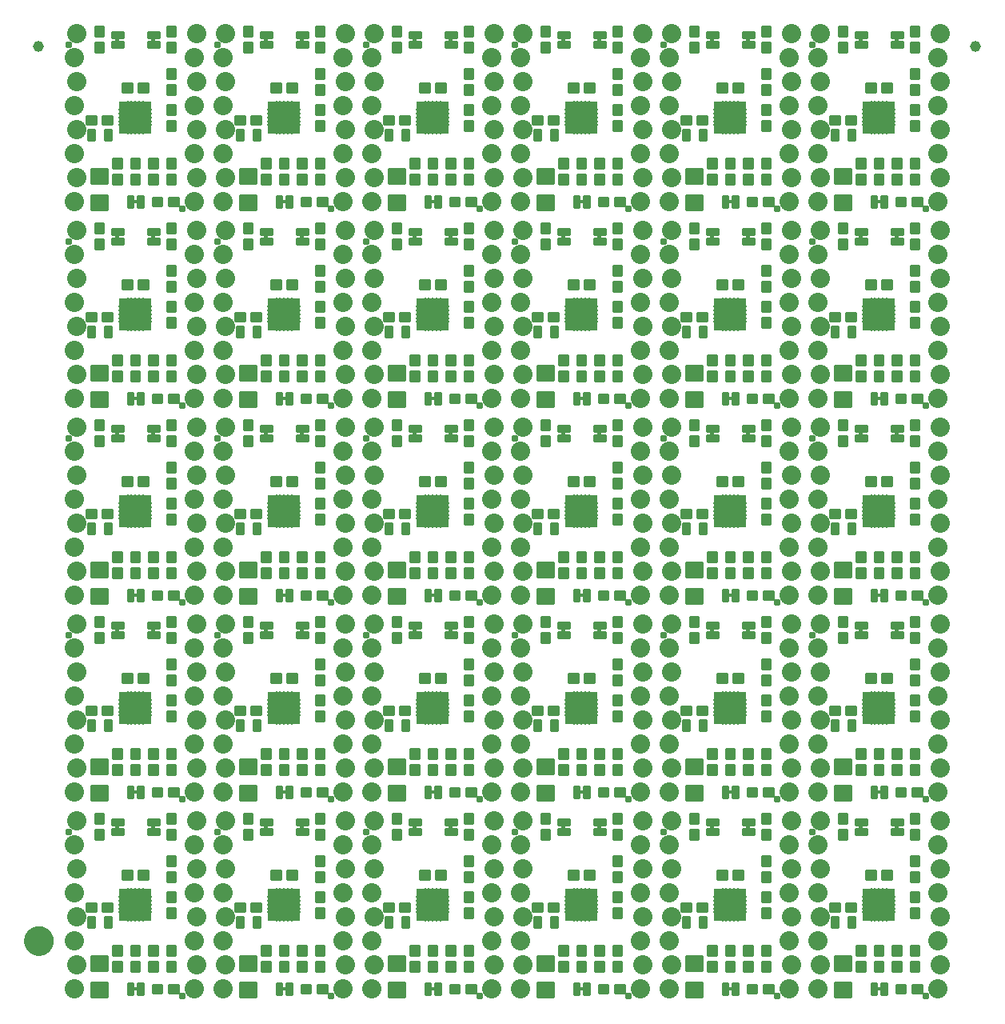
<source format=gts>
G04 EAGLE Gerber RS-274X export*
G75*
%MOMM*%
%FSLAX34Y34*%
%LPD*%
%INSoldermask Top*%
%IPPOS*%
%AMOC8*
5,1,8,0,0,1.08239X$1,22.5*%
G01*
%ADD10C,0.787400*%
%ADD11C,0.251966*%
%ADD12C,0.253525*%
%ADD13C,0.352400*%
%ADD14R,3.403600X3.378200*%
%ADD15C,0.257147*%
%ADD16C,2.032000*%
%ADD17C,0.245334*%
%ADD18C,1.152400*%
%ADD19C,1.270000*%
%ADD20C,1.652400*%

G36*
X714636Y925976D02*
X714636Y925976D01*
X714653Y925973D01*
X714703Y925995D01*
X714754Y926010D01*
X714765Y926023D01*
X714781Y926030D01*
X714811Y926075D01*
X714846Y926115D01*
X714849Y926132D01*
X714858Y926147D01*
X714869Y926220D01*
X714869Y943220D01*
X714864Y943236D01*
X714867Y943253D01*
X714845Y943303D01*
X714830Y943354D01*
X714817Y943365D01*
X714810Y943381D01*
X714765Y943411D01*
X714725Y943446D01*
X714708Y943449D01*
X714694Y943458D01*
X714620Y943469D01*
X697620Y943469D01*
X697604Y943464D01*
X697587Y943467D01*
X697537Y943445D01*
X697486Y943430D01*
X697475Y943417D01*
X697459Y943410D01*
X697429Y943365D01*
X697394Y943325D01*
X697391Y943308D01*
X697382Y943294D01*
X697371Y943220D01*
X697371Y929720D01*
X697384Y929676D01*
X697388Y929662D01*
X697400Y929604D01*
X697408Y929592D01*
X697410Y929586D01*
X697418Y929579D01*
X697440Y929548D01*
X697444Y929544D01*
X700944Y926044D01*
X700996Y926015D01*
X701047Y925982D01*
X701061Y925980D01*
X701066Y925977D01*
X701077Y925977D01*
X701120Y925971D01*
X714620Y925971D01*
X714636Y925976D01*
G37*
G36*
X242196Y717696D02*
X242196Y717696D01*
X242213Y717693D01*
X242263Y717715D01*
X242314Y717730D01*
X242325Y717743D01*
X242341Y717750D01*
X242371Y717795D01*
X242406Y717835D01*
X242409Y717852D01*
X242418Y717867D01*
X242429Y717940D01*
X242429Y734940D01*
X242424Y734956D01*
X242427Y734973D01*
X242405Y735023D01*
X242390Y735074D01*
X242377Y735085D01*
X242370Y735101D01*
X242325Y735131D01*
X242285Y735166D01*
X242268Y735169D01*
X242254Y735178D01*
X242180Y735189D01*
X225180Y735189D01*
X225164Y735184D01*
X225147Y735187D01*
X225097Y735165D01*
X225046Y735150D01*
X225035Y735137D01*
X225019Y735130D01*
X224989Y735085D01*
X224954Y735045D01*
X224951Y735028D01*
X224942Y735014D01*
X224931Y734940D01*
X224931Y721440D01*
X224944Y721396D01*
X224948Y721382D01*
X224960Y721324D01*
X224968Y721312D01*
X224970Y721306D01*
X224978Y721299D01*
X225000Y721268D01*
X225004Y721264D01*
X228504Y717764D01*
X228556Y717735D01*
X228607Y717702D01*
X228621Y717700D01*
X228626Y717697D01*
X228637Y717697D01*
X228680Y717691D01*
X242180Y717691D01*
X242196Y717696D01*
G37*
G36*
X557156Y717696D02*
X557156Y717696D01*
X557173Y717693D01*
X557223Y717715D01*
X557274Y717730D01*
X557285Y717743D01*
X557301Y717750D01*
X557331Y717795D01*
X557366Y717835D01*
X557369Y717852D01*
X557378Y717867D01*
X557389Y717940D01*
X557389Y734940D01*
X557384Y734956D01*
X557387Y734973D01*
X557365Y735023D01*
X557350Y735074D01*
X557337Y735085D01*
X557330Y735101D01*
X557285Y735131D01*
X557245Y735166D01*
X557228Y735169D01*
X557214Y735178D01*
X557140Y735189D01*
X540140Y735189D01*
X540124Y735184D01*
X540107Y735187D01*
X540057Y735165D01*
X540006Y735150D01*
X539995Y735137D01*
X539979Y735130D01*
X539949Y735085D01*
X539914Y735045D01*
X539911Y735028D01*
X539902Y735014D01*
X539891Y734940D01*
X539891Y721440D01*
X539904Y721396D01*
X539908Y721382D01*
X539920Y721324D01*
X539928Y721312D01*
X539930Y721306D01*
X539938Y721299D01*
X539960Y721268D01*
X539964Y721264D01*
X543464Y717764D01*
X543516Y717735D01*
X543567Y717702D01*
X543581Y717700D01*
X543586Y717697D01*
X543597Y717697D01*
X543640Y717691D01*
X557140Y717691D01*
X557156Y717696D01*
G37*
G36*
X84716Y717696D02*
X84716Y717696D01*
X84733Y717693D01*
X84783Y717715D01*
X84834Y717730D01*
X84845Y717743D01*
X84861Y717750D01*
X84891Y717795D01*
X84926Y717835D01*
X84929Y717852D01*
X84938Y717867D01*
X84949Y717940D01*
X84949Y734940D01*
X84944Y734956D01*
X84947Y734973D01*
X84925Y735023D01*
X84910Y735074D01*
X84897Y735085D01*
X84890Y735101D01*
X84845Y735131D01*
X84805Y735166D01*
X84788Y735169D01*
X84774Y735178D01*
X84700Y735189D01*
X67700Y735189D01*
X67684Y735184D01*
X67667Y735187D01*
X67617Y735165D01*
X67566Y735150D01*
X67555Y735137D01*
X67539Y735130D01*
X67509Y735085D01*
X67474Y735045D01*
X67471Y735028D01*
X67462Y735014D01*
X67451Y734940D01*
X67451Y721440D01*
X67464Y721396D01*
X67468Y721382D01*
X67480Y721324D01*
X67488Y721312D01*
X67490Y721306D01*
X67498Y721299D01*
X67520Y721268D01*
X67524Y721264D01*
X71024Y717764D01*
X71076Y717735D01*
X71127Y717702D01*
X71141Y717700D01*
X71146Y717697D01*
X71157Y717697D01*
X71200Y717691D01*
X84700Y717691D01*
X84716Y717696D01*
G37*
G36*
X872116Y717696D02*
X872116Y717696D01*
X872133Y717693D01*
X872183Y717715D01*
X872234Y717730D01*
X872245Y717743D01*
X872261Y717750D01*
X872291Y717795D01*
X872326Y717835D01*
X872329Y717852D01*
X872338Y717867D01*
X872349Y717940D01*
X872349Y734940D01*
X872344Y734956D01*
X872347Y734973D01*
X872325Y735023D01*
X872310Y735074D01*
X872297Y735085D01*
X872290Y735101D01*
X872245Y735131D01*
X872205Y735166D01*
X872188Y735169D01*
X872174Y735178D01*
X872100Y735189D01*
X855100Y735189D01*
X855084Y735184D01*
X855067Y735187D01*
X855017Y735165D01*
X854966Y735150D01*
X854955Y735137D01*
X854939Y735130D01*
X854909Y735085D01*
X854874Y735045D01*
X854871Y735028D01*
X854862Y735014D01*
X854851Y734940D01*
X854851Y721440D01*
X854864Y721396D01*
X854868Y721382D01*
X854880Y721324D01*
X854888Y721312D01*
X854890Y721306D01*
X854898Y721299D01*
X854920Y721268D01*
X854924Y721264D01*
X858424Y717764D01*
X858476Y717735D01*
X858527Y717702D01*
X858541Y717700D01*
X858546Y717697D01*
X858557Y717697D01*
X858600Y717691D01*
X872100Y717691D01*
X872116Y717696D01*
G37*
G36*
X714636Y717696D02*
X714636Y717696D01*
X714653Y717693D01*
X714703Y717715D01*
X714754Y717730D01*
X714765Y717743D01*
X714781Y717750D01*
X714811Y717795D01*
X714846Y717835D01*
X714849Y717852D01*
X714858Y717867D01*
X714869Y717940D01*
X714869Y734940D01*
X714864Y734956D01*
X714867Y734973D01*
X714845Y735023D01*
X714830Y735074D01*
X714817Y735085D01*
X714810Y735101D01*
X714765Y735131D01*
X714725Y735166D01*
X714708Y735169D01*
X714694Y735178D01*
X714620Y735189D01*
X697620Y735189D01*
X697604Y735184D01*
X697587Y735187D01*
X697537Y735165D01*
X697486Y735150D01*
X697475Y735137D01*
X697459Y735130D01*
X697429Y735085D01*
X697394Y735045D01*
X697391Y735028D01*
X697382Y735014D01*
X697371Y734940D01*
X697371Y721440D01*
X697384Y721396D01*
X697388Y721382D01*
X697400Y721324D01*
X697408Y721312D01*
X697410Y721306D01*
X697418Y721299D01*
X697440Y721268D01*
X697444Y721264D01*
X700944Y717764D01*
X700996Y717735D01*
X701047Y717702D01*
X701061Y717700D01*
X701066Y717697D01*
X701077Y717697D01*
X701120Y717691D01*
X714620Y717691D01*
X714636Y717696D01*
G37*
G36*
X399676Y717696D02*
X399676Y717696D01*
X399693Y717693D01*
X399743Y717715D01*
X399794Y717730D01*
X399805Y717743D01*
X399821Y717750D01*
X399851Y717795D01*
X399886Y717835D01*
X399889Y717852D01*
X399898Y717867D01*
X399909Y717940D01*
X399909Y734940D01*
X399904Y734956D01*
X399907Y734973D01*
X399885Y735023D01*
X399870Y735074D01*
X399857Y735085D01*
X399850Y735101D01*
X399805Y735131D01*
X399765Y735166D01*
X399748Y735169D01*
X399734Y735178D01*
X399660Y735189D01*
X382660Y735189D01*
X382644Y735184D01*
X382627Y735187D01*
X382577Y735165D01*
X382526Y735150D01*
X382515Y735137D01*
X382499Y735130D01*
X382469Y735085D01*
X382434Y735045D01*
X382431Y735028D01*
X382422Y735014D01*
X382411Y734940D01*
X382411Y721440D01*
X382424Y721396D01*
X382428Y721382D01*
X382440Y721324D01*
X382448Y721312D01*
X382450Y721306D01*
X382458Y721299D01*
X382480Y721268D01*
X382484Y721264D01*
X385984Y717764D01*
X386036Y717735D01*
X386087Y717702D01*
X386101Y717700D01*
X386106Y717697D01*
X386117Y717697D01*
X386160Y717691D01*
X399660Y717691D01*
X399676Y717696D01*
G37*
G36*
X714636Y509416D02*
X714636Y509416D01*
X714653Y509413D01*
X714703Y509435D01*
X714754Y509450D01*
X714765Y509463D01*
X714781Y509470D01*
X714811Y509515D01*
X714846Y509555D01*
X714849Y509572D01*
X714858Y509587D01*
X714869Y509660D01*
X714869Y526660D01*
X714864Y526676D01*
X714867Y526693D01*
X714845Y526743D01*
X714830Y526794D01*
X714817Y526805D01*
X714810Y526821D01*
X714765Y526851D01*
X714725Y526886D01*
X714708Y526889D01*
X714694Y526898D01*
X714620Y526909D01*
X697620Y526909D01*
X697604Y526904D01*
X697587Y526907D01*
X697537Y526885D01*
X697486Y526870D01*
X697475Y526857D01*
X697459Y526850D01*
X697429Y526805D01*
X697394Y526765D01*
X697391Y526748D01*
X697382Y526734D01*
X697371Y526660D01*
X697371Y513160D01*
X697384Y513116D01*
X697388Y513102D01*
X697400Y513044D01*
X697408Y513032D01*
X697410Y513026D01*
X697418Y513019D01*
X697440Y512988D01*
X697444Y512984D01*
X700944Y509484D01*
X700996Y509455D01*
X701047Y509422D01*
X701061Y509420D01*
X701066Y509417D01*
X701077Y509417D01*
X701120Y509411D01*
X714620Y509411D01*
X714636Y509416D01*
G37*
G36*
X872116Y509416D02*
X872116Y509416D01*
X872133Y509413D01*
X872183Y509435D01*
X872234Y509450D01*
X872245Y509463D01*
X872261Y509470D01*
X872291Y509515D01*
X872326Y509555D01*
X872329Y509572D01*
X872338Y509587D01*
X872349Y509660D01*
X872349Y526660D01*
X872344Y526676D01*
X872347Y526693D01*
X872325Y526743D01*
X872310Y526794D01*
X872297Y526805D01*
X872290Y526821D01*
X872245Y526851D01*
X872205Y526886D01*
X872188Y526889D01*
X872174Y526898D01*
X872100Y526909D01*
X855100Y526909D01*
X855084Y526904D01*
X855067Y526907D01*
X855017Y526885D01*
X854966Y526870D01*
X854955Y526857D01*
X854939Y526850D01*
X854909Y526805D01*
X854874Y526765D01*
X854871Y526748D01*
X854862Y526734D01*
X854851Y526660D01*
X854851Y513160D01*
X854864Y513116D01*
X854868Y513102D01*
X854880Y513044D01*
X854888Y513032D01*
X854890Y513026D01*
X854898Y513019D01*
X854920Y512988D01*
X854924Y512984D01*
X858424Y509484D01*
X858476Y509455D01*
X858527Y509422D01*
X858541Y509420D01*
X858546Y509417D01*
X858557Y509417D01*
X858600Y509411D01*
X872100Y509411D01*
X872116Y509416D01*
G37*
G36*
X84716Y509416D02*
X84716Y509416D01*
X84733Y509413D01*
X84783Y509435D01*
X84834Y509450D01*
X84845Y509463D01*
X84861Y509470D01*
X84891Y509515D01*
X84926Y509555D01*
X84929Y509572D01*
X84938Y509587D01*
X84949Y509660D01*
X84949Y526660D01*
X84944Y526676D01*
X84947Y526693D01*
X84925Y526743D01*
X84910Y526794D01*
X84897Y526805D01*
X84890Y526821D01*
X84845Y526851D01*
X84805Y526886D01*
X84788Y526889D01*
X84774Y526898D01*
X84700Y526909D01*
X67700Y526909D01*
X67684Y526904D01*
X67667Y526907D01*
X67617Y526885D01*
X67566Y526870D01*
X67555Y526857D01*
X67539Y526850D01*
X67509Y526805D01*
X67474Y526765D01*
X67471Y526748D01*
X67462Y526734D01*
X67451Y526660D01*
X67451Y513160D01*
X67464Y513116D01*
X67468Y513102D01*
X67480Y513044D01*
X67488Y513032D01*
X67490Y513026D01*
X67498Y513019D01*
X67520Y512988D01*
X67524Y512984D01*
X71024Y509484D01*
X71076Y509455D01*
X71127Y509422D01*
X71141Y509420D01*
X71146Y509417D01*
X71157Y509417D01*
X71200Y509411D01*
X84700Y509411D01*
X84716Y509416D01*
G37*
G36*
X557156Y509416D02*
X557156Y509416D01*
X557173Y509413D01*
X557223Y509435D01*
X557274Y509450D01*
X557285Y509463D01*
X557301Y509470D01*
X557331Y509515D01*
X557366Y509555D01*
X557369Y509572D01*
X557378Y509587D01*
X557389Y509660D01*
X557389Y526660D01*
X557384Y526676D01*
X557387Y526693D01*
X557365Y526743D01*
X557350Y526794D01*
X557337Y526805D01*
X557330Y526821D01*
X557285Y526851D01*
X557245Y526886D01*
X557228Y526889D01*
X557214Y526898D01*
X557140Y526909D01*
X540140Y526909D01*
X540124Y526904D01*
X540107Y526907D01*
X540057Y526885D01*
X540006Y526870D01*
X539995Y526857D01*
X539979Y526850D01*
X539949Y526805D01*
X539914Y526765D01*
X539911Y526748D01*
X539902Y526734D01*
X539891Y526660D01*
X539891Y513160D01*
X539904Y513116D01*
X539908Y513102D01*
X539920Y513044D01*
X539928Y513032D01*
X539930Y513026D01*
X539938Y513019D01*
X539960Y512988D01*
X539964Y512984D01*
X543464Y509484D01*
X543516Y509455D01*
X543567Y509422D01*
X543581Y509420D01*
X543586Y509417D01*
X543597Y509417D01*
X543640Y509411D01*
X557140Y509411D01*
X557156Y509416D01*
G37*
G36*
X242196Y509416D02*
X242196Y509416D01*
X242213Y509413D01*
X242263Y509435D01*
X242314Y509450D01*
X242325Y509463D01*
X242341Y509470D01*
X242371Y509515D01*
X242406Y509555D01*
X242409Y509572D01*
X242418Y509587D01*
X242429Y509660D01*
X242429Y526660D01*
X242424Y526676D01*
X242427Y526693D01*
X242405Y526743D01*
X242390Y526794D01*
X242377Y526805D01*
X242370Y526821D01*
X242325Y526851D01*
X242285Y526886D01*
X242268Y526889D01*
X242254Y526898D01*
X242180Y526909D01*
X225180Y526909D01*
X225164Y526904D01*
X225147Y526907D01*
X225097Y526885D01*
X225046Y526870D01*
X225035Y526857D01*
X225019Y526850D01*
X224989Y526805D01*
X224954Y526765D01*
X224951Y526748D01*
X224942Y526734D01*
X224931Y526660D01*
X224931Y513160D01*
X224944Y513116D01*
X224948Y513102D01*
X224960Y513044D01*
X224968Y513032D01*
X224970Y513026D01*
X224978Y513019D01*
X225000Y512988D01*
X225004Y512984D01*
X228504Y509484D01*
X228556Y509455D01*
X228607Y509422D01*
X228621Y509420D01*
X228626Y509417D01*
X228637Y509417D01*
X228680Y509411D01*
X242180Y509411D01*
X242196Y509416D01*
G37*
G36*
X557156Y925976D02*
X557156Y925976D01*
X557173Y925973D01*
X557223Y925995D01*
X557274Y926010D01*
X557285Y926023D01*
X557301Y926030D01*
X557331Y926075D01*
X557366Y926115D01*
X557369Y926132D01*
X557378Y926147D01*
X557389Y926220D01*
X557389Y943220D01*
X557384Y943236D01*
X557387Y943253D01*
X557365Y943303D01*
X557350Y943354D01*
X557337Y943365D01*
X557330Y943381D01*
X557285Y943411D01*
X557245Y943446D01*
X557228Y943449D01*
X557214Y943458D01*
X557140Y943469D01*
X540140Y943469D01*
X540124Y943464D01*
X540107Y943467D01*
X540057Y943445D01*
X540006Y943430D01*
X539995Y943417D01*
X539979Y943410D01*
X539949Y943365D01*
X539914Y943325D01*
X539911Y943308D01*
X539902Y943294D01*
X539891Y943220D01*
X539891Y929720D01*
X539904Y929676D01*
X539908Y929662D01*
X539920Y929604D01*
X539928Y929592D01*
X539930Y929586D01*
X539938Y929579D01*
X539960Y929548D01*
X539964Y929544D01*
X543464Y926044D01*
X543516Y926015D01*
X543567Y925982D01*
X543581Y925980D01*
X543586Y925977D01*
X543597Y925977D01*
X543640Y925971D01*
X557140Y925971D01*
X557156Y925976D01*
G37*
G36*
X84716Y925976D02*
X84716Y925976D01*
X84733Y925973D01*
X84783Y925995D01*
X84834Y926010D01*
X84845Y926023D01*
X84861Y926030D01*
X84891Y926075D01*
X84926Y926115D01*
X84929Y926132D01*
X84938Y926147D01*
X84949Y926220D01*
X84949Y943220D01*
X84944Y943236D01*
X84947Y943253D01*
X84925Y943303D01*
X84910Y943354D01*
X84897Y943365D01*
X84890Y943381D01*
X84845Y943411D01*
X84805Y943446D01*
X84788Y943449D01*
X84774Y943458D01*
X84700Y943469D01*
X67700Y943469D01*
X67684Y943464D01*
X67667Y943467D01*
X67617Y943445D01*
X67566Y943430D01*
X67555Y943417D01*
X67539Y943410D01*
X67509Y943365D01*
X67474Y943325D01*
X67471Y943308D01*
X67462Y943294D01*
X67451Y943220D01*
X67451Y929720D01*
X67464Y929676D01*
X67468Y929662D01*
X67480Y929604D01*
X67488Y929592D01*
X67490Y929586D01*
X67498Y929579D01*
X67520Y929548D01*
X67524Y929544D01*
X71024Y926044D01*
X71076Y926015D01*
X71127Y925982D01*
X71141Y925980D01*
X71146Y925977D01*
X71157Y925977D01*
X71200Y925971D01*
X84700Y925971D01*
X84716Y925976D01*
G37*
G36*
X242196Y925976D02*
X242196Y925976D01*
X242213Y925973D01*
X242263Y925995D01*
X242314Y926010D01*
X242325Y926023D01*
X242341Y926030D01*
X242371Y926075D01*
X242406Y926115D01*
X242409Y926132D01*
X242418Y926147D01*
X242429Y926220D01*
X242429Y943220D01*
X242424Y943236D01*
X242427Y943253D01*
X242405Y943303D01*
X242390Y943354D01*
X242377Y943365D01*
X242370Y943381D01*
X242325Y943411D01*
X242285Y943446D01*
X242268Y943449D01*
X242254Y943458D01*
X242180Y943469D01*
X225180Y943469D01*
X225164Y943464D01*
X225147Y943467D01*
X225097Y943445D01*
X225046Y943430D01*
X225035Y943417D01*
X225019Y943410D01*
X224989Y943365D01*
X224954Y943325D01*
X224951Y943308D01*
X224942Y943294D01*
X224931Y943220D01*
X224931Y929720D01*
X224944Y929676D01*
X224948Y929662D01*
X224960Y929604D01*
X224968Y929592D01*
X224970Y929586D01*
X224978Y929579D01*
X225000Y929548D01*
X225004Y929544D01*
X228504Y926044D01*
X228556Y926015D01*
X228607Y925982D01*
X228621Y925980D01*
X228626Y925977D01*
X228637Y925977D01*
X228680Y925971D01*
X242180Y925971D01*
X242196Y925976D01*
G37*
G36*
X399676Y509416D02*
X399676Y509416D01*
X399693Y509413D01*
X399743Y509435D01*
X399794Y509450D01*
X399805Y509463D01*
X399821Y509470D01*
X399851Y509515D01*
X399886Y509555D01*
X399889Y509572D01*
X399898Y509587D01*
X399909Y509660D01*
X399909Y526660D01*
X399904Y526676D01*
X399907Y526693D01*
X399885Y526743D01*
X399870Y526794D01*
X399857Y526805D01*
X399850Y526821D01*
X399805Y526851D01*
X399765Y526886D01*
X399748Y526889D01*
X399734Y526898D01*
X399660Y526909D01*
X382660Y526909D01*
X382644Y526904D01*
X382627Y526907D01*
X382577Y526885D01*
X382526Y526870D01*
X382515Y526857D01*
X382499Y526850D01*
X382469Y526805D01*
X382434Y526765D01*
X382431Y526748D01*
X382422Y526734D01*
X382411Y526660D01*
X382411Y513160D01*
X382424Y513116D01*
X382428Y513102D01*
X382440Y513044D01*
X382448Y513032D01*
X382450Y513026D01*
X382458Y513019D01*
X382480Y512988D01*
X382484Y512984D01*
X385984Y509484D01*
X386036Y509455D01*
X386087Y509422D01*
X386101Y509420D01*
X386106Y509417D01*
X386117Y509417D01*
X386160Y509411D01*
X399660Y509411D01*
X399676Y509416D01*
G37*
G36*
X872116Y925976D02*
X872116Y925976D01*
X872133Y925973D01*
X872183Y925995D01*
X872234Y926010D01*
X872245Y926023D01*
X872261Y926030D01*
X872291Y926075D01*
X872326Y926115D01*
X872329Y926132D01*
X872338Y926147D01*
X872349Y926220D01*
X872349Y943220D01*
X872344Y943236D01*
X872347Y943253D01*
X872325Y943303D01*
X872310Y943354D01*
X872297Y943365D01*
X872290Y943381D01*
X872245Y943411D01*
X872205Y943446D01*
X872188Y943449D01*
X872174Y943458D01*
X872100Y943469D01*
X855100Y943469D01*
X855084Y943464D01*
X855067Y943467D01*
X855017Y943445D01*
X854966Y943430D01*
X854955Y943417D01*
X854939Y943410D01*
X854909Y943365D01*
X854874Y943325D01*
X854871Y943308D01*
X854862Y943294D01*
X854851Y943220D01*
X854851Y929720D01*
X854864Y929676D01*
X854868Y929662D01*
X854880Y929604D01*
X854888Y929592D01*
X854890Y929586D01*
X854898Y929579D01*
X854920Y929548D01*
X854924Y929544D01*
X858424Y926044D01*
X858476Y926015D01*
X858527Y925982D01*
X858541Y925980D01*
X858546Y925977D01*
X858557Y925977D01*
X858600Y925971D01*
X872100Y925971D01*
X872116Y925976D01*
G37*
G36*
X399676Y925976D02*
X399676Y925976D01*
X399693Y925973D01*
X399743Y925995D01*
X399794Y926010D01*
X399805Y926023D01*
X399821Y926030D01*
X399851Y926075D01*
X399886Y926115D01*
X399889Y926132D01*
X399898Y926147D01*
X399909Y926220D01*
X399909Y943220D01*
X399904Y943236D01*
X399907Y943253D01*
X399885Y943303D01*
X399870Y943354D01*
X399857Y943365D01*
X399850Y943381D01*
X399805Y943411D01*
X399765Y943446D01*
X399748Y943449D01*
X399734Y943458D01*
X399660Y943469D01*
X382660Y943469D01*
X382644Y943464D01*
X382627Y943467D01*
X382577Y943445D01*
X382526Y943430D01*
X382515Y943417D01*
X382499Y943410D01*
X382469Y943365D01*
X382434Y943325D01*
X382431Y943308D01*
X382422Y943294D01*
X382411Y943220D01*
X382411Y929720D01*
X382424Y929676D01*
X382428Y929662D01*
X382440Y929604D01*
X382448Y929592D01*
X382450Y929586D01*
X382458Y929579D01*
X382480Y929548D01*
X382484Y929544D01*
X385984Y926044D01*
X386036Y926015D01*
X386087Y925982D01*
X386101Y925980D01*
X386106Y925977D01*
X386117Y925977D01*
X386160Y925971D01*
X399660Y925971D01*
X399676Y925976D01*
G37*
G36*
X714636Y301136D02*
X714636Y301136D01*
X714653Y301133D01*
X714703Y301155D01*
X714754Y301170D01*
X714765Y301183D01*
X714781Y301190D01*
X714811Y301235D01*
X714846Y301275D01*
X714849Y301292D01*
X714858Y301307D01*
X714869Y301380D01*
X714869Y318380D01*
X714864Y318396D01*
X714867Y318413D01*
X714845Y318463D01*
X714830Y318514D01*
X714817Y318525D01*
X714810Y318541D01*
X714765Y318571D01*
X714725Y318606D01*
X714708Y318609D01*
X714694Y318618D01*
X714620Y318629D01*
X697620Y318629D01*
X697604Y318624D01*
X697587Y318627D01*
X697537Y318605D01*
X697486Y318590D01*
X697475Y318577D01*
X697459Y318570D01*
X697429Y318525D01*
X697394Y318485D01*
X697391Y318468D01*
X697382Y318454D01*
X697371Y318380D01*
X697371Y304880D01*
X697384Y304836D01*
X697388Y304822D01*
X697400Y304764D01*
X697408Y304752D01*
X697410Y304746D01*
X697418Y304739D01*
X697440Y304708D01*
X697444Y304704D01*
X700944Y301204D01*
X700996Y301175D01*
X701047Y301142D01*
X701061Y301140D01*
X701066Y301137D01*
X701077Y301137D01*
X701120Y301131D01*
X714620Y301131D01*
X714636Y301136D01*
G37*
G36*
X84716Y301136D02*
X84716Y301136D01*
X84733Y301133D01*
X84783Y301155D01*
X84834Y301170D01*
X84845Y301183D01*
X84861Y301190D01*
X84891Y301235D01*
X84926Y301275D01*
X84929Y301292D01*
X84938Y301307D01*
X84949Y301380D01*
X84949Y318380D01*
X84944Y318396D01*
X84947Y318413D01*
X84925Y318463D01*
X84910Y318514D01*
X84897Y318525D01*
X84890Y318541D01*
X84845Y318571D01*
X84805Y318606D01*
X84788Y318609D01*
X84774Y318618D01*
X84700Y318629D01*
X67700Y318629D01*
X67684Y318624D01*
X67667Y318627D01*
X67617Y318605D01*
X67566Y318590D01*
X67555Y318577D01*
X67539Y318570D01*
X67509Y318525D01*
X67474Y318485D01*
X67471Y318468D01*
X67462Y318454D01*
X67451Y318380D01*
X67451Y304880D01*
X67464Y304836D01*
X67468Y304822D01*
X67480Y304764D01*
X67488Y304752D01*
X67490Y304746D01*
X67498Y304739D01*
X67520Y304708D01*
X67524Y304704D01*
X71024Y301204D01*
X71076Y301175D01*
X71127Y301142D01*
X71141Y301140D01*
X71146Y301137D01*
X71157Y301137D01*
X71200Y301131D01*
X84700Y301131D01*
X84716Y301136D01*
G37*
G36*
X242196Y301136D02*
X242196Y301136D01*
X242213Y301133D01*
X242263Y301155D01*
X242314Y301170D01*
X242325Y301183D01*
X242341Y301190D01*
X242371Y301235D01*
X242406Y301275D01*
X242409Y301292D01*
X242418Y301307D01*
X242429Y301380D01*
X242429Y318380D01*
X242424Y318396D01*
X242427Y318413D01*
X242405Y318463D01*
X242390Y318514D01*
X242377Y318525D01*
X242370Y318541D01*
X242325Y318571D01*
X242285Y318606D01*
X242268Y318609D01*
X242254Y318618D01*
X242180Y318629D01*
X225180Y318629D01*
X225164Y318624D01*
X225147Y318627D01*
X225097Y318605D01*
X225046Y318590D01*
X225035Y318577D01*
X225019Y318570D01*
X224989Y318525D01*
X224954Y318485D01*
X224951Y318468D01*
X224942Y318454D01*
X224931Y318380D01*
X224931Y304880D01*
X224944Y304836D01*
X224948Y304822D01*
X224960Y304764D01*
X224968Y304752D01*
X224970Y304746D01*
X224978Y304739D01*
X225000Y304708D01*
X225004Y304704D01*
X228504Y301204D01*
X228556Y301175D01*
X228607Y301142D01*
X228621Y301140D01*
X228626Y301137D01*
X228637Y301137D01*
X228680Y301131D01*
X242180Y301131D01*
X242196Y301136D01*
G37*
G36*
X399676Y301136D02*
X399676Y301136D01*
X399693Y301133D01*
X399743Y301155D01*
X399794Y301170D01*
X399805Y301183D01*
X399821Y301190D01*
X399851Y301235D01*
X399886Y301275D01*
X399889Y301292D01*
X399898Y301307D01*
X399909Y301380D01*
X399909Y318380D01*
X399904Y318396D01*
X399907Y318413D01*
X399885Y318463D01*
X399870Y318514D01*
X399857Y318525D01*
X399850Y318541D01*
X399805Y318571D01*
X399765Y318606D01*
X399748Y318609D01*
X399734Y318618D01*
X399660Y318629D01*
X382660Y318629D01*
X382644Y318624D01*
X382627Y318627D01*
X382577Y318605D01*
X382526Y318590D01*
X382515Y318577D01*
X382499Y318570D01*
X382469Y318525D01*
X382434Y318485D01*
X382431Y318468D01*
X382422Y318454D01*
X382411Y318380D01*
X382411Y304880D01*
X382424Y304836D01*
X382428Y304822D01*
X382440Y304764D01*
X382448Y304752D01*
X382450Y304746D01*
X382458Y304739D01*
X382480Y304708D01*
X382484Y304704D01*
X385984Y301204D01*
X386036Y301175D01*
X386087Y301142D01*
X386101Y301140D01*
X386106Y301137D01*
X386117Y301137D01*
X386160Y301131D01*
X399660Y301131D01*
X399676Y301136D01*
G37*
G36*
X557156Y301136D02*
X557156Y301136D01*
X557173Y301133D01*
X557223Y301155D01*
X557274Y301170D01*
X557285Y301183D01*
X557301Y301190D01*
X557331Y301235D01*
X557366Y301275D01*
X557369Y301292D01*
X557378Y301307D01*
X557389Y301380D01*
X557389Y318380D01*
X557384Y318396D01*
X557387Y318413D01*
X557365Y318463D01*
X557350Y318514D01*
X557337Y318525D01*
X557330Y318541D01*
X557285Y318571D01*
X557245Y318606D01*
X557228Y318609D01*
X557214Y318618D01*
X557140Y318629D01*
X540140Y318629D01*
X540124Y318624D01*
X540107Y318627D01*
X540057Y318605D01*
X540006Y318590D01*
X539995Y318577D01*
X539979Y318570D01*
X539949Y318525D01*
X539914Y318485D01*
X539911Y318468D01*
X539902Y318454D01*
X539891Y318380D01*
X539891Y304880D01*
X539904Y304836D01*
X539908Y304822D01*
X539920Y304764D01*
X539928Y304752D01*
X539930Y304746D01*
X539938Y304739D01*
X539960Y304708D01*
X539964Y304704D01*
X543464Y301204D01*
X543516Y301175D01*
X543567Y301142D01*
X543581Y301140D01*
X543586Y301137D01*
X543597Y301137D01*
X543640Y301131D01*
X557140Y301131D01*
X557156Y301136D01*
G37*
G36*
X872116Y301136D02*
X872116Y301136D01*
X872133Y301133D01*
X872183Y301155D01*
X872234Y301170D01*
X872245Y301183D01*
X872261Y301190D01*
X872291Y301235D01*
X872326Y301275D01*
X872329Y301292D01*
X872338Y301307D01*
X872349Y301380D01*
X872349Y318380D01*
X872344Y318396D01*
X872347Y318413D01*
X872325Y318463D01*
X872310Y318514D01*
X872297Y318525D01*
X872290Y318541D01*
X872245Y318571D01*
X872205Y318606D01*
X872188Y318609D01*
X872174Y318618D01*
X872100Y318629D01*
X855100Y318629D01*
X855084Y318624D01*
X855067Y318627D01*
X855017Y318605D01*
X854966Y318590D01*
X854955Y318577D01*
X854939Y318570D01*
X854909Y318525D01*
X854874Y318485D01*
X854871Y318468D01*
X854862Y318454D01*
X854851Y318380D01*
X854851Y304880D01*
X854864Y304836D01*
X854868Y304822D01*
X854880Y304764D01*
X854888Y304752D01*
X854890Y304746D01*
X854898Y304739D01*
X854920Y304708D01*
X854924Y304704D01*
X858424Y301204D01*
X858476Y301175D01*
X858527Y301142D01*
X858541Y301140D01*
X858546Y301137D01*
X858557Y301137D01*
X858600Y301131D01*
X872100Y301131D01*
X872116Y301136D01*
G37*
G36*
X399676Y92856D02*
X399676Y92856D01*
X399693Y92853D01*
X399743Y92875D01*
X399794Y92890D01*
X399805Y92903D01*
X399821Y92910D01*
X399851Y92955D01*
X399886Y92995D01*
X399889Y93012D01*
X399898Y93027D01*
X399909Y93100D01*
X399909Y110100D01*
X399904Y110116D01*
X399907Y110133D01*
X399885Y110183D01*
X399870Y110234D01*
X399857Y110245D01*
X399850Y110261D01*
X399805Y110291D01*
X399765Y110326D01*
X399748Y110329D01*
X399734Y110338D01*
X399660Y110349D01*
X382660Y110349D01*
X382644Y110344D01*
X382627Y110347D01*
X382577Y110325D01*
X382526Y110310D01*
X382515Y110297D01*
X382499Y110290D01*
X382469Y110245D01*
X382434Y110205D01*
X382431Y110188D01*
X382422Y110174D01*
X382411Y110100D01*
X382411Y96600D01*
X382424Y96556D01*
X382428Y96542D01*
X382440Y96484D01*
X382448Y96472D01*
X382450Y96466D01*
X382458Y96459D01*
X382480Y96428D01*
X382484Y96424D01*
X385984Y92924D01*
X386036Y92895D01*
X386087Y92862D01*
X386101Y92860D01*
X386106Y92857D01*
X386117Y92857D01*
X386160Y92851D01*
X399660Y92851D01*
X399676Y92856D01*
G37*
G36*
X714636Y92856D02*
X714636Y92856D01*
X714653Y92853D01*
X714703Y92875D01*
X714754Y92890D01*
X714765Y92903D01*
X714781Y92910D01*
X714811Y92955D01*
X714846Y92995D01*
X714849Y93012D01*
X714858Y93027D01*
X714869Y93100D01*
X714869Y110100D01*
X714864Y110116D01*
X714867Y110133D01*
X714845Y110183D01*
X714830Y110234D01*
X714817Y110245D01*
X714810Y110261D01*
X714765Y110291D01*
X714725Y110326D01*
X714708Y110329D01*
X714694Y110338D01*
X714620Y110349D01*
X697620Y110349D01*
X697604Y110344D01*
X697587Y110347D01*
X697537Y110325D01*
X697486Y110310D01*
X697475Y110297D01*
X697459Y110290D01*
X697429Y110245D01*
X697394Y110205D01*
X697391Y110188D01*
X697382Y110174D01*
X697371Y110100D01*
X697371Y96600D01*
X697384Y96556D01*
X697388Y96542D01*
X697400Y96484D01*
X697408Y96472D01*
X697410Y96466D01*
X697418Y96459D01*
X697440Y96428D01*
X697444Y96424D01*
X700944Y92924D01*
X700996Y92895D01*
X701047Y92862D01*
X701061Y92860D01*
X701066Y92857D01*
X701077Y92857D01*
X701120Y92851D01*
X714620Y92851D01*
X714636Y92856D01*
G37*
G36*
X872116Y92856D02*
X872116Y92856D01*
X872133Y92853D01*
X872183Y92875D01*
X872234Y92890D01*
X872245Y92903D01*
X872261Y92910D01*
X872291Y92955D01*
X872326Y92995D01*
X872329Y93012D01*
X872338Y93027D01*
X872349Y93100D01*
X872349Y110100D01*
X872344Y110116D01*
X872347Y110133D01*
X872325Y110183D01*
X872310Y110234D01*
X872297Y110245D01*
X872290Y110261D01*
X872245Y110291D01*
X872205Y110326D01*
X872188Y110329D01*
X872174Y110338D01*
X872100Y110349D01*
X855100Y110349D01*
X855084Y110344D01*
X855067Y110347D01*
X855017Y110325D01*
X854966Y110310D01*
X854955Y110297D01*
X854939Y110290D01*
X854909Y110245D01*
X854874Y110205D01*
X854871Y110188D01*
X854862Y110174D01*
X854851Y110100D01*
X854851Y96600D01*
X854864Y96556D01*
X854868Y96542D01*
X854880Y96484D01*
X854888Y96472D01*
X854890Y96466D01*
X854898Y96459D01*
X854920Y96428D01*
X854924Y96424D01*
X858424Y92924D01*
X858476Y92895D01*
X858527Y92862D01*
X858541Y92860D01*
X858546Y92857D01*
X858557Y92857D01*
X858600Y92851D01*
X872100Y92851D01*
X872116Y92856D01*
G37*
G36*
X242196Y92856D02*
X242196Y92856D01*
X242213Y92853D01*
X242263Y92875D01*
X242314Y92890D01*
X242325Y92903D01*
X242341Y92910D01*
X242371Y92955D01*
X242406Y92995D01*
X242409Y93012D01*
X242418Y93027D01*
X242429Y93100D01*
X242429Y110100D01*
X242424Y110116D01*
X242427Y110133D01*
X242405Y110183D01*
X242390Y110234D01*
X242377Y110245D01*
X242370Y110261D01*
X242325Y110291D01*
X242285Y110326D01*
X242268Y110329D01*
X242254Y110338D01*
X242180Y110349D01*
X225180Y110349D01*
X225164Y110344D01*
X225147Y110347D01*
X225097Y110325D01*
X225046Y110310D01*
X225035Y110297D01*
X225019Y110290D01*
X224989Y110245D01*
X224954Y110205D01*
X224951Y110188D01*
X224942Y110174D01*
X224931Y110100D01*
X224931Y96600D01*
X224944Y96556D01*
X224948Y96542D01*
X224960Y96484D01*
X224968Y96472D01*
X224970Y96466D01*
X224978Y96459D01*
X225000Y96428D01*
X225004Y96424D01*
X228504Y92924D01*
X228556Y92895D01*
X228607Y92862D01*
X228621Y92860D01*
X228626Y92857D01*
X228637Y92857D01*
X228680Y92851D01*
X242180Y92851D01*
X242196Y92856D01*
G37*
G36*
X557156Y92856D02*
X557156Y92856D01*
X557173Y92853D01*
X557223Y92875D01*
X557274Y92890D01*
X557285Y92903D01*
X557301Y92910D01*
X557331Y92955D01*
X557366Y92995D01*
X557369Y93012D01*
X557378Y93027D01*
X557389Y93100D01*
X557389Y110100D01*
X557384Y110116D01*
X557387Y110133D01*
X557365Y110183D01*
X557350Y110234D01*
X557337Y110245D01*
X557330Y110261D01*
X557285Y110291D01*
X557245Y110326D01*
X557228Y110329D01*
X557214Y110338D01*
X557140Y110349D01*
X540140Y110349D01*
X540124Y110344D01*
X540107Y110347D01*
X540057Y110325D01*
X540006Y110310D01*
X539995Y110297D01*
X539979Y110290D01*
X539949Y110245D01*
X539914Y110205D01*
X539911Y110188D01*
X539902Y110174D01*
X539891Y110100D01*
X539891Y96600D01*
X539904Y96556D01*
X539908Y96542D01*
X539920Y96484D01*
X539928Y96472D01*
X539930Y96466D01*
X539938Y96459D01*
X539960Y96428D01*
X539964Y96424D01*
X543464Y92924D01*
X543516Y92895D01*
X543567Y92862D01*
X543581Y92860D01*
X543586Y92857D01*
X543597Y92857D01*
X543640Y92851D01*
X557140Y92851D01*
X557156Y92856D01*
G37*
G36*
X84716Y92856D02*
X84716Y92856D01*
X84733Y92853D01*
X84783Y92875D01*
X84834Y92890D01*
X84845Y92903D01*
X84861Y92910D01*
X84891Y92955D01*
X84926Y92995D01*
X84929Y93012D01*
X84938Y93027D01*
X84949Y93100D01*
X84949Y110100D01*
X84944Y110116D01*
X84947Y110133D01*
X84925Y110183D01*
X84910Y110234D01*
X84897Y110245D01*
X84890Y110261D01*
X84845Y110291D01*
X84805Y110326D01*
X84788Y110329D01*
X84774Y110338D01*
X84700Y110349D01*
X67700Y110349D01*
X67684Y110344D01*
X67667Y110347D01*
X67617Y110325D01*
X67566Y110310D01*
X67555Y110297D01*
X67539Y110290D01*
X67509Y110245D01*
X67474Y110205D01*
X67471Y110188D01*
X67462Y110174D01*
X67451Y110100D01*
X67451Y96600D01*
X67464Y96556D01*
X67468Y96542D01*
X67480Y96484D01*
X67488Y96472D01*
X67490Y96466D01*
X67498Y96459D01*
X67520Y96428D01*
X67524Y96424D01*
X71024Y92924D01*
X71076Y92895D01*
X71127Y92862D01*
X71141Y92860D01*
X71146Y92857D01*
X71157Y92857D01*
X71200Y92851D01*
X84700Y92851D01*
X84716Y92856D01*
G37*
G36*
X569025Y1014742D02*
X569025Y1014742D01*
X569091Y1014744D01*
X569134Y1014762D01*
X569181Y1014770D01*
X569238Y1014804D01*
X569298Y1014829D01*
X569333Y1014860D01*
X569374Y1014885D01*
X569416Y1014936D01*
X569464Y1014980D01*
X569486Y1015022D01*
X569515Y1015059D01*
X569536Y1015121D01*
X569567Y1015180D01*
X569575Y1015234D01*
X569587Y1015271D01*
X569586Y1015311D01*
X569594Y1015365D01*
X569594Y1019175D01*
X569583Y1019240D01*
X569581Y1019306D01*
X569563Y1019349D01*
X569555Y1019396D01*
X569521Y1019453D01*
X569496Y1019513D01*
X569465Y1019548D01*
X569440Y1019589D01*
X569389Y1019631D01*
X569345Y1019679D01*
X569303Y1019701D01*
X569266Y1019730D01*
X569204Y1019751D01*
X569145Y1019782D01*
X569091Y1019790D01*
X569054Y1019802D01*
X569014Y1019801D01*
X568960Y1019809D01*
X566420Y1019809D01*
X566355Y1019798D01*
X566289Y1019796D01*
X566246Y1019778D01*
X566199Y1019770D01*
X566142Y1019736D01*
X566082Y1019711D01*
X566047Y1019680D01*
X566006Y1019655D01*
X565965Y1019604D01*
X565916Y1019560D01*
X565894Y1019518D01*
X565865Y1019481D01*
X565844Y1019419D01*
X565813Y1019360D01*
X565805Y1019306D01*
X565793Y1019269D01*
X565793Y1019265D01*
X565793Y1019264D01*
X565794Y1019229D01*
X565786Y1019175D01*
X565786Y1015365D01*
X565797Y1015300D01*
X565799Y1015234D01*
X565817Y1015191D01*
X565825Y1015144D01*
X565859Y1015087D01*
X565884Y1015027D01*
X565915Y1014992D01*
X565940Y1014951D01*
X565991Y1014910D01*
X566035Y1014861D01*
X566077Y1014839D01*
X566114Y1014810D01*
X566176Y1014789D01*
X566235Y1014758D01*
X566289Y1014750D01*
X566326Y1014738D01*
X566366Y1014739D01*
X566420Y1014731D01*
X568960Y1014731D01*
X569025Y1014742D01*
G37*
G36*
X411545Y1014742D02*
X411545Y1014742D01*
X411611Y1014744D01*
X411654Y1014762D01*
X411701Y1014770D01*
X411758Y1014804D01*
X411818Y1014829D01*
X411853Y1014860D01*
X411894Y1014885D01*
X411936Y1014936D01*
X411984Y1014980D01*
X412006Y1015022D01*
X412035Y1015059D01*
X412056Y1015121D01*
X412087Y1015180D01*
X412095Y1015234D01*
X412107Y1015271D01*
X412106Y1015311D01*
X412114Y1015365D01*
X412114Y1019175D01*
X412103Y1019240D01*
X412101Y1019306D01*
X412083Y1019349D01*
X412075Y1019396D01*
X412041Y1019453D01*
X412016Y1019513D01*
X411985Y1019548D01*
X411960Y1019589D01*
X411909Y1019631D01*
X411865Y1019679D01*
X411823Y1019701D01*
X411786Y1019730D01*
X411724Y1019751D01*
X411665Y1019782D01*
X411611Y1019790D01*
X411574Y1019802D01*
X411534Y1019801D01*
X411480Y1019809D01*
X408940Y1019809D01*
X408875Y1019798D01*
X408809Y1019796D01*
X408766Y1019778D01*
X408719Y1019770D01*
X408662Y1019736D01*
X408602Y1019711D01*
X408567Y1019680D01*
X408526Y1019655D01*
X408485Y1019604D01*
X408436Y1019560D01*
X408414Y1019518D01*
X408385Y1019481D01*
X408364Y1019419D01*
X408333Y1019360D01*
X408325Y1019306D01*
X408313Y1019269D01*
X408313Y1019265D01*
X408313Y1019264D01*
X408314Y1019229D01*
X408306Y1019175D01*
X408306Y1015365D01*
X408317Y1015300D01*
X408319Y1015234D01*
X408337Y1015191D01*
X408345Y1015144D01*
X408379Y1015087D01*
X408404Y1015027D01*
X408435Y1014992D01*
X408460Y1014951D01*
X408511Y1014910D01*
X408555Y1014861D01*
X408597Y1014839D01*
X408634Y1014810D01*
X408696Y1014789D01*
X408755Y1014758D01*
X408809Y1014750D01*
X408846Y1014738D01*
X408886Y1014739D01*
X408940Y1014731D01*
X411480Y1014731D01*
X411545Y1014742D01*
G37*
G36*
X254065Y1014742D02*
X254065Y1014742D01*
X254131Y1014744D01*
X254174Y1014762D01*
X254221Y1014770D01*
X254278Y1014804D01*
X254338Y1014829D01*
X254373Y1014860D01*
X254414Y1014885D01*
X254456Y1014936D01*
X254504Y1014980D01*
X254526Y1015022D01*
X254555Y1015059D01*
X254576Y1015121D01*
X254607Y1015180D01*
X254615Y1015234D01*
X254627Y1015271D01*
X254626Y1015311D01*
X254634Y1015365D01*
X254634Y1019175D01*
X254623Y1019240D01*
X254621Y1019306D01*
X254603Y1019349D01*
X254595Y1019396D01*
X254561Y1019453D01*
X254536Y1019513D01*
X254505Y1019548D01*
X254480Y1019589D01*
X254429Y1019631D01*
X254385Y1019679D01*
X254343Y1019701D01*
X254306Y1019730D01*
X254244Y1019751D01*
X254185Y1019782D01*
X254131Y1019790D01*
X254094Y1019802D01*
X254054Y1019801D01*
X254000Y1019809D01*
X251460Y1019809D01*
X251395Y1019798D01*
X251329Y1019796D01*
X251286Y1019778D01*
X251239Y1019770D01*
X251182Y1019736D01*
X251122Y1019711D01*
X251087Y1019680D01*
X251046Y1019655D01*
X251005Y1019604D01*
X250956Y1019560D01*
X250934Y1019518D01*
X250905Y1019481D01*
X250884Y1019419D01*
X250853Y1019360D01*
X250845Y1019306D01*
X250833Y1019269D01*
X250833Y1019265D01*
X250833Y1019264D01*
X250834Y1019229D01*
X250826Y1019175D01*
X250826Y1015365D01*
X250837Y1015300D01*
X250839Y1015234D01*
X250857Y1015191D01*
X250865Y1015144D01*
X250899Y1015087D01*
X250924Y1015027D01*
X250955Y1014992D01*
X250980Y1014951D01*
X251031Y1014910D01*
X251075Y1014861D01*
X251117Y1014839D01*
X251154Y1014810D01*
X251216Y1014789D01*
X251275Y1014758D01*
X251329Y1014750D01*
X251366Y1014738D01*
X251406Y1014739D01*
X251460Y1014731D01*
X254000Y1014731D01*
X254065Y1014742D01*
G37*
G36*
X215965Y1014742D02*
X215965Y1014742D01*
X216031Y1014744D01*
X216074Y1014762D01*
X216121Y1014770D01*
X216178Y1014804D01*
X216238Y1014829D01*
X216273Y1014860D01*
X216314Y1014885D01*
X216356Y1014936D01*
X216404Y1014980D01*
X216426Y1015022D01*
X216455Y1015059D01*
X216476Y1015121D01*
X216507Y1015180D01*
X216515Y1015234D01*
X216527Y1015271D01*
X216526Y1015311D01*
X216534Y1015365D01*
X216534Y1019175D01*
X216523Y1019240D01*
X216521Y1019306D01*
X216503Y1019349D01*
X216495Y1019396D01*
X216461Y1019453D01*
X216436Y1019513D01*
X216405Y1019548D01*
X216380Y1019589D01*
X216329Y1019631D01*
X216285Y1019679D01*
X216243Y1019701D01*
X216206Y1019730D01*
X216144Y1019751D01*
X216085Y1019782D01*
X216031Y1019790D01*
X215994Y1019802D01*
X215954Y1019801D01*
X215900Y1019809D01*
X213360Y1019809D01*
X213295Y1019798D01*
X213229Y1019796D01*
X213186Y1019778D01*
X213139Y1019770D01*
X213082Y1019736D01*
X213022Y1019711D01*
X212987Y1019680D01*
X212946Y1019655D01*
X212905Y1019604D01*
X212856Y1019560D01*
X212834Y1019518D01*
X212805Y1019481D01*
X212784Y1019419D01*
X212753Y1019360D01*
X212745Y1019306D01*
X212733Y1019269D01*
X212733Y1019265D01*
X212733Y1019264D01*
X212734Y1019229D01*
X212726Y1019175D01*
X212726Y1015365D01*
X212737Y1015300D01*
X212739Y1015234D01*
X212757Y1015191D01*
X212765Y1015144D01*
X212799Y1015087D01*
X212824Y1015027D01*
X212855Y1014992D01*
X212880Y1014951D01*
X212931Y1014910D01*
X212975Y1014861D01*
X213017Y1014839D01*
X213054Y1014810D01*
X213116Y1014789D01*
X213175Y1014758D01*
X213229Y1014750D01*
X213266Y1014738D01*
X213306Y1014739D01*
X213360Y1014731D01*
X215900Y1014731D01*
X215965Y1014742D01*
G37*
G36*
X726505Y1014742D02*
X726505Y1014742D01*
X726571Y1014744D01*
X726614Y1014762D01*
X726661Y1014770D01*
X726718Y1014804D01*
X726778Y1014829D01*
X726813Y1014860D01*
X726854Y1014885D01*
X726896Y1014936D01*
X726944Y1014980D01*
X726966Y1015022D01*
X726995Y1015059D01*
X727016Y1015121D01*
X727047Y1015180D01*
X727055Y1015234D01*
X727067Y1015271D01*
X727066Y1015311D01*
X727074Y1015365D01*
X727074Y1019175D01*
X727063Y1019240D01*
X727061Y1019306D01*
X727043Y1019349D01*
X727035Y1019396D01*
X727001Y1019453D01*
X726976Y1019513D01*
X726945Y1019548D01*
X726920Y1019589D01*
X726869Y1019631D01*
X726825Y1019679D01*
X726783Y1019701D01*
X726746Y1019730D01*
X726684Y1019751D01*
X726625Y1019782D01*
X726571Y1019790D01*
X726534Y1019802D01*
X726494Y1019801D01*
X726440Y1019809D01*
X723900Y1019809D01*
X723835Y1019798D01*
X723769Y1019796D01*
X723726Y1019778D01*
X723679Y1019770D01*
X723622Y1019736D01*
X723562Y1019711D01*
X723527Y1019680D01*
X723486Y1019655D01*
X723445Y1019604D01*
X723396Y1019560D01*
X723374Y1019518D01*
X723345Y1019481D01*
X723324Y1019419D01*
X723293Y1019360D01*
X723285Y1019306D01*
X723273Y1019269D01*
X723273Y1019265D01*
X723273Y1019264D01*
X723274Y1019229D01*
X723266Y1019175D01*
X723266Y1015365D01*
X723277Y1015300D01*
X723279Y1015234D01*
X723297Y1015191D01*
X723305Y1015144D01*
X723339Y1015087D01*
X723364Y1015027D01*
X723395Y1014992D01*
X723420Y1014951D01*
X723471Y1014910D01*
X723515Y1014861D01*
X723557Y1014839D01*
X723594Y1014810D01*
X723656Y1014789D01*
X723715Y1014758D01*
X723769Y1014750D01*
X723806Y1014738D01*
X723846Y1014739D01*
X723900Y1014731D01*
X726440Y1014731D01*
X726505Y1014742D01*
G37*
G36*
X373445Y1014742D02*
X373445Y1014742D01*
X373511Y1014744D01*
X373554Y1014762D01*
X373601Y1014770D01*
X373658Y1014804D01*
X373718Y1014829D01*
X373753Y1014860D01*
X373794Y1014885D01*
X373836Y1014936D01*
X373884Y1014980D01*
X373906Y1015022D01*
X373935Y1015059D01*
X373956Y1015121D01*
X373987Y1015180D01*
X373995Y1015234D01*
X374007Y1015271D01*
X374006Y1015311D01*
X374014Y1015365D01*
X374014Y1019175D01*
X374003Y1019240D01*
X374001Y1019306D01*
X373983Y1019349D01*
X373975Y1019396D01*
X373941Y1019453D01*
X373916Y1019513D01*
X373885Y1019548D01*
X373860Y1019589D01*
X373809Y1019631D01*
X373765Y1019679D01*
X373723Y1019701D01*
X373686Y1019730D01*
X373624Y1019751D01*
X373565Y1019782D01*
X373511Y1019790D01*
X373474Y1019802D01*
X373434Y1019801D01*
X373380Y1019809D01*
X370840Y1019809D01*
X370775Y1019798D01*
X370709Y1019796D01*
X370666Y1019778D01*
X370619Y1019770D01*
X370562Y1019736D01*
X370502Y1019711D01*
X370467Y1019680D01*
X370426Y1019655D01*
X370385Y1019604D01*
X370336Y1019560D01*
X370314Y1019518D01*
X370285Y1019481D01*
X370264Y1019419D01*
X370233Y1019360D01*
X370225Y1019306D01*
X370213Y1019269D01*
X370213Y1019265D01*
X370213Y1019264D01*
X370214Y1019229D01*
X370206Y1019175D01*
X370206Y1015365D01*
X370217Y1015300D01*
X370219Y1015234D01*
X370237Y1015191D01*
X370245Y1015144D01*
X370279Y1015087D01*
X370304Y1015027D01*
X370335Y1014992D01*
X370360Y1014951D01*
X370411Y1014910D01*
X370455Y1014861D01*
X370497Y1014839D01*
X370534Y1014810D01*
X370596Y1014789D01*
X370655Y1014758D01*
X370709Y1014750D01*
X370746Y1014738D01*
X370786Y1014739D01*
X370840Y1014731D01*
X373380Y1014731D01*
X373445Y1014742D01*
G37*
G36*
X58485Y806462D02*
X58485Y806462D01*
X58551Y806464D01*
X58594Y806482D01*
X58641Y806490D01*
X58698Y806524D01*
X58758Y806549D01*
X58793Y806580D01*
X58834Y806605D01*
X58876Y806656D01*
X58924Y806700D01*
X58946Y806742D01*
X58975Y806779D01*
X58996Y806841D01*
X59027Y806900D01*
X59035Y806954D01*
X59047Y806991D01*
X59046Y807031D01*
X59054Y807085D01*
X59054Y810895D01*
X59043Y810960D01*
X59041Y811026D01*
X59023Y811069D01*
X59015Y811116D01*
X58981Y811173D01*
X58956Y811233D01*
X58925Y811268D01*
X58900Y811309D01*
X58849Y811351D01*
X58805Y811399D01*
X58763Y811421D01*
X58726Y811450D01*
X58664Y811471D01*
X58605Y811502D01*
X58551Y811510D01*
X58514Y811522D01*
X58474Y811521D01*
X58420Y811529D01*
X55880Y811529D01*
X55815Y811518D01*
X55749Y811516D01*
X55706Y811498D01*
X55659Y811490D01*
X55602Y811456D01*
X55542Y811431D01*
X55507Y811400D01*
X55466Y811375D01*
X55425Y811324D01*
X55376Y811280D01*
X55354Y811238D01*
X55325Y811201D01*
X55304Y811139D01*
X55273Y811080D01*
X55265Y811026D01*
X55253Y810989D01*
X55253Y810985D01*
X55253Y810984D01*
X55254Y810949D01*
X55246Y810895D01*
X55246Y807085D01*
X55257Y807020D01*
X55259Y806954D01*
X55277Y806911D01*
X55285Y806864D01*
X55319Y806807D01*
X55344Y806747D01*
X55375Y806712D01*
X55400Y806671D01*
X55451Y806630D01*
X55495Y806581D01*
X55537Y806559D01*
X55574Y806530D01*
X55636Y806509D01*
X55695Y806478D01*
X55749Y806470D01*
X55786Y806458D01*
X55826Y806459D01*
X55880Y806451D01*
X58420Y806451D01*
X58485Y806462D01*
G37*
G36*
X254065Y806462D02*
X254065Y806462D01*
X254131Y806464D01*
X254174Y806482D01*
X254221Y806490D01*
X254278Y806524D01*
X254338Y806549D01*
X254373Y806580D01*
X254414Y806605D01*
X254456Y806656D01*
X254504Y806700D01*
X254526Y806742D01*
X254555Y806779D01*
X254576Y806841D01*
X254607Y806900D01*
X254615Y806954D01*
X254627Y806991D01*
X254626Y807031D01*
X254634Y807085D01*
X254634Y810895D01*
X254623Y810960D01*
X254621Y811026D01*
X254603Y811069D01*
X254595Y811116D01*
X254561Y811173D01*
X254536Y811233D01*
X254505Y811268D01*
X254480Y811309D01*
X254429Y811351D01*
X254385Y811399D01*
X254343Y811421D01*
X254306Y811450D01*
X254244Y811471D01*
X254185Y811502D01*
X254131Y811510D01*
X254094Y811522D01*
X254054Y811521D01*
X254000Y811529D01*
X251460Y811529D01*
X251395Y811518D01*
X251329Y811516D01*
X251286Y811498D01*
X251239Y811490D01*
X251182Y811456D01*
X251122Y811431D01*
X251087Y811400D01*
X251046Y811375D01*
X251005Y811324D01*
X250956Y811280D01*
X250934Y811238D01*
X250905Y811201D01*
X250884Y811139D01*
X250853Y811080D01*
X250845Y811026D01*
X250833Y810989D01*
X250833Y810985D01*
X250833Y810984D01*
X250834Y810949D01*
X250826Y810895D01*
X250826Y807085D01*
X250837Y807020D01*
X250839Y806954D01*
X250857Y806911D01*
X250865Y806864D01*
X250899Y806807D01*
X250924Y806747D01*
X250955Y806712D01*
X250980Y806671D01*
X251031Y806630D01*
X251075Y806581D01*
X251117Y806559D01*
X251154Y806530D01*
X251216Y806509D01*
X251275Y806478D01*
X251329Y806470D01*
X251366Y806458D01*
X251406Y806459D01*
X251460Y806451D01*
X254000Y806451D01*
X254065Y806462D01*
G37*
G36*
X569025Y806462D02*
X569025Y806462D01*
X569091Y806464D01*
X569134Y806482D01*
X569181Y806490D01*
X569238Y806524D01*
X569298Y806549D01*
X569333Y806580D01*
X569374Y806605D01*
X569416Y806656D01*
X569464Y806700D01*
X569486Y806742D01*
X569515Y806779D01*
X569536Y806841D01*
X569567Y806900D01*
X569575Y806954D01*
X569587Y806991D01*
X569586Y807031D01*
X569594Y807085D01*
X569594Y810895D01*
X569583Y810960D01*
X569581Y811026D01*
X569563Y811069D01*
X569555Y811116D01*
X569521Y811173D01*
X569496Y811233D01*
X569465Y811268D01*
X569440Y811309D01*
X569389Y811351D01*
X569345Y811399D01*
X569303Y811421D01*
X569266Y811450D01*
X569204Y811471D01*
X569145Y811502D01*
X569091Y811510D01*
X569054Y811522D01*
X569014Y811521D01*
X568960Y811529D01*
X566420Y811529D01*
X566355Y811518D01*
X566289Y811516D01*
X566246Y811498D01*
X566199Y811490D01*
X566142Y811456D01*
X566082Y811431D01*
X566047Y811400D01*
X566006Y811375D01*
X565965Y811324D01*
X565916Y811280D01*
X565894Y811238D01*
X565865Y811201D01*
X565844Y811139D01*
X565813Y811080D01*
X565805Y811026D01*
X565793Y810989D01*
X565793Y810985D01*
X565793Y810984D01*
X565794Y810949D01*
X565786Y810895D01*
X565786Y807085D01*
X565797Y807020D01*
X565799Y806954D01*
X565817Y806911D01*
X565825Y806864D01*
X565859Y806807D01*
X565884Y806747D01*
X565915Y806712D01*
X565940Y806671D01*
X565991Y806630D01*
X566035Y806581D01*
X566077Y806559D01*
X566114Y806530D01*
X566176Y806509D01*
X566235Y806478D01*
X566289Y806470D01*
X566326Y806458D01*
X566366Y806459D01*
X566420Y806451D01*
X568960Y806451D01*
X569025Y806462D01*
G37*
G36*
X96585Y806462D02*
X96585Y806462D01*
X96651Y806464D01*
X96694Y806482D01*
X96741Y806490D01*
X96798Y806524D01*
X96858Y806549D01*
X96893Y806580D01*
X96934Y806605D01*
X96976Y806656D01*
X97024Y806700D01*
X97046Y806742D01*
X97075Y806779D01*
X97096Y806841D01*
X97127Y806900D01*
X97135Y806954D01*
X97147Y806991D01*
X97146Y807031D01*
X97154Y807085D01*
X97154Y810895D01*
X97143Y810960D01*
X97141Y811026D01*
X97123Y811069D01*
X97115Y811116D01*
X97081Y811173D01*
X97056Y811233D01*
X97025Y811268D01*
X97000Y811309D01*
X96949Y811351D01*
X96905Y811399D01*
X96863Y811421D01*
X96826Y811450D01*
X96764Y811471D01*
X96705Y811502D01*
X96651Y811510D01*
X96614Y811522D01*
X96574Y811521D01*
X96520Y811529D01*
X93980Y811529D01*
X93915Y811518D01*
X93849Y811516D01*
X93806Y811498D01*
X93759Y811490D01*
X93702Y811456D01*
X93642Y811431D01*
X93607Y811400D01*
X93566Y811375D01*
X93525Y811324D01*
X93476Y811280D01*
X93454Y811238D01*
X93425Y811201D01*
X93404Y811139D01*
X93373Y811080D01*
X93365Y811026D01*
X93353Y810989D01*
X93353Y810985D01*
X93353Y810984D01*
X93354Y810949D01*
X93346Y810895D01*
X93346Y807085D01*
X93357Y807020D01*
X93359Y806954D01*
X93377Y806911D01*
X93385Y806864D01*
X93419Y806807D01*
X93444Y806747D01*
X93475Y806712D01*
X93500Y806671D01*
X93551Y806630D01*
X93595Y806581D01*
X93637Y806559D01*
X93674Y806530D01*
X93736Y806509D01*
X93795Y806478D01*
X93849Y806470D01*
X93886Y806458D01*
X93926Y806459D01*
X93980Y806451D01*
X96520Y806451D01*
X96585Y806462D01*
G37*
G36*
X688405Y806462D02*
X688405Y806462D01*
X688471Y806464D01*
X688514Y806482D01*
X688561Y806490D01*
X688618Y806524D01*
X688678Y806549D01*
X688713Y806580D01*
X688754Y806605D01*
X688796Y806656D01*
X688844Y806700D01*
X688866Y806742D01*
X688895Y806779D01*
X688916Y806841D01*
X688947Y806900D01*
X688955Y806954D01*
X688967Y806991D01*
X688966Y807031D01*
X688974Y807085D01*
X688974Y810895D01*
X688963Y810960D01*
X688961Y811026D01*
X688943Y811069D01*
X688935Y811116D01*
X688901Y811173D01*
X688876Y811233D01*
X688845Y811268D01*
X688820Y811309D01*
X688769Y811351D01*
X688725Y811399D01*
X688683Y811421D01*
X688646Y811450D01*
X688584Y811471D01*
X688525Y811502D01*
X688471Y811510D01*
X688434Y811522D01*
X688394Y811521D01*
X688340Y811529D01*
X685800Y811529D01*
X685735Y811518D01*
X685669Y811516D01*
X685626Y811498D01*
X685579Y811490D01*
X685522Y811456D01*
X685462Y811431D01*
X685427Y811400D01*
X685386Y811375D01*
X685345Y811324D01*
X685296Y811280D01*
X685274Y811238D01*
X685245Y811201D01*
X685224Y811139D01*
X685193Y811080D01*
X685185Y811026D01*
X685173Y810989D01*
X685173Y810985D01*
X685173Y810984D01*
X685174Y810949D01*
X685166Y810895D01*
X685166Y807085D01*
X685177Y807020D01*
X685179Y806954D01*
X685197Y806911D01*
X685205Y806864D01*
X685239Y806807D01*
X685264Y806747D01*
X685295Y806712D01*
X685320Y806671D01*
X685371Y806630D01*
X685415Y806581D01*
X685457Y806559D01*
X685494Y806530D01*
X685556Y806509D01*
X685615Y806478D01*
X685669Y806470D01*
X685706Y806458D01*
X685746Y806459D01*
X685800Y806451D01*
X688340Y806451D01*
X688405Y806462D01*
G37*
G36*
X411545Y806462D02*
X411545Y806462D01*
X411611Y806464D01*
X411654Y806482D01*
X411701Y806490D01*
X411758Y806524D01*
X411818Y806549D01*
X411853Y806580D01*
X411894Y806605D01*
X411936Y806656D01*
X411984Y806700D01*
X412006Y806742D01*
X412035Y806779D01*
X412056Y806841D01*
X412087Y806900D01*
X412095Y806954D01*
X412107Y806991D01*
X412106Y807031D01*
X412114Y807085D01*
X412114Y810895D01*
X412103Y810960D01*
X412101Y811026D01*
X412083Y811069D01*
X412075Y811116D01*
X412041Y811173D01*
X412016Y811233D01*
X411985Y811268D01*
X411960Y811309D01*
X411909Y811351D01*
X411865Y811399D01*
X411823Y811421D01*
X411786Y811450D01*
X411724Y811471D01*
X411665Y811502D01*
X411611Y811510D01*
X411574Y811522D01*
X411534Y811521D01*
X411480Y811529D01*
X408940Y811529D01*
X408875Y811518D01*
X408809Y811516D01*
X408766Y811498D01*
X408719Y811490D01*
X408662Y811456D01*
X408602Y811431D01*
X408567Y811400D01*
X408526Y811375D01*
X408485Y811324D01*
X408436Y811280D01*
X408414Y811238D01*
X408385Y811201D01*
X408364Y811139D01*
X408333Y811080D01*
X408325Y811026D01*
X408313Y810989D01*
X408313Y810985D01*
X408313Y810984D01*
X408314Y810949D01*
X408306Y810895D01*
X408306Y807085D01*
X408317Y807020D01*
X408319Y806954D01*
X408337Y806911D01*
X408345Y806864D01*
X408379Y806807D01*
X408404Y806747D01*
X408435Y806712D01*
X408460Y806671D01*
X408511Y806630D01*
X408555Y806581D01*
X408597Y806559D01*
X408634Y806530D01*
X408696Y806509D01*
X408755Y806478D01*
X408809Y806470D01*
X408846Y806458D01*
X408886Y806459D01*
X408940Y806451D01*
X411480Y806451D01*
X411545Y806462D01*
G37*
G36*
X845885Y806462D02*
X845885Y806462D01*
X845951Y806464D01*
X845994Y806482D01*
X846041Y806490D01*
X846098Y806524D01*
X846158Y806549D01*
X846193Y806580D01*
X846234Y806605D01*
X846276Y806656D01*
X846324Y806700D01*
X846346Y806742D01*
X846375Y806779D01*
X846396Y806841D01*
X846427Y806900D01*
X846435Y806954D01*
X846447Y806991D01*
X846446Y807031D01*
X846454Y807085D01*
X846454Y810895D01*
X846443Y810960D01*
X846441Y811026D01*
X846423Y811069D01*
X846415Y811116D01*
X846381Y811173D01*
X846356Y811233D01*
X846325Y811268D01*
X846300Y811309D01*
X846249Y811351D01*
X846205Y811399D01*
X846163Y811421D01*
X846126Y811450D01*
X846064Y811471D01*
X846005Y811502D01*
X845951Y811510D01*
X845914Y811522D01*
X845874Y811521D01*
X845820Y811529D01*
X843280Y811529D01*
X843215Y811518D01*
X843149Y811516D01*
X843106Y811498D01*
X843059Y811490D01*
X843002Y811456D01*
X842942Y811431D01*
X842907Y811400D01*
X842866Y811375D01*
X842825Y811324D01*
X842776Y811280D01*
X842754Y811238D01*
X842725Y811201D01*
X842704Y811139D01*
X842673Y811080D01*
X842665Y811026D01*
X842653Y810989D01*
X842653Y810985D01*
X842653Y810984D01*
X842654Y810949D01*
X842646Y810895D01*
X842646Y807085D01*
X842657Y807020D01*
X842659Y806954D01*
X842677Y806911D01*
X842685Y806864D01*
X842719Y806807D01*
X842744Y806747D01*
X842775Y806712D01*
X842800Y806671D01*
X842851Y806630D01*
X842895Y806581D01*
X842937Y806559D01*
X842974Y806530D01*
X843036Y806509D01*
X843095Y806478D01*
X843149Y806470D01*
X843186Y806458D01*
X843226Y806459D01*
X843280Y806451D01*
X845820Y806451D01*
X845885Y806462D01*
G37*
G36*
X373445Y806462D02*
X373445Y806462D01*
X373511Y806464D01*
X373554Y806482D01*
X373601Y806490D01*
X373658Y806524D01*
X373718Y806549D01*
X373753Y806580D01*
X373794Y806605D01*
X373836Y806656D01*
X373884Y806700D01*
X373906Y806742D01*
X373935Y806779D01*
X373956Y806841D01*
X373987Y806900D01*
X373995Y806954D01*
X374007Y806991D01*
X374006Y807031D01*
X374014Y807085D01*
X374014Y810895D01*
X374003Y810960D01*
X374001Y811026D01*
X373983Y811069D01*
X373975Y811116D01*
X373941Y811173D01*
X373916Y811233D01*
X373885Y811268D01*
X373860Y811309D01*
X373809Y811351D01*
X373765Y811399D01*
X373723Y811421D01*
X373686Y811450D01*
X373624Y811471D01*
X373565Y811502D01*
X373511Y811510D01*
X373474Y811522D01*
X373434Y811521D01*
X373380Y811529D01*
X370840Y811529D01*
X370775Y811518D01*
X370709Y811516D01*
X370666Y811498D01*
X370619Y811490D01*
X370562Y811456D01*
X370502Y811431D01*
X370467Y811400D01*
X370426Y811375D01*
X370385Y811324D01*
X370336Y811280D01*
X370314Y811238D01*
X370285Y811201D01*
X370264Y811139D01*
X370233Y811080D01*
X370225Y811026D01*
X370213Y810989D01*
X370213Y810985D01*
X370213Y810984D01*
X370214Y810949D01*
X370206Y810895D01*
X370206Y807085D01*
X370217Y807020D01*
X370219Y806954D01*
X370237Y806911D01*
X370245Y806864D01*
X370279Y806807D01*
X370304Y806747D01*
X370335Y806712D01*
X370360Y806671D01*
X370411Y806630D01*
X370455Y806581D01*
X370497Y806559D01*
X370534Y806530D01*
X370596Y806509D01*
X370655Y806478D01*
X370709Y806470D01*
X370746Y806458D01*
X370786Y806459D01*
X370840Y806451D01*
X373380Y806451D01*
X373445Y806462D01*
G37*
G36*
X883985Y806462D02*
X883985Y806462D01*
X884051Y806464D01*
X884094Y806482D01*
X884141Y806490D01*
X884198Y806524D01*
X884258Y806549D01*
X884293Y806580D01*
X884334Y806605D01*
X884376Y806656D01*
X884424Y806700D01*
X884446Y806742D01*
X884475Y806779D01*
X884496Y806841D01*
X884527Y806900D01*
X884535Y806954D01*
X884547Y806991D01*
X884546Y807031D01*
X884554Y807085D01*
X884554Y810895D01*
X884543Y810960D01*
X884541Y811026D01*
X884523Y811069D01*
X884515Y811116D01*
X884481Y811173D01*
X884456Y811233D01*
X884425Y811268D01*
X884400Y811309D01*
X884349Y811351D01*
X884305Y811399D01*
X884263Y811421D01*
X884226Y811450D01*
X884164Y811471D01*
X884105Y811502D01*
X884051Y811510D01*
X884014Y811522D01*
X883974Y811521D01*
X883920Y811529D01*
X881380Y811529D01*
X881315Y811518D01*
X881249Y811516D01*
X881206Y811498D01*
X881159Y811490D01*
X881102Y811456D01*
X881042Y811431D01*
X881007Y811400D01*
X880966Y811375D01*
X880925Y811324D01*
X880876Y811280D01*
X880854Y811238D01*
X880825Y811201D01*
X880804Y811139D01*
X880773Y811080D01*
X880765Y811026D01*
X880753Y810989D01*
X880753Y810985D01*
X880753Y810984D01*
X880754Y810949D01*
X880746Y810895D01*
X880746Y807085D01*
X880757Y807020D01*
X880759Y806954D01*
X880777Y806911D01*
X880785Y806864D01*
X880819Y806807D01*
X880844Y806747D01*
X880875Y806712D01*
X880900Y806671D01*
X880951Y806630D01*
X880995Y806581D01*
X881037Y806559D01*
X881074Y806530D01*
X881136Y806509D01*
X881195Y806478D01*
X881249Y806470D01*
X881286Y806458D01*
X881326Y806459D01*
X881380Y806451D01*
X883920Y806451D01*
X883985Y806462D01*
G37*
G36*
X726505Y806462D02*
X726505Y806462D01*
X726571Y806464D01*
X726614Y806482D01*
X726661Y806490D01*
X726718Y806524D01*
X726778Y806549D01*
X726813Y806580D01*
X726854Y806605D01*
X726896Y806656D01*
X726944Y806700D01*
X726966Y806742D01*
X726995Y806779D01*
X727016Y806841D01*
X727047Y806900D01*
X727055Y806954D01*
X727067Y806991D01*
X727066Y807031D01*
X727074Y807085D01*
X727074Y810895D01*
X727063Y810960D01*
X727061Y811026D01*
X727043Y811069D01*
X727035Y811116D01*
X727001Y811173D01*
X726976Y811233D01*
X726945Y811268D01*
X726920Y811309D01*
X726869Y811351D01*
X726825Y811399D01*
X726783Y811421D01*
X726746Y811450D01*
X726684Y811471D01*
X726625Y811502D01*
X726571Y811510D01*
X726534Y811522D01*
X726494Y811521D01*
X726440Y811529D01*
X723900Y811529D01*
X723835Y811518D01*
X723769Y811516D01*
X723726Y811498D01*
X723679Y811490D01*
X723622Y811456D01*
X723562Y811431D01*
X723527Y811400D01*
X723486Y811375D01*
X723445Y811324D01*
X723396Y811280D01*
X723374Y811238D01*
X723345Y811201D01*
X723324Y811139D01*
X723293Y811080D01*
X723285Y811026D01*
X723273Y810989D01*
X723273Y810985D01*
X723273Y810984D01*
X723274Y810949D01*
X723266Y810895D01*
X723266Y807085D01*
X723277Y807020D01*
X723279Y806954D01*
X723297Y806911D01*
X723305Y806864D01*
X723339Y806807D01*
X723364Y806747D01*
X723395Y806712D01*
X723420Y806671D01*
X723471Y806630D01*
X723515Y806581D01*
X723557Y806559D01*
X723594Y806530D01*
X723656Y806509D01*
X723715Y806478D01*
X723769Y806470D01*
X723806Y806458D01*
X723846Y806459D01*
X723900Y806451D01*
X726440Y806451D01*
X726505Y806462D01*
G37*
G36*
X215965Y806462D02*
X215965Y806462D01*
X216031Y806464D01*
X216074Y806482D01*
X216121Y806490D01*
X216178Y806524D01*
X216238Y806549D01*
X216273Y806580D01*
X216314Y806605D01*
X216356Y806656D01*
X216404Y806700D01*
X216426Y806742D01*
X216455Y806779D01*
X216476Y806841D01*
X216507Y806900D01*
X216515Y806954D01*
X216527Y806991D01*
X216526Y807031D01*
X216534Y807085D01*
X216534Y810895D01*
X216523Y810960D01*
X216521Y811026D01*
X216503Y811069D01*
X216495Y811116D01*
X216461Y811173D01*
X216436Y811233D01*
X216405Y811268D01*
X216380Y811309D01*
X216329Y811351D01*
X216285Y811399D01*
X216243Y811421D01*
X216206Y811450D01*
X216144Y811471D01*
X216085Y811502D01*
X216031Y811510D01*
X215994Y811522D01*
X215954Y811521D01*
X215900Y811529D01*
X213360Y811529D01*
X213295Y811518D01*
X213229Y811516D01*
X213186Y811498D01*
X213139Y811490D01*
X213082Y811456D01*
X213022Y811431D01*
X212987Y811400D01*
X212946Y811375D01*
X212905Y811324D01*
X212856Y811280D01*
X212834Y811238D01*
X212805Y811201D01*
X212784Y811139D01*
X212753Y811080D01*
X212745Y811026D01*
X212733Y810989D01*
X212733Y810985D01*
X212733Y810984D01*
X212734Y810949D01*
X212726Y810895D01*
X212726Y807085D01*
X212737Y807020D01*
X212739Y806954D01*
X212757Y806911D01*
X212765Y806864D01*
X212799Y806807D01*
X212824Y806747D01*
X212855Y806712D01*
X212880Y806671D01*
X212931Y806630D01*
X212975Y806581D01*
X213017Y806559D01*
X213054Y806530D01*
X213116Y806509D01*
X213175Y806478D01*
X213229Y806470D01*
X213266Y806458D01*
X213306Y806459D01*
X213360Y806451D01*
X215900Y806451D01*
X215965Y806462D01*
G37*
G36*
X530925Y806462D02*
X530925Y806462D01*
X530991Y806464D01*
X531034Y806482D01*
X531081Y806490D01*
X531138Y806524D01*
X531198Y806549D01*
X531233Y806580D01*
X531274Y806605D01*
X531316Y806656D01*
X531364Y806700D01*
X531386Y806742D01*
X531415Y806779D01*
X531436Y806841D01*
X531467Y806900D01*
X531475Y806954D01*
X531487Y806991D01*
X531486Y807031D01*
X531494Y807085D01*
X531494Y810895D01*
X531483Y810960D01*
X531481Y811026D01*
X531463Y811069D01*
X531455Y811116D01*
X531421Y811173D01*
X531396Y811233D01*
X531365Y811268D01*
X531340Y811309D01*
X531289Y811351D01*
X531245Y811399D01*
X531203Y811421D01*
X531166Y811450D01*
X531104Y811471D01*
X531045Y811502D01*
X530991Y811510D01*
X530954Y811522D01*
X530914Y811521D01*
X530860Y811529D01*
X528320Y811529D01*
X528255Y811518D01*
X528189Y811516D01*
X528146Y811498D01*
X528099Y811490D01*
X528042Y811456D01*
X527982Y811431D01*
X527947Y811400D01*
X527906Y811375D01*
X527865Y811324D01*
X527816Y811280D01*
X527794Y811238D01*
X527765Y811201D01*
X527744Y811139D01*
X527713Y811080D01*
X527705Y811026D01*
X527693Y810989D01*
X527693Y810985D01*
X527693Y810984D01*
X527694Y810949D01*
X527686Y810895D01*
X527686Y807085D01*
X527697Y807020D01*
X527699Y806954D01*
X527717Y806911D01*
X527725Y806864D01*
X527759Y806807D01*
X527784Y806747D01*
X527815Y806712D01*
X527840Y806671D01*
X527891Y806630D01*
X527935Y806581D01*
X527977Y806559D01*
X528014Y806530D01*
X528076Y806509D01*
X528135Y806478D01*
X528189Y806470D01*
X528226Y806458D01*
X528266Y806459D01*
X528320Y806451D01*
X530860Y806451D01*
X530925Y806462D01*
G37*
G36*
X883985Y598182D02*
X883985Y598182D01*
X884051Y598184D01*
X884094Y598202D01*
X884141Y598210D01*
X884198Y598244D01*
X884258Y598269D01*
X884293Y598300D01*
X884334Y598325D01*
X884376Y598376D01*
X884424Y598420D01*
X884446Y598462D01*
X884475Y598499D01*
X884496Y598561D01*
X884527Y598620D01*
X884535Y598674D01*
X884547Y598711D01*
X884546Y598751D01*
X884554Y598805D01*
X884554Y602615D01*
X884543Y602680D01*
X884541Y602746D01*
X884523Y602789D01*
X884515Y602836D01*
X884481Y602893D01*
X884456Y602953D01*
X884425Y602988D01*
X884400Y603029D01*
X884349Y603071D01*
X884305Y603119D01*
X884263Y603141D01*
X884226Y603170D01*
X884164Y603191D01*
X884105Y603222D01*
X884051Y603230D01*
X884014Y603242D01*
X883974Y603241D01*
X883920Y603249D01*
X881380Y603249D01*
X881315Y603238D01*
X881249Y603236D01*
X881206Y603218D01*
X881159Y603210D01*
X881102Y603176D01*
X881042Y603151D01*
X881007Y603120D01*
X880966Y603095D01*
X880925Y603044D01*
X880876Y603000D01*
X880854Y602958D01*
X880825Y602921D01*
X880804Y602859D01*
X880773Y602800D01*
X880765Y602746D01*
X880753Y602709D01*
X880753Y602705D01*
X880753Y602704D01*
X880754Y602669D01*
X880746Y602615D01*
X880746Y598805D01*
X880757Y598740D01*
X880759Y598674D01*
X880777Y598631D01*
X880785Y598584D01*
X880819Y598527D01*
X880844Y598467D01*
X880875Y598432D01*
X880900Y598391D01*
X880951Y598350D01*
X880995Y598301D01*
X881037Y598279D01*
X881074Y598250D01*
X881136Y598229D01*
X881195Y598198D01*
X881249Y598190D01*
X881286Y598178D01*
X881326Y598179D01*
X881380Y598171D01*
X883920Y598171D01*
X883985Y598182D01*
G37*
G36*
X845885Y598182D02*
X845885Y598182D01*
X845951Y598184D01*
X845994Y598202D01*
X846041Y598210D01*
X846098Y598244D01*
X846158Y598269D01*
X846193Y598300D01*
X846234Y598325D01*
X846276Y598376D01*
X846324Y598420D01*
X846346Y598462D01*
X846375Y598499D01*
X846396Y598561D01*
X846427Y598620D01*
X846435Y598674D01*
X846447Y598711D01*
X846446Y598751D01*
X846454Y598805D01*
X846454Y602615D01*
X846443Y602680D01*
X846441Y602746D01*
X846423Y602789D01*
X846415Y602836D01*
X846381Y602893D01*
X846356Y602953D01*
X846325Y602988D01*
X846300Y603029D01*
X846249Y603071D01*
X846205Y603119D01*
X846163Y603141D01*
X846126Y603170D01*
X846064Y603191D01*
X846005Y603222D01*
X845951Y603230D01*
X845914Y603242D01*
X845874Y603241D01*
X845820Y603249D01*
X843280Y603249D01*
X843215Y603238D01*
X843149Y603236D01*
X843106Y603218D01*
X843059Y603210D01*
X843002Y603176D01*
X842942Y603151D01*
X842907Y603120D01*
X842866Y603095D01*
X842825Y603044D01*
X842776Y603000D01*
X842754Y602958D01*
X842725Y602921D01*
X842704Y602859D01*
X842673Y602800D01*
X842665Y602746D01*
X842653Y602709D01*
X842653Y602705D01*
X842653Y602704D01*
X842654Y602669D01*
X842646Y602615D01*
X842646Y598805D01*
X842657Y598740D01*
X842659Y598674D01*
X842677Y598631D01*
X842685Y598584D01*
X842719Y598527D01*
X842744Y598467D01*
X842775Y598432D01*
X842800Y598391D01*
X842851Y598350D01*
X842895Y598301D01*
X842937Y598279D01*
X842974Y598250D01*
X843036Y598229D01*
X843095Y598198D01*
X843149Y598190D01*
X843186Y598178D01*
X843226Y598179D01*
X843280Y598171D01*
X845820Y598171D01*
X845885Y598182D01*
G37*
G36*
X96585Y598182D02*
X96585Y598182D01*
X96651Y598184D01*
X96694Y598202D01*
X96741Y598210D01*
X96798Y598244D01*
X96858Y598269D01*
X96893Y598300D01*
X96934Y598325D01*
X96976Y598376D01*
X97024Y598420D01*
X97046Y598462D01*
X97075Y598499D01*
X97096Y598561D01*
X97127Y598620D01*
X97135Y598674D01*
X97147Y598711D01*
X97146Y598751D01*
X97154Y598805D01*
X97154Y602615D01*
X97143Y602680D01*
X97141Y602746D01*
X97123Y602789D01*
X97115Y602836D01*
X97081Y602893D01*
X97056Y602953D01*
X97025Y602988D01*
X97000Y603029D01*
X96949Y603071D01*
X96905Y603119D01*
X96863Y603141D01*
X96826Y603170D01*
X96764Y603191D01*
X96705Y603222D01*
X96651Y603230D01*
X96614Y603242D01*
X96574Y603241D01*
X96520Y603249D01*
X93980Y603249D01*
X93915Y603238D01*
X93849Y603236D01*
X93806Y603218D01*
X93759Y603210D01*
X93702Y603176D01*
X93642Y603151D01*
X93607Y603120D01*
X93566Y603095D01*
X93525Y603044D01*
X93476Y603000D01*
X93454Y602958D01*
X93425Y602921D01*
X93404Y602859D01*
X93373Y602800D01*
X93365Y602746D01*
X93353Y602709D01*
X93353Y602705D01*
X93353Y602704D01*
X93354Y602669D01*
X93346Y602615D01*
X93346Y598805D01*
X93357Y598740D01*
X93359Y598674D01*
X93377Y598631D01*
X93385Y598584D01*
X93419Y598527D01*
X93444Y598467D01*
X93475Y598432D01*
X93500Y598391D01*
X93551Y598350D01*
X93595Y598301D01*
X93637Y598279D01*
X93674Y598250D01*
X93736Y598229D01*
X93795Y598198D01*
X93849Y598190D01*
X93886Y598178D01*
X93926Y598179D01*
X93980Y598171D01*
X96520Y598171D01*
X96585Y598182D01*
G37*
G36*
X688405Y598182D02*
X688405Y598182D01*
X688471Y598184D01*
X688514Y598202D01*
X688561Y598210D01*
X688618Y598244D01*
X688678Y598269D01*
X688713Y598300D01*
X688754Y598325D01*
X688796Y598376D01*
X688844Y598420D01*
X688866Y598462D01*
X688895Y598499D01*
X688916Y598561D01*
X688947Y598620D01*
X688955Y598674D01*
X688967Y598711D01*
X688966Y598751D01*
X688974Y598805D01*
X688974Y602615D01*
X688963Y602680D01*
X688961Y602746D01*
X688943Y602789D01*
X688935Y602836D01*
X688901Y602893D01*
X688876Y602953D01*
X688845Y602988D01*
X688820Y603029D01*
X688769Y603071D01*
X688725Y603119D01*
X688683Y603141D01*
X688646Y603170D01*
X688584Y603191D01*
X688525Y603222D01*
X688471Y603230D01*
X688434Y603242D01*
X688394Y603241D01*
X688340Y603249D01*
X685800Y603249D01*
X685735Y603238D01*
X685669Y603236D01*
X685626Y603218D01*
X685579Y603210D01*
X685522Y603176D01*
X685462Y603151D01*
X685427Y603120D01*
X685386Y603095D01*
X685345Y603044D01*
X685296Y603000D01*
X685274Y602958D01*
X685245Y602921D01*
X685224Y602859D01*
X685193Y602800D01*
X685185Y602746D01*
X685173Y602709D01*
X685173Y602705D01*
X685173Y602704D01*
X685174Y602669D01*
X685166Y602615D01*
X685166Y598805D01*
X685177Y598740D01*
X685179Y598674D01*
X685197Y598631D01*
X685205Y598584D01*
X685239Y598527D01*
X685264Y598467D01*
X685295Y598432D01*
X685320Y598391D01*
X685371Y598350D01*
X685415Y598301D01*
X685457Y598279D01*
X685494Y598250D01*
X685556Y598229D01*
X685615Y598198D01*
X685669Y598190D01*
X685706Y598178D01*
X685746Y598179D01*
X685800Y598171D01*
X688340Y598171D01*
X688405Y598182D01*
G37*
G36*
X373445Y598182D02*
X373445Y598182D01*
X373511Y598184D01*
X373554Y598202D01*
X373601Y598210D01*
X373658Y598244D01*
X373718Y598269D01*
X373753Y598300D01*
X373794Y598325D01*
X373836Y598376D01*
X373884Y598420D01*
X373906Y598462D01*
X373935Y598499D01*
X373956Y598561D01*
X373987Y598620D01*
X373995Y598674D01*
X374007Y598711D01*
X374006Y598751D01*
X374014Y598805D01*
X374014Y602615D01*
X374003Y602680D01*
X374001Y602746D01*
X373983Y602789D01*
X373975Y602836D01*
X373941Y602893D01*
X373916Y602953D01*
X373885Y602988D01*
X373860Y603029D01*
X373809Y603071D01*
X373765Y603119D01*
X373723Y603141D01*
X373686Y603170D01*
X373624Y603191D01*
X373565Y603222D01*
X373511Y603230D01*
X373474Y603242D01*
X373434Y603241D01*
X373380Y603249D01*
X370840Y603249D01*
X370775Y603238D01*
X370709Y603236D01*
X370666Y603218D01*
X370619Y603210D01*
X370562Y603176D01*
X370502Y603151D01*
X370467Y603120D01*
X370426Y603095D01*
X370385Y603044D01*
X370336Y603000D01*
X370314Y602958D01*
X370285Y602921D01*
X370264Y602859D01*
X370233Y602800D01*
X370225Y602746D01*
X370213Y602709D01*
X370213Y602705D01*
X370213Y602704D01*
X370214Y602669D01*
X370206Y602615D01*
X370206Y598805D01*
X370217Y598740D01*
X370219Y598674D01*
X370237Y598631D01*
X370245Y598584D01*
X370279Y598527D01*
X370304Y598467D01*
X370335Y598432D01*
X370360Y598391D01*
X370411Y598350D01*
X370455Y598301D01*
X370497Y598279D01*
X370534Y598250D01*
X370596Y598229D01*
X370655Y598198D01*
X370709Y598190D01*
X370746Y598178D01*
X370786Y598179D01*
X370840Y598171D01*
X373380Y598171D01*
X373445Y598182D01*
G37*
G36*
X569025Y598182D02*
X569025Y598182D01*
X569091Y598184D01*
X569134Y598202D01*
X569181Y598210D01*
X569238Y598244D01*
X569298Y598269D01*
X569333Y598300D01*
X569374Y598325D01*
X569416Y598376D01*
X569464Y598420D01*
X569486Y598462D01*
X569515Y598499D01*
X569536Y598561D01*
X569567Y598620D01*
X569575Y598674D01*
X569587Y598711D01*
X569586Y598751D01*
X569594Y598805D01*
X569594Y602615D01*
X569583Y602680D01*
X569581Y602746D01*
X569563Y602789D01*
X569555Y602836D01*
X569521Y602893D01*
X569496Y602953D01*
X569465Y602988D01*
X569440Y603029D01*
X569389Y603071D01*
X569345Y603119D01*
X569303Y603141D01*
X569266Y603170D01*
X569204Y603191D01*
X569145Y603222D01*
X569091Y603230D01*
X569054Y603242D01*
X569014Y603241D01*
X568960Y603249D01*
X566420Y603249D01*
X566355Y603238D01*
X566289Y603236D01*
X566246Y603218D01*
X566199Y603210D01*
X566142Y603176D01*
X566082Y603151D01*
X566047Y603120D01*
X566006Y603095D01*
X565965Y603044D01*
X565916Y603000D01*
X565894Y602958D01*
X565865Y602921D01*
X565844Y602859D01*
X565813Y602800D01*
X565805Y602746D01*
X565793Y602709D01*
X565793Y602705D01*
X565793Y602704D01*
X565794Y602669D01*
X565786Y602615D01*
X565786Y598805D01*
X565797Y598740D01*
X565799Y598674D01*
X565817Y598631D01*
X565825Y598584D01*
X565859Y598527D01*
X565884Y598467D01*
X565915Y598432D01*
X565940Y598391D01*
X565991Y598350D01*
X566035Y598301D01*
X566077Y598279D01*
X566114Y598250D01*
X566176Y598229D01*
X566235Y598198D01*
X566289Y598190D01*
X566326Y598178D01*
X566366Y598179D01*
X566420Y598171D01*
X568960Y598171D01*
X569025Y598182D01*
G37*
G36*
X411545Y598182D02*
X411545Y598182D01*
X411611Y598184D01*
X411654Y598202D01*
X411701Y598210D01*
X411758Y598244D01*
X411818Y598269D01*
X411853Y598300D01*
X411894Y598325D01*
X411936Y598376D01*
X411984Y598420D01*
X412006Y598462D01*
X412035Y598499D01*
X412056Y598561D01*
X412087Y598620D01*
X412095Y598674D01*
X412107Y598711D01*
X412106Y598751D01*
X412114Y598805D01*
X412114Y602615D01*
X412103Y602680D01*
X412101Y602746D01*
X412083Y602789D01*
X412075Y602836D01*
X412041Y602893D01*
X412016Y602953D01*
X411985Y602988D01*
X411960Y603029D01*
X411909Y603071D01*
X411865Y603119D01*
X411823Y603141D01*
X411786Y603170D01*
X411724Y603191D01*
X411665Y603222D01*
X411611Y603230D01*
X411574Y603242D01*
X411534Y603241D01*
X411480Y603249D01*
X408940Y603249D01*
X408875Y603238D01*
X408809Y603236D01*
X408766Y603218D01*
X408719Y603210D01*
X408662Y603176D01*
X408602Y603151D01*
X408567Y603120D01*
X408526Y603095D01*
X408485Y603044D01*
X408436Y603000D01*
X408414Y602958D01*
X408385Y602921D01*
X408364Y602859D01*
X408333Y602800D01*
X408325Y602746D01*
X408313Y602709D01*
X408313Y602705D01*
X408313Y602704D01*
X408314Y602669D01*
X408306Y602615D01*
X408306Y598805D01*
X408317Y598740D01*
X408319Y598674D01*
X408337Y598631D01*
X408345Y598584D01*
X408379Y598527D01*
X408404Y598467D01*
X408435Y598432D01*
X408460Y598391D01*
X408511Y598350D01*
X408555Y598301D01*
X408597Y598279D01*
X408634Y598250D01*
X408696Y598229D01*
X408755Y598198D01*
X408809Y598190D01*
X408846Y598178D01*
X408886Y598179D01*
X408940Y598171D01*
X411480Y598171D01*
X411545Y598182D01*
G37*
G36*
X58485Y598182D02*
X58485Y598182D01*
X58551Y598184D01*
X58594Y598202D01*
X58641Y598210D01*
X58698Y598244D01*
X58758Y598269D01*
X58793Y598300D01*
X58834Y598325D01*
X58876Y598376D01*
X58924Y598420D01*
X58946Y598462D01*
X58975Y598499D01*
X58996Y598561D01*
X59027Y598620D01*
X59035Y598674D01*
X59047Y598711D01*
X59046Y598751D01*
X59054Y598805D01*
X59054Y602615D01*
X59043Y602680D01*
X59041Y602746D01*
X59023Y602789D01*
X59015Y602836D01*
X58981Y602893D01*
X58956Y602953D01*
X58925Y602988D01*
X58900Y603029D01*
X58849Y603071D01*
X58805Y603119D01*
X58763Y603141D01*
X58726Y603170D01*
X58664Y603191D01*
X58605Y603222D01*
X58551Y603230D01*
X58514Y603242D01*
X58474Y603241D01*
X58420Y603249D01*
X55880Y603249D01*
X55815Y603238D01*
X55749Y603236D01*
X55706Y603218D01*
X55659Y603210D01*
X55602Y603176D01*
X55542Y603151D01*
X55507Y603120D01*
X55466Y603095D01*
X55425Y603044D01*
X55376Y603000D01*
X55354Y602958D01*
X55325Y602921D01*
X55304Y602859D01*
X55273Y602800D01*
X55265Y602746D01*
X55253Y602709D01*
X55253Y602705D01*
X55253Y602704D01*
X55254Y602669D01*
X55246Y602615D01*
X55246Y598805D01*
X55257Y598740D01*
X55259Y598674D01*
X55277Y598631D01*
X55285Y598584D01*
X55319Y598527D01*
X55344Y598467D01*
X55375Y598432D01*
X55400Y598391D01*
X55451Y598350D01*
X55495Y598301D01*
X55537Y598279D01*
X55574Y598250D01*
X55636Y598229D01*
X55695Y598198D01*
X55749Y598190D01*
X55786Y598178D01*
X55826Y598179D01*
X55880Y598171D01*
X58420Y598171D01*
X58485Y598182D01*
G37*
G36*
X254065Y598182D02*
X254065Y598182D01*
X254131Y598184D01*
X254174Y598202D01*
X254221Y598210D01*
X254278Y598244D01*
X254338Y598269D01*
X254373Y598300D01*
X254414Y598325D01*
X254456Y598376D01*
X254504Y598420D01*
X254526Y598462D01*
X254555Y598499D01*
X254576Y598561D01*
X254607Y598620D01*
X254615Y598674D01*
X254627Y598711D01*
X254626Y598751D01*
X254634Y598805D01*
X254634Y602615D01*
X254623Y602680D01*
X254621Y602746D01*
X254603Y602789D01*
X254595Y602836D01*
X254561Y602893D01*
X254536Y602953D01*
X254505Y602988D01*
X254480Y603029D01*
X254429Y603071D01*
X254385Y603119D01*
X254343Y603141D01*
X254306Y603170D01*
X254244Y603191D01*
X254185Y603222D01*
X254131Y603230D01*
X254094Y603242D01*
X254054Y603241D01*
X254000Y603249D01*
X251460Y603249D01*
X251395Y603238D01*
X251329Y603236D01*
X251286Y603218D01*
X251239Y603210D01*
X251182Y603176D01*
X251122Y603151D01*
X251087Y603120D01*
X251046Y603095D01*
X251005Y603044D01*
X250956Y603000D01*
X250934Y602958D01*
X250905Y602921D01*
X250884Y602859D01*
X250853Y602800D01*
X250845Y602746D01*
X250833Y602709D01*
X250833Y602705D01*
X250833Y602704D01*
X250834Y602669D01*
X250826Y602615D01*
X250826Y598805D01*
X250837Y598740D01*
X250839Y598674D01*
X250857Y598631D01*
X250865Y598584D01*
X250899Y598527D01*
X250924Y598467D01*
X250955Y598432D01*
X250980Y598391D01*
X251031Y598350D01*
X251075Y598301D01*
X251117Y598279D01*
X251154Y598250D01*
X251216Y598229D01*
X251275Y598198D01*
X251329Y598190D01*
X251366Y598178D01*
X251406Y598179D01*
X251460Y598171D01*
X254000Y598171D01*
X254065Y598182D01*
G37*
G36*
X726505Y598182D02*
X726505Y598182D01*
X726571Y598184D01*
X726614Y598202D01*
X726661Y598210D01*
X726718Y598244D01*
X726778Y598269D01*
X726813Y598300D01*
X726854Y598325D01*
X726896Y598376D01*
X726944Y598420D01*
X726966Y598462D01*
X726995Y598499D01*
X727016Y598561D01*
X727047Y598620D01*
X727055Y598674D01*
X727067Y598711D01*
X727066Y598751D01*
X727074Y598805D01*
X727074Y602615D01*
X727063Y602680D01*
X727061Y602746D01*
X727043Y602789D01*
X727035Y602836D01*
X727001Y602893D01*
X726976Y602953D01*
X726945Y602988D01*
X726920Y603029D01*
X726869Y603071D01*
X726825Y603119D01*
X726783Y603141D01*
X726746Y603170D01*
X726684Y603191D01*
X726625Y603222D01*
X726571Y603230D01*
X726534Y603242D01*
X726494Y603241D01*
X726440Y603249D01*
X723900Y603249D01*
X723835Y603238D01*
X723769Y603236D01*
X723726Y603218D01*
X723679Y603210D01*
X723622Y603176D01*
X723562Y603151D01*
X723527Y603120D01*
X723486Y603095D01*
X723445Y603044D01*
X723396Y603000D01*
X723374Y602958D01*
X723345Y602921D01*
X723324Y602859D01*
X723293Y602800D01*
X723285Y602746D01*
X723273Y602709D01*
X723273Y602705D01*
X723273Y602704D01*
X723274Y602669D01*
X723266Y602615D01*
X723266Y598805D01*
X723277Y598740D01*
X723279Y598674D01*
X723297Y598631D01*
X723305Y598584D01*
X723339Y598527D01*
X723364Y598467D01*
X723395Y598432D01*
X723420Y598391D01*
X723471Y598350D01*
X723515Y598301D01*
X723557Y598279D01*
X723594Y598250D01*
X723656Y598229D01*
X723715Y598198D01*
X723769Y598190D01*
X723806Y598178D01*
X723846Y598179D01*
X723900Y598171D01*
X726440Y598171D01*
X726505Y598182D01*
G37*
G36*
X215965Y598182D02*
X215965Y598182D01*
X216031Y598184D01*
X216074Y598202D01*
X216121Y598210D01*
X216178Y598244D01*
X216238Y598269D01*
X216273Y598300D01*
X216314Y598325D01*
X216356Y598376D01*
X216404Y598420D01*
X216426Y598462D01*
X216455Y598499D01*
X216476Y598561D01*
X216507Y598620D01*
X216515Y598674D01*
X216527Y598711D01*
X216526Y598751D01*
X216534Y598805D01*
X216534Y602615D01*
X216523Y602680D01*
X216521Y602746D01*
X216503Y602789D01*
X216495Y602836D01*
X216461Y602893D01*
X216436Y602953D01*
X216405Y602988D01*
X216380Y603029D01*
X216329Y603071D01*
X216285Y603119D01*
X216243Y603141D01*
X216206Y603170D01*
X216144Y603191D01*
X216085Y603222D01*
X216031Y603230D01*
X215994Y603242D01*
X215954Y603241D01*
X215900Y603249D01*
X213360Y603249D01*
X213295Y603238D01*
X213229Y603236D01*
X213186Y603218D01*
X213139Y603210D01*
X213082Y603176D01*
X213022Y603151D01*
X212987Y603120D01*
X212946Y603095D01*
X212905Y603044D01*
X212856Y603000D01*
X212834Y602958D01*
X212805Y602921D01*
X212784Y602859D01*
X212753Y602800D01*
X212745Y602746D01*
X212733Y602709D01*
X212733Y602705D01*
X212733Y602704D01*
X212734Y602669D01*
X212726Y602615D01*
X212726Y598805D01*
X212737Y598740D01*
X212739Y598674D01*
X212757Y598631D01*
X212765Y598584D01*
X212799Y598527D01*
X212824Y598467D01*
X212855Y598432D01*
X212880Y598391D01*
X212931Y598350D01*
X212975Y598301D01*
X213017Y598279D01*
X213054Y598250D01*
X213116Y598229D01*
X213175Y598198D01*
X213229Y598190D01*
X213266Y598178D01*
X213306Y598179D01*
X213360Y598171D01*
X215900Y598171D01*
X215965Y598182D01*
G37*
G36*
X530925Y598182D02*
X530925Y598182D01*
X530991Y598184D01*
X531034Y598202D01*
X531081Y598210D01*
X531138Y598244D01*
X531198Y598269D01*
X531233Y598300D01*
X531274Y598325D01*
X531316Y598376D01*
X531364Y598420D01*
X531386Y598462D01*
X531415Y598499D01*
X531436Y598561D01*
X531467Y598620D01*
X531475Y598674D01*
X531487Y598711D01*
X531486Y598751D01*
X531494Y598805D01*
X531494Y602615D01*
X531483Y602680D01*
X531481Y602746D01*
X531463Y602789D01*
X531455Y602836D01*
X531421Y602893D01*
X531396Y602953D01*
X531365Y602988D01*
X531340Y603029D01*
X531289Y603071D01*
X531245Y603119D01*
X531203Y603141D01*
X531166Y603170D01*
X531104Y603191D01*
X531045Y603222D01*
X530991Y603230D01*
X530954Y603242D01*
X530914Y603241D01*
X530860Y603249D01*
X528320Y603249D01*
X528255Y603238D01*
X528189Y603236D01*
X528146Y603218D01*
X528099Y603210D01*
X528042Y603176D01*
X527982Y603151D01*
X527947Y603120D01*
X527906Y603095D01*
X527865Y603044D01*
X527816Y603000D01*
X527794Y602958D01*
X527765Y602921D01*
X527744Y602859D01*
X527713Y602800D01*
X527705Y602746D01*
X527693Y602709D01*
X527693Y602705D01*
X527693Y602704D01*
X527694Y602669D01*
X527686Y602615D01*
X527686Y598805D01*
X527697Y598740D01*
X527699Y598674D01*
X527717Y598631D01*
X527725Y598584D01*
X527759Y598527D01*
X527784Y598467D01*
X527815Y598432D01*
X527840Y598391D01*
X527891Y598350D01*
X527935Y598301D01*
X527977Y598279D01*
X528014Y598250D01*
X528076Y598229D01*
X528135Y598198D01*
X528189Y598190D01*
X528226Y598178D01*
X528266Y598179D01*
X528320Y598171D01*
X530860Y598171D01*
X530925Y598182D01*
G37*
G36*
X96585Y389902D02*
X96585Y389902D01*
X96651Y389904D01*
X96694Y389922D01*
X96741Y389930D01*
X96798Y389964D01*
X96858Y389989D01*
X96893Y390020D01*
X96934Y390045D01*
X96976Y390096D01*
X97024Y390140D01*
X97046Y390182D01*
X97075Y390219D01*
X97096Y390281D01*
X97127Y390340D01*
X97135Y390394D01*
X97147Y390431D01*
X97146Y390471D01*
X97154Y390525D01*
X97154Y394335D01*
X97143Y394400D01*
X97141Y394466D01*
X97123Y394509D01*
X97115Y394556D01*
X97081Y394613D01*
X97056Y394673D01*
X97025Y394708D01*
X97000Y394749D01*
X96949Y394791D01*
X96905Y394839D01*
X96863Y394861D01*
X96826Y394890D01*
X96764Y394911D01*
X96705Y394942D01*
X96651Y394950D01*
X96614Y394962D01*
X96574Y394961D01*
X96520Y394969D01*
X93980Y394969D01*
X93915Y394958D01*
X93849Y394956D01*
X93806Y394938D01*
X93759Y394930D01*
X93702Y394896D01*
X93642Y394871D01*
X93607Y394840D01*
X93566Y394815D01*
X93525Y394764D01*
X93476Y394720D01*
X93454Y394678D01*
X93425Y394641D01*
X93404Y394579D01*
X93373Y394520D01*
X93365Y394466D01*
X93353Y394429D01*
X93353Y394425D01*
X93353Y394424D01*
X93354Y394389D01*
X93346Y394335D01*
X93346Y390525D01*
X93357Y390460D01*
X93359Y390394D01*
X93377Y390351D01*
X93385Y390304D01*
X93419Y390247D01*
X93444Y390187D01*
X93475Y390152D01*
X93500Y390111D01*
X93551Y390070D01*
X93595Y390021D01*
X93637Y389999D01*
X93674Y389970D01*
X93736Y389949D01*
X93795Y389918D01*
X93849Y389910D01*
X93886Y389898D01*
X93926Y389899D01*
X93980Y389891D01*
X96520Y389891D01*
X96585Y389902D01*
G37*
G36*
X569025Y389902D02*
X569025Y389902D01*
X569091Y389904D01*
X569134Y389922D01*
X569181Y389930D01*
X569238Y389964D01*
X569298Y389989D01*
X569333Y390020D01*
X569374Y390045D01*
X569416Y390096D01*
X569464Y390140D01*
X569486Y390182D01*
X569515Y390219D01*
X569536Y390281D01*
X569567Y390340D01*
X569575Y390394D01*
X569587Y390431D01*
X569586Y390471D01*
X569594Y390525D01*
X569594Y394335D01*
X569583Y394400D01*
X569581Y394466D01*
X569563Y394509D01*
X569555Y394556D01*
X569521Y394613D01*
X569496Y394673D01*
X569465Y394708D01*
X569440Y394749D01*
X569389Y394791D01*
X569345Y394839D01*
X569303Y394861D01*
X569266Y394890D01*
X569204Y394911D01*
X569145Y394942D01*
X569091Y394950D01*
X569054Y394962D01*
X569014Y394961D01*
X568960Y394969D01*
X566420Y394969D01*
X566355Y394958D01*
X566289Y394956D01*
X566246Y394938D01*
X566199Y394930D01*
X566142Y394896D01*
X566082Y394871D01*
X566047Y394840D01*
X566006Y394815D01*
X565965Y394764D01*
X565916Y394720D01*
X565894Y394678D01*
X565865Y394641D01*
X565844Y394579D01*
X565813Y394520D01*
X565805Y394466D01*
X565793Y394429D01*
X565793Y394425D01*
X565793Y394424D01*
X565794Y394389D01*
X565786Y394335D01*
X565786Y390525D01*
X565797Y390460D01*
X565799Y390394D01*
X565817Y390351D01*
X565825Y390304D01*
X565859Y390247D01*
X565884Y390187D01*
X565915Y390152D01*
X565940Y390111D01*
X565991Y390070D01*
X566035Y390021D01*
X566077Y389999D01*
X566114Y389970D01*
X566176Y389949D01*
X566235Y389918D01*
X566289Y389910D01*
X566326Y389898D01*
X566366Y389899D01*
X566420Y389891D01*
X568960Y389891D01*
X569025Y389902D01*
G37*
G36*
X373445Y389902D02*
X373445Y389902D01*
X373511Y389904D01*
X373554Y389922D01*
X373601Y389930D01*
X373658Y389964D01*
X373718Y389989D01*
X373753Y390020D01*
X373794Y390045D01*
X373836Y390096D01*
X373884Y390140D01*
X373906Y390182D01*
X373935Y390219D01*
X373956Y390281D01*
X373987Y390340D01*
X373995Y390394D01*
X374007Y390431D01*
X374006Y390471D01*
X374014Y390525D01*
X374014Y394335D01*
X374003Y394400D01*
X374001Y394466D01*
X373983Y394509D01*
X373975Y394556D01*
X373941Y394613D01*
X373916Y394673D01*
X373885Y394708D01*
X373860Y394749D01*
X373809Y394791D01*
X373765Y394839D01*
X373723Y394861D01*
X373686Y394890D01*
X373624Y394911D01*
X373565Y394942D01*
X373511Y394950D01*
X373474Y394962D01*
X373434Y394961D01*
X373380Y394969D01*
X370840Y394969D01*
X370775Y394958D01*
X370709Y394956D01*
X370666Y394938D01*
X370619Y394930D01*
X370562Y394896D01*
X370502Y394871D01*
X370467Y394840D01*
X370426Y394815D01*
X370385Y394764D01*
X370336Y394720D01*
X370314Y394678D01*
X370285Y394641D01*
X370264Y394579D01*
X370233Y394520D01*
X370225Y394466D01*
X370213Y394429D01*
X370213Y394425D01*
X370213Y394424D01*
X370214Y394389D01*
X370206Y394335D01*
X370206Y390525D01*
X370217Y390460D01*
X370219Y390394D01*
X370237Y390351D01*
X370245Y390304D01*
X370279Y390247D01*
X370304Y390187D01*
X370335Y390152D01*
X370360Y390111D01*
X370411Y390070D01*
X370455Y390021D01*
X370497Y389999D01*
X370534Y389970D01*
X370596Y389949D01*
X370655Y389918D01*
X370709Y389910D01*
X370746Y389898D01*
X370786Y389899D01*
X370840Y389891D01*
X373380Y389891D01*
X373445Y389902D01*
G37*
G36*
X883985Y389902D02*
X883985Y389902D01*
X884051Y389904D01*
X884094Y389922D01*
X884141Y389930D01*
X884198Y389964D01*
X884258Y389989D01*
X884293Y390020D01*
X884334Y390045D01*
X884376Y390096D01*
X884424Y390140D01*
X884446Y390182D01*
X884475Y390219D01*
X884496Y390281D01*
X884527Y390340D01*
X884535Y390394D01*
X884547Y390431D01*
X884546Y390471D01*
X884554Y390525D01*
X884554Y394335D01*
X884543Y394400D01*
X884541Y394466D01*
X884523Y394509D01*
X884515Y394556D01*
X884481Y394613D01*
X884456Y394673D01*
X884425Y394708D01*
X884400Y394749D01*
X884349Y394791D01*
X884305Y394839D01*
X884263Y394861D01*
X884226Y394890D01*
X884164Y394911D01*
X884105Y394942D01*
X884051Y394950D01*
X884014Y394962D01*
X883974Y394961D01*
X883920Y394969D01*
X881380Y394969D01*
X881315Y394958D01*
X881249Y394956D01*
X881206Y394938D01*
X881159Y394930D01*
X881102Y394896D01*
X881042Y394871D01*
X881007Y394840D01*
X880966Y394815D01*
X880925Y394764D01*
X880876Y394720D01*
X880854Y394678D01*
X880825Y394641D01*
X880804Y394579D01*
X880773Y394520D01*
X880765Y394466D01*
X880753Y394429D01*
X880753Y394425D01*
X880753Y394424D01*
X880754Y394389D01*
X880746Y394335D01*
X880746Y390525D01*
X880757Y390460D01*
X880759Y390394D01*
X880777Y390351D01*
X880785Y390304D01*
X880819Y390247D01*
X880844Y390187D01*
X880875Y390152D01*
X880900Y390111D01*
X880951Y390070D01*
X880995Y390021D01*
X881037Y389999D01*
X881074Y389970D01*
X881136Y389949D01*
X881195Y389918D01*
X881249Y389910D01*
X881286Y389898D01*
X881326Y389899D01*
X881380Y389891D01*
X883920Y389891D01*
X883985Y389902D01*
G37*
G36*
X726505Y389902D02*
X726505Y389902D01*
X726571Y389904D01*
X726614Y389922D01*
X726661Y389930D01*
X726718Y389964D01*
X726778Y389989D01*
X726813Y390020D01*
X726854Y390045D01*
X726896Y390096D01*
X726944Y390140D01*
X726966Y390182D01*
X726995Y390219D01*
X727016Y390281D01*
X727047Y390340D01*
X727055Y390394D01*
X727067Y390431D01*
X727066Y390471D01*
X727074Y390525D01*
X727074Y394335D01*
X727063Y394400D01*
X727061Y394466D01*
X727043Y394509D01*
X727035Y394556D01*
X727001Y394613D01*
X726976Y394673D01*
X726945Y394708D01*
X726920Y394749D01*
X726869Y394791D01*
X726825Y394839D01*
X726783Y394861D01*
X726746Y394890D01*
X726684Y394911D01*
X726625Y394942D01*
X726571Y394950D01*
X726534Y394962D01*
X726494Y394961D01*
X726440Y394969D01*
X723900Y394969D01*
X723835Y394958D01*
X723769Y394956D01*
X723726Y394938D01*
X723679Y394930D01*
X723622Y394896D01*
X723562Y394871D01*
X723527Y394840D01*
X723486Y394815D01*
X723445Y394764D01*
X723396Y394720D01*
X723374Y394678D01*
X723345Y394641D01*
X723324Y394579D01*
X723293Y394520D01*
X723285Y394466D01*
X723273Y394429D01*
X723273Y394425D01*
X723273Y394424D01*
X723274Y394389D01*
X723266Y394335D01*
X723266Y390525D01*
X723277Y390460D01*
X723279Y390394D01*
X723297Y390351D01*
X723305Y390304D01*
X723339Y390247D01*
X723364Y390187D01*
X723395Y390152D01*
X723420Y390111D01*
X723471Y390070D01*
X723515Y390021D01*
X723557Y389999D01*
X723594Y389970D01*
X723656Y389949D01*
X723715Y389918D01*
X723769Y389910D01*
X723806Y389898D01*
X723846Y389899D01*
X723900Y389891D01*
X726440Y389891D01*
X726505Y389902D01*
G37*
G36*
X688405Y389902D02*
X688405Y389902D01*
X688471Y389904D01*
X688514Y389922D01*
X688561Y389930D01*
X688618Y389964D01*
X688678Y389989D01*
X688713Y390020D01*
X688754Y390045D01*
X688796Y390096D01*
X688844Y390140D01*
X688866Y390182D01*
X688895Y390219D01*
X688916Y390281D01*
X688947Y390340D01*
X688955Y390394D01*
X688967Y390431D01*
X688966Y390471D01*
X688974Y390525D01*
X688974Y394335D01*
X688963Y394400D01*
X688961Y394466D01*
X688943Y394509D01*
X688935Y394556D01*
X688901Y394613D01*
X688876Y394673D01*
X688845Y394708D01*
X688820Y394749D01*
X688769Y394791D01*
X688725Y394839D01*
X688683Y394861D01*
X688646Y394890D01*
X688584Y394911D01*
X688525Y394942D01*
X688471Y394950D01*
X688434Y394962D01*
X688394Y394961D01*
X688340Y394969D01*
X685800Y394969D01*
X685735Y394958D01*
X685669Y394956D01*
X685626Y394938D01*
X685579Y394930D01*
X685522Y394896D01*
X685462Y394871D01*
X685427Y394840D01*
X685386Y394815D01*
X685345Y394764D01*
X685296Y394720D01*
X685274Y394678D01*
X685245Y394641D01*
X685224Y394579D01*
X685193Y394520D01*
X685185Y394466D01*
X685173Y394429D01*
X685173Y394425D01*
X685173Y394424D01*
X685174Y394389D01*
X685166Y394335D01*
X685166Y390525D01*
X685177Y390460D01*
X685179Y390394D01*
X685197Y390351D01*
X685205Y390304D01*
X685239Y390247D01*
X685264Y390187D01*
X685295Y390152D01*
X685320Y390111D01*
X685371Y390070D01*
X685415Y390021D01*
X685457Y389999D01*
X685494Y389970D01*
X685556Y389949D01*
X685615Y389918D01*
X685669Y389910D01*
X685706Y389898D01*
X685746Y389899D01*
X685800Y389891D01*
X688340Y389891D01*
X688405Y389902D01*
G37*
G36*
X530925Y389902D02*
X530925Y389902D01*
X530991Y389904D01*
X531034Y389922D01*
X531081Y389930D01*
X531138Y389964D01*
X531198Y389989D01*
X531233Y390020D01*
X531274Y390045D01*
X531316Y390096D01*
X531364Y390140D01*
X531386Y390182D01*
X531415Y390219D01*
X531436Y390281D01*
X531467Y390340D01*
X531475Y390394D01*
X531487Y390431D01*
X531486Y390471D01*
X531494Y390525D01*
X531494Y394335D01*
X531483Y394400D01*
X531481Y394466D01*
X531463Y394509D01*
X531455Y394556D01*
X531421Y394613D01*
X531396Y394673D01*
X531365Y394708D01*
X531340Y394749D01*
X531289Y394791D01*
X531245Y394839D01*
X531203Y394861D01*
X531166Y394890D01*
X531104Y394911D01*
X531045Y394942D01*
X530991Y394950D01*
X530954Y394962D01*
X530914Y394961D01*
X530860Y394969D01*
X528320Y394969D01*
X528255Y394958D01*
X528189Y394956D01*
X528146Y394938D01*
X528099Y394930D01*
X528042Y394896D01*
X527982Y394871D01*
X527947Y394840D01*
X527906Y394815D01*
X527865Y394764D01*
X527816Y394720D01*
X527794Y394678D01*
X527765Y394641D01*
X527744Y394579D01*
X527713Y394520D01*
X527705Y394466D01*
X527693Y394429D01*
X527693Y394425D01*
X527693Y394424D01*
X527694Y394389D01*
X527686Y394335D01*
X527686Y390525D01*
X527697Y390460D01*
X527699Y390394D01*
X527717Y390351D01*
X527725Y390304D01*
X527759Y390247D01*
X527784Y390187D01*
X527815Y390152D01*
X527840Y390111D01*
X527891Y390070D01*
X527935Y390021D01*
X527977Y389999D01*
X528014Y389970D01*
X528076Y389949D01*
X528135Y389918D01*
X528189Y389910D01*
X528226Y389898D01*
X528266Y389899D01*
X528320Y389891D01*
X530860Y389891D01*
X530925Y389902D01*
G37*
G36*
X215965Y389902D02*
X215965Y389902D01*
X216031Y389904D01*
X216074Y389922D01*
X216121Y389930D01*
X216178Y389964D01*
X216238Y389989D01*
X216273Y390020D01*
X216314Y390045D01*
X216356Y390096D01*
X216404Y390140D01*
X216426Y390182D01*
X216455Y390219D01*
X216476Y390281D01*
X216507Y390340D01*
X216515Y390394D01*
X216527Y390431D01*
X216526Y390471D01*
X216534Y390525D01*
X216534Y394335D01*
X216523Y394400D01*
X216521Y394466D01*
X216503Y394509D01*
X216495Y394556D01*
X216461Y394613D01*
X216436Y394673D01*
X216405Y394708D01*
X216380Y394749D01*
X216329Y394791D01*
X216285Y394839D01*
X216243Y394861D01*
X216206Y394890D01*
X216144Y394911D01*
X216085Y394942D01*
X216031Y394950D01*
X215994Y394962D01*
X215954Y394961D01*
X215900Y394969D01*
X213360Y394969D01*
X213295Y394958D01*
X213229Y394956D01*
X213186Y394938D01*
X213139Y394930D01*
X213082Y394896D01*
X213022Y394871D01*
X212987Y394840D01*
X212946Y394815D01*
X212905Y394764D01*
X212856Y394720D01*
X212834Y394678D01*
X212805Y394641D01*
X212784Y394579D01*
X212753Y394520D01*
X212745Y394466D01*
X212733Y394429D01*
X212733Y394425D01*
X212733Y394424D01*
X212734Y394389D01*
X212726Y394335D01*
X212726Y390525D01*
X212737Y390460D01*
X212739Y390394D01*
X212757Y390351D01*
X212765Y390304D01*
X212799Y390247D01*
X212824Y390187D01*
X212855Y390152D01*
X212880Y390111D01*
X212931Y390070D01*
X212975Y390021D01*
X213017Y389999D01*
X213054Y389970D01*
X213116Y389949D01*
X213175Y389918D01*
X213229Y389910D01*
X213266Y389898D01*
X213306Y389899D01*
X213360Y389891D01*
X215900Y389891D01*
X215965Y389902D01*
G37*
G36*
X254065Y389902D02*
X254065Y389902D01*
X254131Y389904D01*
X254174Y389922D01*
X254221Y389930D01*
X254278Y389964D01*
X254338Y389989D01*
X254373Y390020D01*
X254414Y390045D01*
X254456Y390096D01*
X254504Y390140D01*
X254526Y390182D01*
X254555Y390219D01*
X254576Y390281D01*
X254607Y390340D01*
X254615Y390394D01*
X254627Y390431D01*
X254626Y390471D01*
X254634Y390525D01*
X254634Y394335D01*
X254623Y394400D01*
X254621Y394466D01*
X254603Y394509D01*
X254595Y394556D01*
X254561Y394613D01*
X254536Y394673D01*
X254505Y394708D01*
X254480Y394749D01*
X254429Y394791D01*
X254385Y394839D01*
X254343Y394861D01*
X254306Y394890D01*
X254244Y394911D01*
X254185Y394942D01*
X254131Y394950D01*
X254094Y394962D01*
X254054Y394961D01*
X254000Y394969D01*
X251460Y394969D01*
X251395Y394958D01*
X251329Y394956D01*
X251286Y394938D01*
X251239Y394930D01*
X251182Y394896D01*
X251122Y394871D01*
X251087Y394840D01*
X251046Y394815D01*
X251005Y394764D01*
X250956Y394720D01*
X250934Y394678D01*
X250905Y394641D01*
X250884Y394579D01*
X250853Y394520D01*
X250845Y394466D01*
X250833Y394429D01*
X250833Y394425D01*
X250833Y394424D01*
X250834Y394389D01*
X250826Y394335D01*
X250826Y390525D01*
X250837Y390460D01*
X250839Y390394D01*
X250857Y390351D01*
X250865Y390304D01*
X250899Y390247D01*
X250924Y390187D01*
X250955Y390152D01*
X250980Y390111D01*
X251031Y390070D01*
X251075Y390021D01*
X251117Y389999D01*
X251154Y389970D01*
X251216Y389949D01*
X251275Y389918D01*
X251329Y389910D01*
X251366Y389898D01*
X251406Y389899D01*
X251460Y389891D01*
X254000Y389891D01*
X254065Y389902D01*
G37*
G36*
X58485Y389902D02*
X58485Y389902D01*
X58551Y389904D01*
X58594Y389922D01*
X58641Y389930D01*
X58698Y389964D01*
X58758Y389989D01*
X58793Y390020D01*
X58834Y390045D01*
X58876Y390096D01*
X58924Y390140D01*
X58946Y390182D01*
X58975Y390219D01*
X58996Y390281D01*
X59027Y390340D01*
X59035Y390394D01*
X59047Y390431D01*
X59046Y390471D01*
X59054Y390525D01*
X59054Y394335D01*
X59043Y394400D01*
X59041Y394466D01*
X59023Y394509D01*
X59015Y394556D01*
X58981Y394613D01*
X58956Y394673D01*
X58925Y394708D01*
X58900Y394749D01*
X58849Y394791D01*
X58805Y394839D01*
X58763Y394861D01*
X58726Y394890D01*
X58664Y394911D01*
X58605Y394942D01*
X58551Y394950D01*
X58514Y394962D01*
X58474Y394961D01*
X58420Y394969D01*
X55880Y394969D01*
X55815Y394958D01*
X55749Y394956D01*
X55706Y394938D01*
X55659Y394930D01*
X55602Y394896D01*
X55542Y394871D01*
X55507Y394840D01*
X55466Y394815D01*
X55425Y394764D01*
X55376Y394720D01*
X55354Y394678D01*
X55325Y394641D01*
X55304Y394579D01*
X55273Y394520D01*
X55265Y394466D01*
X55253Y394429D01*
X55253Y394425D01*
X55253Y394424D01*
X55254Y394389D01*
X55246Y394335D01*
X55246Y390525D01*
X55257Y390460D01*
X55259Y390394D01*
X55277Y390351D01*
X55285Y390304D01*
X55319Y390247D01*
X55344Y390187D01*
X55375Y390152D01*
X55400Y390111D01*
X55451Y390070D01*
X55495Y390021D01*
X55537Y389999D01*
X55574Y389970D01*
X55636Y389949D01*
X55695Y389918D01*
X55749Y389910D01*
X55786Y389898D01*
X55826Y389899D01*
X55880Y389891D01*
X58420Y389891D01*
X58485Y389902D01*
G37*
G36*
X845885Y389902D02*
X845885Y389902D01*
X845951Y389904D01*
X845994Y389922D01*
X846041Y389930D01*
X846098Y389964D01*
X846158Y389989D01*
X846193Y390020D01*
X846234Y390045D01*
X846276Y390096D01*
X846324Y390140D01*
X846346Y390182D01*
X846375Y390219D01*
X846396Y390281D01*
X846427Y390340D01*
X846435Y390394D01*
X846447Y390431D01*
X846446Y390471D01*
X846454Y390525D01*
X846454Y394335D01*
X846443Y394400D01*
X846441Y394466D01*
X846423Y394509D01*
X846415Y394556D01*
X846381Y394613D01*
X846356Y394673D01*
X846325Y394708D01*
X846300Y394749D01*
X846249Y394791D01*
X846205Y394839D01*
X846163Y394861D01*
X846126Y394890D01*
X846064Y394911D01*
X846005Y394942D01*
X845951Y394950D01*
X845914Y394962D01*
X845874Y394961D01*
X845820Y394969D01*
X843280Y394969D01*
X843215Y394958D01*
X843149Y394956D01*
X843106Y394938D01*
X843059Y394930D01*
X843002Y394896D01*
X842942Y394871D01*
X842907Y394840D01*
X842866Y394815D01*
X842825Y394764D01*
X842776Y394720D01*
X842754Y394678D01*
X842725Y394641D01*
X842704Y394579D01*
X842673Y394520D01*
X842665Y394466D01*
X842653Y394429D01*
X842653Y394425D01*
X842653Y394424D01*
X842654Y394389D01*
X842646Y394335D01*
X842646Y390525D01*
X842657Y390460D01*
X842659Y390394D01*
X842677Y390351D01*
X842685Y390304D01*
X842719Y390247D01*
X842744Y390187D01*
X842775Y390152D01*
X842800Y390111D01*
X842851Y390070D01*
X842895Y390021D01*
X842937Y389999D01*
X842974Y389970D01*
X843036Y389949D01*
X843095Y389918D01*
X843149Y389910D01*
X843186Y389898D01*
X843226Y389899D01*
X843280Y389891D01*
X845820Y389891D01*
X845885Y389902D01*
G37*
G36*
X411545Y389902D02*
X411545Y389902D01*
X411611Y389904D01*
X411654Y389922D01*
X411701Y389930D01*
X411758Y389964D01*
X411818Y389989D01*
X411853Y390020D01*
X411894Y390045D01*
X411936Y390096D01*
X411984Y390140D01*
X412006Y390182D01*
X412035Y390219D01*
X412056Y390281D01*
X412087Y390340D01*
X412095Y390394D01*
X412107Y390431D01*
X412106Y390471D01*
X412114Y390525D01*
X412114Y394335D01*
X412103Y394400D01*
X412101Y394466D01*
X412083Y394509D01*
X412075Y394556D01*
X412041Y394613D01*
X412016Y394673D01*
X411985Y394708D01*
X411960Y394749D01*
X411909Y394791D01*
X411865Y394839D01*
X411823Y394861D01*
X411786Y394890D01*
X411724Y394911D01*
X411665Y394942D01*
X411611Y394950D01*
X411574Y394962D01*
X411534Y394961D01*
X411480Y394969D01*
X408940Y394969D01*
X408875Y394958D01*
X408809Y394956D01*
X408766Y394938D01*
X408719Y394930D01*
X408662Y394896D01*
X408602Y394871D01*
X408567Y394840D01*
X408526Y394815D01*
X408485Y394764D01*
X408436Y394720D01*
X408414Y394678D01*
X408385Y394641D01*
X408364Y394579D01*
X408333Y394520D01*
X408325Y394466D01*
X408313Y394429D01*
X408313Y394425D01*
X408313Y394424D01*
X408314Y394389D01*
X408306Y394335D01*
X408306Y390525D01*
X408317Y390460D01*
X408319Y390394D01*
X408337Y390351D01*
X408345Y390304D01*
X408379Y390247D01*
X408404Y390187D01*
X408435Y390152D01*
X408460Y390111D01*
X408511Y390070D01*
X408555Y390021D01*
X408597Y389999D01*
X408634Y389970D01*
X408696Y389949D01*
X408755Y389918D01*
X408809Y389910D01*
X408846Y389898D01*
X408886Y389899D01*
X408940Y389891D01*
X411480Y389891D01*
X411545Y389902D01*
G37*
G36*
X883985Y181622D02*
X883985Y181622D01*
X884051Y181624D01*
X884094Y181642D01*
X884141Y181650D01*
X884198Y181684D01*
X884258Y181709D01*
X884293Y181740D01*
X884334Y181765D01*
X884376Y181816D01*
X884424Y181860D01*
X884446Y181902D01*
X884475Y181939D01*
X884496Y182001D01*
X884527Y182060D01*
X884535Y182114D01*
X884547Y182151D01*
X884546Y182191D01*
X884554Y182245D01*
X884554Y186055D01*
X884543Y186120D01*
X884541Y186186D01*
X884523Y186229D01*
X884515Y186276D01*
X884481Y186333D01*
X884456Y186393D01*
X884425Y186428D01*
X884400Y186469D01*
X884349Y186511D01*
X884305Y186559D01*
X884263Y186581D01*
X884226Y186610D01*
X884164Y186631D01*
X884105Y186662D01*
X884051Y186670D01*
X884014Y186682D01*
X883974Y186681D01*
X883920Y186689D01*
X881380Y186689D01*
X881315Y186678D01*
X881249Y186676D01*
X881206Y186658D01*
X881159Y186650D01*
X881102Y186616D01*
X881042Y186591D01*
X881007Y186560D01*
X880966Y186535D01*
X880925Y186484D01*
X880876Y186440D01*
X880854Y186398D01*
X880825Y186361D01*
X880804Y186299D01*
X880773Y186240D01*
X880765Y186186D01*
X880753Y186149D01*
X880753Y186145D01*
X880753Y186144D01*
X880754Y186109D01*
X880746Y186055D01*
X880746Y182245D01*
X880757Y182180D01*
X880759Y182114D01*
X880777Y182071D01*
X880785Y182024D01*
X880819Y181967D01*
X880844Y181907D01*
X880875Y181872D01*
X880900Y181831D01*
X880951Y181790D01*
X880995Y181741D01*
X881037Y181719D01*
X881074Y181690D01*
X881136Y181669D01*
X881195Y181638D01*
X881249Y181630D01*
X881286Y181618D01*
X881326Y181619D01*
X881380Y181611D01*
X883920Y181611D01*
X883985Y181622D01*
G37*
G36*
X411545Y181622D02*
X411545Y181622D01*
X411611Y181624D01*
X411654Y181642D01*
X411701Y181650D01*
X411758Y181684D01*
X411818Y181709D01*
X411853Y181740D01*
X411894Y181765D01*
X411936Y181816D01*
X411984Y181860D01*
X412006Y181902D01*
X412035Y181939D01*
X412056Y182001D01*
X412087Y182060D01*
X412095Y182114D01*
X412107Y182151D01*
X412106Y182191D01*
X412114Y182245D01*
X412114Y186055D01*
X412103Y186120D01*
X412101Y186186D01*
X412083Y186229D01*
X412075Y186276D01*
X412041Y186333D01*
X412016Y186393D01*
X411985Y186428D01*
X411960Y186469D01*
X411909Y186511D01*
X411865Y186559D01*
X411823Y186581D01*
X411786Y186610D01*
X411724Y186631D01*
X411665Y186662D01*
X411611Y186670D01*
X411574Y186682D01*
X411534Y186681D01*
X411480Y186689D01*
X408940Y186689D01*
X408875Y186678D01*
X408809Y186676D01*
X408766Y186658D01*
X408719Y186650D01*
X408662Y186616D01*
X408602Y186591D01*
X408567Y186560D01*
X408526Y186535D01*
X408485Y186484D01*
X408436Y186440D01*
X408414Y186398D01*
X408385Y186361D01*
X408364Y186299D01*
X408333Y186240D01*
X408325Y186186D01*
X408313Y186149D01*
X408313Y186145D01*
X408313Y186144D01*
X408314Y186109D01*
X408306Y186055D01*
X408306Y182245D01*
X408317Y182180D01*
X408319Y182114D01*
X408337Y182071D01*
X408345Y182024D01*
X408379Y181967D01*
X408404Y181907D01*
X408435Y181872D01*
X408460Y181831D01*
X408511Y181790D01*
X408555Y181741D01*
X408597Y181719D01*
X408634Y181690D01*
X408696Y181669D01*
X408755Y181638D01*
X408809Y181630D01*
X408846Y181618D01*
X408886Y181619D01*
X408940Y181611D01*
X411480Y181611D01*
X411545Y181622D01*
G37*
G36*
X215965Y181622D02*
X215965Y181622D01*
X216031Y181624D01*
X216074Y181642D01*
X216121Y181650D01*
X216178Y181684D01*
X216238Y181709D01*
X216273Y181740D01*
X216314Y181765D01*
X216356Y181816D01*
X216404Y181860D01*
X216426Y181902D01*
X216455Y181939D01*
X216476Y182001D01*
X216507Y182060D01*
X216515Y182114D01*
X216527Y182151D01*
X216526Y182191D01*
X216534Y182245D01*
X216534Y186055D01*
X216523Y186120D01*
X216521Y186186D01*
X216503Y186229D01*
X216495Y186276D01*
X216461Y186333D01*
X216436Y186393D01*
X216405Y186428D01*
X216380Y186469D01*
X216329Y186511D01*
X216285Y186559D01*
X216243Y186581D01*
X216206Y186610D01*
X216144Y186631D01*
X216085Y186662D01*
X216031Y186670D01*
X215994Y186682D01*
X215954Y186681D01*
X215900Y186689D01*
X213360Y186689D01*
X213295Y186678D01*
X213229Y186676D01*
X213186Y186658D01*
X213139Y186650D01*
X213082Y186616D01*
X213022Y186591D01*
X212987Y186560D01*
X212946Y186535D01*
X212905Y186484D01*
X212856Y186440D01*
X212834Y186398D01*
X212805Y186361D01*
X212784Y186299D01*
X212753Y186240D01*
X212745Y186186D01*
X212733Y186149D01*
X212733Y186145D01*
X212733Y186144D01*
X212734Y186109D01*
X212726Y186055D01*
X212726Y182245D01*
X212737Y182180D01*
X212739Y182114D01*
X212757Y182071D01*
X212765Y182024D01*
X212799Y181967D01*
X212824Y181907D01*
X212855Y181872D01*
X212880Y181831D01*
X212931Y181790D01*
X212975Y181741D01*
X213017Y181719D01*
X213054Y181690D01*
X213116Y181669D01*
X213175Y181638D01*
X213229Y181630D01*
X213266Y181618D01*
X213306Y181619D01*
X213360Y181611D01*
X215900Y181611D01*
X215965Y181622D01*
G37*
G36*
X96585Y181622D02*
X96585Y181622D01*
X96651Y181624D01*
X96694Y181642D01*
X96741Y181650D01*
X96798Y181684D01*
X96858Y181709D01*
X96893Y181740D01*
X96934Y181765D01*
X96976Y181816D01*
X97024Y181860D01*
X97046Y181902D01*
X97075Y181939D01*
X97096Y182001D01*
X97127Y182060D01*
X97135Y182114D01*
X97147Y182151D01*
X97146Y182191D01*
X97154Y182245D01*
X97154Y186055D01*
X97143Y186120D01*
X97141Y186186D01*
X97123Y186229D01*
X97115Y186276D01*
X97081Y186333D01*
X97056Y186393D01*
X97025Y186428D01*
X97000Y186469D01*
X96949Y186511D01*
X96905Y186559D01*
X96863Y186581D01*
X96826Y186610D01*
X96764Y186631D01*
X96705Y186662D01*
X96651Y186670D01*
X96614Y186682D01*
X96574Y186681D01*
X96520Y186689D01*
X93980Y186689D01*
X93915Y186678D01*
X93849Y186676D01*
X93806Y186658D01*
X93759Y186650D01*
X93702Y186616D01*
X93642Y186591D01*
X93607Y186560D01*
X93566Y186535D01*
X93525Y186484D01*
X93476Y186440D01*
X93454Y186398D01*
X93425Y186361D01*
X93404Y186299D01*
X93373Y186240D01*
X93365Y186186D01*
X93353Y186149D01*
X93353Y186145D01*
X93353Y186144D01*
X93354Y186109D01*
X93346Y186055D01*
X93346Y182245D01*
X93357Y182180D01*
X93359Y182114D01*
X93377Y182071D01*
X93385Y182024D01*
X93419Y181967D01*
X93444Y181907D01*
X93475Y181872D01*
X93500Y181831D01*
X93551Y181790D01*
X93595Y181741D01*
X93637Y181719D01*
X93674Y181690D01*
X93736Y181669D01*
X93795Y181638D01*
X93849Y181630D01*
X93886Y181618D01*
X93926Y181619D01*
X93980Y181611D01*
X96520Y181611D01*
X96585Y181622D01*
G37*
G36*
X688405Y181622D02*
X688405Y181622D01*
X688471Y181624D01*
X688514Y181642D01*
X688561Y181650D01*
X688618Y181684D01*
X688678Y181709D01*
X688713Y181740D01*
X688754Y181765D01*
X688796Y181816D01*
X688844Y181860D01*
X688866Y181902D01*
X688895Y181939D01*
X688916Y182001D01*
X688947Y182060D01*
X688955Y182114D01*
X688967Y182151D01*
X688966Y182191D01*
X688974Y182245D01*
X688974Y186055D01*
X688963Y186120D01*
X688961Y186186D01*
X688943Y186229D01*
X688935Y186276D01*
X688901Y186333D01*
X688876Y186393D01*
X688845Y186428D01*
X688820Y186469D01*
X688769Y186511D01*
X688725Y186559D01*
X688683Y186581D01*
X688646Y186610D01*
X688584Y186631D01*
X688525Y186662D01*
X688471Y186670D01*
X688434Y186682D01*
X688394Y186681D01*
X688340Y186689D01*
X685800Y186689D01*
X685735Y186678D01*
X685669Y186676D01*
X685626Y186658D01*
X685579Y186650D01*
X685522Y186616D01*
X685462Y186591D01*
X685427Y186560D01*
X685386Y186535D01*
X685345Y186484D01*
X685296Y186440D01*
X685274Y186398D01*
X685245Y186361D01*
X685224Y186299D01*
X685193Y186240D01*
X685185Y186186D01*
X685173Y186149D01*
X685173Y186145D01*
X685173Y186144D01*
X685174Y186109D01*
X685166Y186055D01*
X685166Y182245D01*
X685177Y182180D01*
X685179Y182114D01*
X685197Y182071D01*
X685205Y182024D01*
X685239Y181967D01*
X685264Y181907D01*
X685295Y181872D01*
X685320Y181831D01*
X685371Y181790D01*
X685415Y181741D01*
X685457Y181719D01*
X685494Y181690D01*
X685556Y181669D01*
X685615Y181638D01*
X685669Y181630D01*
X685706Y181618D01*
X685746Y181619D01*
X685800Y181611D01*
X688340Y181611D01*
X688405Y181622D01*
G37*
G36*
X845885Y181622D02*
X845885Y181622D01*
X845951Y181624D01*
X845994Y181642D01*
X846041Y181650D01*
X846098Y181684D01*
X846158Y181709D01*
X846193Y181740D01*
X846234Y181765D01*
X846276Y181816D01*
X846324Y181860D01*
X846346Y181902D01*
X846375Y181939D01*
X846396Y182001D01*
X846427Y182060D01*
X846435Y182114D01*
X846447Y182151D01*
X846446Y182191D01*
X846454Y182245D01*
X846454Y186055D01*
X846443Y186120D01*
X846441Y186186D01*
X846423Y186229D01*
X846415Y186276D01*
X846381Y186333D01*
X846356Y186393D01*
X846325Y186428D01*
X846300Y186469D01*
X846249Y186511D01*
X846205Y186559D01*
X846163Y186581D01*
X846126Y186610D01*
X846064Y186631D01*
X846005Y186662D01*
X845951Y186670D01*
X845914Y186682D01*
X845874Y186681D01*
X845820Y186689D01*
X843280Y186689D01*
X843215Y186678D01*
X843149Y186676D01*
X843106Y186658D01*
X843059Y186650D01*
X843002Y186616D01*
X842942Y186591D01*
X842907Y186560D01*
X842866Y186535D01*
X842825Y186484D01*
X842776Y186440D01*
X842754Y186398D01*
X842725Y186361D01*
X842704Y186299D01*
X842673Y186240D01*
X842665Y186186D01*
X842653Y186149D01*
X842653Y186145D01*
X842653Y186144D01*
X842654Y186109D01*
X842646Y186055D01*
X842646Y182245D01*
X842657Y182180D01*
X842659Y182114D01*
X842677Y182071D01*
X842685Y182024D01*
X842719Y181967D01*
X842744Y181907D01*
X842775Y181872D01*
X842800Y181831D01*
X842851Y181790D01*
X842895Y181741D01*
X842937Y181719D01*
X842974Y181690D01*
X843036Y181669D01*
X843095Y181638D01*
X843149Y181630D01*
X843186Y181618D01*
X843226Y181619D01*
X843280Y181611D01*
X845820Y181611D01*
X845885Y181622D01*
G37*
G36*
X58485Y181622D02*
X58485Y181622D01*
X58551Y181624D01*
X58594Y181642D01*
X58641Y181650D01*
X58698Y181684D01*
X58758Y181709D01*
X58793Y181740D01*
X58834Y181765D01*
X58876Y181816D01*
X58924Y181860D01*
X58946Y181902D01*
X58975Y181939D01*
X58996Y182001D01*
X59027Y182060D01*
X59035Y182114D01*
X59047Y182151D01*
X59046Y182191D01*
X59054Y182245D01*
X59054Y186055D01*
X59043Y186120D01*
X59041Y186186D01*
X59023Y186229D01*
X59015Y186276D01*
X58981Y186333D01*
X58956Y186393D01*
X58925Y186428D01*
X58900Y186469D01*
X58849Y186511D01*
X58805Y186559D01*
X58763Y186581D01*
X58726Y186610D01*
X58664Y186631D01*
X58605Y186662D01*
X58551Y186670D01*
X58514Y186682D01*
X58474Y186681D01*
X58420Y186689D01*
X55880Y186689D01*
X55815Y186678D01*
X55749Y186676D01*
X55706Y186658D01*
X55659Y186650D01*
X55602Y186616D01*
X55542Y186591D01*
X55507Y186560D01*
X55466Y186535D01*
X55425Y186484D01*
X55376Y186440D01*
X55354Y186398D01*
X55325Y186361D01*
X55304Y186299D01*
X55273Y186240D01*
X55265Y186186D01*
X55253Y186149D01*
X55253Y186145D01*
X55253Y186144D01*
X55254Y186109D01*
X55246Y186055D01*
X55246Y182245D01*
X55257Y182180D01*
X55259Y182114D01*
X55277Y182071D01*
X55285Y182024D01*
X55319Y181967D01*
X55344Y181907D01*
X55375Y181872D01*
X55400Y181831D01*
X55451Y181790D01*
X55495Y181741D01*
X55537Y181719D01*
X55574Y181690D01*
X55636Y181669D01*
X55695Y181638D01*
X55749Y181630D01*
X55786Y181618D01*
X55826Y181619D01*
X55880Y181611D01*
X58420Y181611D01*
X58485Y181622D01*
G37*
G36*
X569025Y181622D02*
X569025Y181622D01*
X569091Y181624D01*
X569134Y181642D01*
X569181Y181650D01*
X569238Y181684D01*
X569298Y181709D01*
X569333Y181740D01*
X569374Y181765D01*
X569416Y181816D01*
X569464Y181860D01*
X569486Y181902D01*
X569515Y181939D01*
X569536Y182001D01*
X569567Y182060D01*
X569575Y182114D01*
X569587Y182151D01*
X569586Y182191D01*
X569594Y182245D01*
X569594Y186055D01*
X569583Y186120D01*
X569581Y186186D01*
X569563Y186229D01*
X569555Y186276D01*
X569521Y186333D01*
X569496Y186393D01*
X569465Y186428D01*
X569440Y186469D01*
X569389Y186511D01*
X569345Y186559D01*
X569303Y186581D01*
X569266Y186610D01*
X569204Y186631D01*
X569145Y186662D01*
X569091Y186670D01*
X569054Y186682D01*
X569014Y186681D01*
X568960Y186689D01*
X566420Y186689D01*
X566355Y186678D01*
X566289Y186676D01*
X566246Y186658D01*
X566199Y186650D01*
X566142Y186616D01*
X566082Y186591D01*
X566047Y186560D01*
X566006Y186535D01*
X565965Y186484D01*
X565916Y186440D01*
X565894Y186398D01*
X565865Y186361D01*
X565844Y186299D01*
X565813Y186240D01*
X565805Y186186D01*
X565793Y186149D01*
X565793Y186145D01*
X565793Y186144D01*
X565794Y186109D01*
X565786Y186055D01*
X565786Y182245D01*
X565797Y182180D01*
X565799Y182114D01*
X565817Y182071D01*
X565825Y182024D01*
X565859Y181967D01*
X565884Y181907D01*
X565915Y181872D01*
X565940Y181831D01*
X565991Y181790D01*
X566035Y181741D01*
X566077Y181719D01*
X566114Y181690D01*
X566176Y181669D01*
X566235Y181638D01*
X566289Y181630D01*
X566326Y181618D01*
X566366Y181619D01*
X566420Y181611D01*
X568960Y181611D01*
X569025Y181622D01*
G37*
G36*
X373445Y181622D02*
X373445Y181622D01*
X373511Y181624D01*
X373554Y181642D01*
X373601Y181650D01*
X373658Y181684D01*
X373718Y181709D01*
X373753Y181740D01*
X373794Y181765D01*
X373836Y181816D01*
X373884Y181860D01*
X373906Y181902D01*
X373935Y181939D01*
X373956Y182001D01*
X373987Y182060D01*
X373995Y182114D01*
X374007Y182151D01*
X374006Y182191D01*
X374014Y182245D01*
X374014Y186055D01*
X374003Y186120D01*
X374001Y186186D01*
X373983Y186229D01*
X373975Y186276D01*
X373941Y186333D01*
X373916Y186393D01*
X373885Y186428D01*
X373860Y186469D01*
X373809Y186511D01*
X373765Y186559D01*
X373723Y186581D01*
X373686Y186610D01*
X373624Y186631D01*
X373565Y186662D01*
X373511Y186670D01*
X373474Y186682D01*
X373434Y186681D01*
X373380Y186689D01*
X370840Y186689D01*
X370775Y186678D01*
X370709Y186676D01*
X370666Y186658D01*
X370619Y186650D01*
X370562Y186616D01*
X370502Y186591D01*
X370467Y186560D01*
X370426Y186535D01*
X370385Y186484D01*
X370336Y186440D01*
X370314Y186398D01*
X370285Y186361D01*
X370264Y186299D01*
X370233Y186240D01*
X370225Y186186D01*
X370213Y186149D01*
X370213Y186145D01*
X370213Y186144D01*
X370214Y186109D01*
X370206Y186055D01*
X370206Y182245D01*
X370217Y182180D01*
X370219Y182114D01*
X370237Y182071D01*
X370245Y182024D01*
X370279Y181967D01*
X370304Y181907D01*
X370335Y181872D01*
X370360Y181831D01*
X370411Y181790D01*
X370455Y181741D01*
X370497Y181719D01*
X370534Y181690D01*
X370596Y181669D01*
X370655Y181638D01*
X370709Y181630D01*
X370746Y181618D01*
X370786Y181619D01*
X370840Y181611D01*
X373380Y181611D01*
X373445Y181622D01*
G37*
G36*
X726505Y181622D02*
X726505Y181622D01*
X726571Y181624D01*
X726614Y181642D01*
X726661Y181650D01*
X726718Y181684D01*
X726778Y181709D01*
X726813Y181740D01*
X726854Y181765D01*
X726896Y181816D01*
X726944Y181860D01*
X726966Y181902D01*
X726995Y181939D01*
X727016Y182001D01*
X727047Y182060D01*
X727055Y182114D01*
X727067Y182151D01*
X727066Y182191D01*
X727074Y182245D01*
X727074Y186055D01*
X727063Y186120D01*
X727061Y186186D01*
X727043Y186229D01*
X727035Y186276D01*
X727001Y186333D01*
X726976Y186393D01*
X726945Y186428D01*
X726920Y186469D01*
X726869Y186511D01*
X726825Y186559D01*
X726783Y186581D01*
X726746Y186610D01*
X726684Y186631D01*
X726625Y186662D01*
X726571Y186670D01*
X726534Y186682D01*
X726494Y186681D01*
X726440Y186689D01*
X723900Y186689D01*
X723835Y186678D01*
X723769Y186676D01*
X723726Y186658D01*
X723679Y186650D01*
X723622Y186616D01*
X723562Y186591D01*
X723527Y186560D01*
X723486Y186535D01*
X723445Y186484D01*
X723396Y186440D01*
X723374Y186398D01*
X723345Y186361D01*
X723324Y186299D01*
X723293Y186240D01*
X723285Y186186D01*
X723273Y186149D01*
X723273Y186145D01*
X723273Y186144D01*
X723274Y186109D01*
X723266Y186055D01*
X723266Y182245D01*
X723277Y182180D01*
X723279Y182114D01*
X723297Y182071D01*
X723305Y182024D01*
X723339Y181967D01*
X723364Y181907D01*
X723395Y181872D01*
X723420Y181831D01*
X723471Y181790D01*
X723515Y181741D01*
X723557Y181719D01*
X723594Y181690D01*
X723656Y181669D01*
X723715Y181638D01*
X723769Y181630D01*
X723806Y181618D01*
X723846Y181619D01*
X723900Y181611D01*
X726440Y181611D01*
X726505Y181622D01*
G37*
G36*
X254065Y181622D02*
X254065Y181622D01*
X254131Y181624D01*
X254174Y181642D01*
X254221Y181650D01*
X254278Y181684D01*
X254338Y181709D01*
X254373Y181740D01*
X254414Y181765D01*
X254456Y181816D01*
X254504Y181860D01*
X254526Y181902D01*
X254555Y181939D01*
X254576Y182001D01*
X254607Y182060D01*
X254615Y182114D01*
X254627Y182151D01*
X254626Y182191D01*
X254634Y182245D01*
X254634Y186055D01*
X254623Y186120D01*
X254621Y186186D01*
X254603Y186229D01*
X254595Y186276D01*
X254561Y186333D01*
X254536Y186393D01*
X254505Y186428D01*
X254480Y186469D01*
X254429Y186511D01*
X254385Y186559D01*
X254343Y186581D01*
X254306Y186610D01*
X254244Y186631D01*
X254185Y186662D01*
X254131Y186670D01*
X254094Y186682D01*
X254054Y186681D01*
X254000Y186689D01*
X251460Y186689D01*
X251395Y186678D01*
X251329Y186676D01*
X251286Y186658D01*
X251239Y186650D01*
X251182Y186616D01*
X251122Y186591D01*
X251087Y186560D01*
X251046Y186535D01*
X251005Y186484D01*
X250956Y186440D01*
X250934Y186398D01*
X250905Y186361D01*
X250884Y186299D01*
X250853Y186240D01*
X250845Y186186D01*
X250833Y186149D01*
X250833Y186145D01*
X250833Y186144D01*
X250834Y186109D01*
X250826Y186055D01*
X250826Y182245D01*
X250837Y182180D01*
X250839Y182114D01*
X250857Y182071D01*
X250865Y182024D01*
X250899Y181967D01*
X250924Y181907D01*
X250955Y181872D01*
X250980Y181831D01*
X251031Y181790D01*
X251075Y181741D01*
X251117Y181719D01*
X251154Y181690D01*
X251216Y181669D01*
X251275Y181638D01*
X251329Y181630D01*
X251366Y181618D01*
X251406Y181619D01*
X251460Y181611D01*
X254000Y181611D01*
X254065Y181622D01*
G37*
G36*
X530925Y181622D02*
X530925Y181622D01*
X530991Y181624D01*
X531034Y181642D01*
X531081Y181650D01*
X531138Y181684D01*
X531198Y181709D01*
X531233Y181740D01*
X531274Y181765D01*
X531316Y181816D01*
X531364Y181860D01*
X531386Y181902D01*
X531415Y181939D01*
X531436Y182001D01*
X531467Y182060D01*
X531475Y182114D01*
X531487Y182151D01*
X531486Y182191D01*
X531494Y182245D01*
X531494Y186055D01*
X531483Y186120D01*
X531481Y186186D01*
X531463Y186229D01*
X531455Y186276D01*
X531421Y186333D01*
X531396Y186393D01*
X531365Y186428D01*
X531340Y186469D01*
X531289Y186511D01*
X531245Y186559D01*
X531203Y186581D01*
X531166Y186610D01*
X531104Y186631D01*
X531045Y186662D01*
X530991Y186670D01*
X530954Y186682D01*
X530914Y186681D01*
X530860Y186689D01*
X528320Y186689D01*
X528255Y186678D01*
X528189Y186676D01*
X528146Y186658D01*
X528099Y186650D01*
X528042Y186616D01*
X527982Y186591D01*
X527947Y186560D01*
X527906Y186535D01*
X527865Y186484D01*
X527816Y186440D01*
X527794Y186398D01*
X527765Y186361D01*
X527744Y186299D01*
X527713Y186240D01*
X527705Y186186D01*
X527693Y186149D01*
X527693Y186145D01*
X527693Y186144D01*
X527694Y186109D01*
X527686Y186055D01*
X527686Y182245D01*
X527697Y182180D01*
X527699Y182114D01*
X527717Y182071D01*
X527725Y182024D01*
X527759Y181967D01*
X527784Y181907D01*
X527815Y181872D01*
X527840Y181831D01*
X527891Y181790D01*
X527935Y181741D01*
X527977Y181719D01*
X528014Y181690D01*
X528076Y181669D01*
X528135Y181638D01*
X528189Y181630D01*
X528226Y181618D01*
X528266Y181619D01*
X528320Y181611D01*
X530860Y181611D01*
X530925Y181622D01*
G37*
G36*
X688405Y1014742D02*
X688405Y1014742D01*
X688471Y1014744D01*
X688514Y1014762D01*
X688561Y1014770D01*
X688618Y1014804D01*
X688678Y1014829D01*
X688713Y1014860D01*
X688754Y1014885D01*
X688796Y1014936D01*
X688844Y1014980D01*
X688866Y1015022D01*
X688895Y1015059D01*
X688916Y1015121D01*
X688947Y1015180D01*
X688955Y1015234D01*
X688967Y1015271D01*
X688966Y1015311D01*
X688974Y1015365D01*
X688974Y1019175D01*
X688963Y1019240D01*
X688961Y1019306D01*
X688943Y1019349D01*
X688935Y1019396D01*
X688901Y1019453D01*
X688876Y1019513D01*
X688845Y1019548D01*
X688820Y1019589D01*
X688769Y1019631D01*
X688725Y1019679D01*
X688683Y1019701D01*
X688646Y1019730D01*
X688584Y1019751D01*
X688525Y1019782D01*
X688471Y1019790D01*
X688434Y1019802D01*
X688394Y1019801D01*
X688340Y1019809D01*
X685800Y1019809D01*
X685735Y1019798D01*
X685669Y1019796D01*
X685626Y1019778D01*
X685579Y1019770D01*
X685522Y1019736D01*
X685462Y1019711D01*
X685427Y1019680D01*
X685386Y1019655D01*
X685345Y1019604D01*
X685296Y1019560D01*
X685274Y1019518D01*
X685245Y1019481D01*
X685224Y1019419D01*
X685193Y1019360D01*
X685185Y1019306D01*
X685173Y1019269D01*
X685173Y1019265D01*
X685173Y1019264D01*
X685174Y1019229D01*
X685166Y1019175D01*
X685166Y1015365D01*
X685177Y1015300D01*
X685179Y1015234D01*
X685197Y1015191D01*
X685205Y1015144D01*
X685239Y1015087D01*
X685264Y1015027D01*
X685295Y1014992D01*
X685320Y1014951D01*
X685371Y1014910D01*
X685415Y1014861D01*
X685457Y1014839D01*
X685494Y1014810D01*
X685556Y1014789D01*
X685615Y1014758D01*
X685669Y1014750D01*
X685706Y1014738D01*
X685746Y1014739D01*
X685800Y1014731D01*
X688340Y1014731D01*
X688405Y1014742D01*
G37*
G36*
X96585Y1014742D02*
X96585Y1014742D01*
X96651Y1014744D01*
X96694Y1014762D01*
X96741Y1014770D01*
X96798Y1014804D01*
X96858Y1014829D01*
X96893Y1014860D01*
X96934Y1014885D01*
X96976Y1014936D01*
X97024Y1014980D01*
X97046Y1015022D01*
X97075Y1015059D01*
X97096Y1015121D01*
X97127Y1015180D01*
X97135Y1015234D01*
X97147Y1015271D01*
X97146Y1015311D01*
X97154Y1015365D01*
X97154Y1019175D01*
X97143Y1019240D01*
X97141Y1019306D01*
X97123Y1019349D01*
X97115Y1019396D01*
X97081Y1019453D01*
X97056Y1019513D01*
X97025Y1019548D01*
X97000Y1019589D01*
X96949Y1019631D01*
X96905Y1019679D01*
X96863Y1019701D01*
X96826Y1019730D01*
X96764Y1019751D01*
X96705Y1019782D01*
X96651Y1019790D01*
X96614Y1019802D01*
X96574Y1019801D01*
X96520Y1019809D01*
X93980Y1019809D01*
X93915Y1019798D01*
X93849Y1019796D01*
X93806Y1019778D01*
X93759Y1019770D01*
X93702Y1019736D01*
X93642Y1019711D01*
X93607Y1019680D01*
X93566Y1019655D01*
X93525Y1019604D01*
X93476Y1019560D01*
X93454Y1019518D01*
X93425Y1019481D01*
X93404Y1019419D01*
X93373Y1019360D01*
X93365Y1019306D01*
X93353Y1019269D01*
X93353Y1019265D01*
X93353Y1019264D01*
X93354Y1019229D01*
X93346Y1019175D01*
X93346Y1015365D01*
X93357Y1015300D01*
X93359Y1015234D01*
X93377Y1015191D01*
X93385Y1015144D01*
X93419Y1015087D01*
X93444Y1015027D01*
X93475Y1014992D01*
X93500Y1014951D01*
X93551Y1014910D01*
X93595Y1014861D01*
X93637Y1014839D01*
X93674Y1014810D01*
X93736Y1014789D01*
X93795Y1014758D01*
X93849Y1014750D01*
X93886Y1014738D01*
X93926Y1014739D01*
X93980Y1014731D01*
X96520Y1014731D01*
X96585Y1014742D01*
G37*
G36*
X58485Y1014742D02*
X58485Y1014742D01*
X58551Y1014744D01*
X58594Y1014762D01*
X58641Y1014770D01*
X58698Y1014804D01*
X58758Y1014829D01*
X58793Y1014860D01*
X58834Y1014885D01*
X58876Y1014936D01*
X58924Y1014980D01*
X58946Y1015022D01*
X58975Y1015059D01*
X58996Y1015121D01*
X59027Y1015180D01*
X59035Y1015234D01*
X59047Y1015271D01*
X59046Y1015311D01*
X59054Y1015365D01*
X59054Y1019175D01*
X59043Y1019240D01*
X59041Y1019306D01*
X59023Y1019349D01*
X59015Y1019396D01*
X58981Y1019453D01*
X58956Y1019513D01*
X58925Y1019548D01*
X58900Y1019589D01*
X58849Y1019631D01*
X58805Y1019679D01*
X58763Y1019701D01*
X58726Y1019730D01*
X58664Y1019751D01*
X58605Y1019782D01*
X58551Y1019790D01*
X58514Y1019802D01*
X58474Y1019801D01*
X58420Y1019809D01*
X55880Y1019809D01*
X55815Y1019798D01*
X55749Y1019796D01*
X55706Y1019778D01*
X55659Y1019770D01*
X55602Y1019736D01*
X55542Y1019711D01*
X55507Y1019680D01*
X55466Y1019655D01*
X55425Y1019604D01*
X55376Y1019560D01*
X55354Y1019518D01*
X55325Y1019481D01*
X55304Y1019419D01*
X55273Y1019360D01*
X55265Y1019306D01*
X55253Y1019269D01*
X55253Y1019265D01*
X55253Y1019264D01*
X55254Y1019229D01*
X55246Y1019175D01*
X55246Y1015365D01*
X55257Y1015300D01*
X55259Y1015234D01*
X55277Y1015191D01*
X55285Y1015144D01*
X55319Y1015087D01*
X55344Y1015027D01*
X55375Y1014992D01*
X55400Y1014951D01*
X55451Y1014910D01*
X55495Y1014861D01*
X55537Y1014839D01*
X55574Y1014810D01*
X55636Y1014789D01*
X55695Y1014758D01*
X55749Y1014750D01*
X55786Y1014738D01*
X55826Y1014739D01*
X55880Y1014731D01*
X58420Y1014731D01*
X58485Y1014742D01*
G37*
G36*
X530925Y1014742D02*
X530925Y1014742D01*
X530991Y1014744D01*
X531034Y1014762D01*
X531081Y1014770D01*
X531138Y1014804D01*
X531198Y1014829D01*
X531233Y1014860D01*
X531274Y1014885D01*
X531316Y1014936D01*
X531364Y1014980D01*
X531386Y1015022D01*
X531415Y1015059D01*
X531436Y1015121D01*
X531467Y1015180D01*
X531475Y1015234D01*
X531487Y1015271D01*
X531486Y1015311D01*
X531494Y1015365D01*
X531494Y1019175D01*
X531483Y1019240D01*
X531481Y1019306D01*
X531463Y1019349D01*
X531455Y1019396D01*
X531421Y1019453D01*
X531396Y1019513D01*
X531365Y1019548D01*
X531340Y1019589D01*
X531289Y1019631D01*
X531245Y1019679D01*
X531203Y1019701D01*
X531166Y1019730D01*
X531104Y1019751D01*
X531045Y1019782D01*
X530991Y1019790D01*
X530954Y1019802D01*
X530914Y1019801D01*
X530860Y1019809D01*
X528320Y1019809D01*
X528255Y1019798D01*
X528189Y1019796D01*
X528146Y1019778D01*
X528099Y1019770D01*
X528042Y1019736D01*
X527982Y1019711D01*
X527947Y1019680D01*
X527906Y1019655D01*
X527865Y1019604D01*
X527816Y1019560D01*
X527794Y1019518D01*
X527765Y1019481D01*
X527744Y1019419D01*
X527713Y1019360D01*
X527705Y1019306D01*
X527693Y1019269D01*
X527693Y1019265D01*
X527693Y1019264D01*
X527694Y1019229D01*
X527686Y1019175D01*
X527686Y1015365D01*
X527697Y1015300D01*
X527699Y1015234D01*
X527717Y1015191D01*
X527725Y1015144D01*
X527759Y1015087D01*
X527784Y1015027D01*
X527815Y1014992D01*
X527840Y1014951D01*
X527891Y1014910D01*
X527935Y1014861D01*
X527977Y1014839D01*
X528014Y1014810D01*
X528076Y1014789D01*
X528135Y1014758D01*
X528189Y1014750D01*
X528226Y1014738D01*
X528266Y1014739D01*
X528320Y1014731D01*
X530860Y1014731D01*
X530925Y1014742D01*
G37*
G36*
X883985Y1014742D02*
X883985Y1014742D01*
X884051Y1014744D01*
X884094Y1014762D01*
X884141Y1014770D01*
X884198Y1014804D01*
X884258Y1014829D01*
X884293Y1014860D01*
X884334Y1014885D01*
X884376Y1014936D01*
X884424Y1014980D01*
X884446Y1015022D01*
X884475Y1015059D01*
X884496Y1015121D01*
X884527Y1015180D01*
X884535Y1015234D01*
X884547Y1015271D01*
X884546Y1015311D01*
X884554Y1015365D01*
X884554Y1019175D01*
X884543Y1019240D01*
X884541Y1019306D01*
X884523Y1019349D01*
X884515Y1019396D01*
X884481Y1019453D01*
X884456Y1019513D01*
X884425Y1019548D01*
X884400Y1019589D01*
X884349Y1019631D01*
X884305Y1019679D01*
X884263Y1019701D01*
X884226Y1019730D01*
X884164Y1019751D01*
X884105Y1019782D01*
X884051Y1019790D01*
X884014Y1019802D01*
X883974Y1019801D01*
X883920Y1019809D01*
X881380Y1019809D01*
X881315Y1019798D01*
X881249Y1019796D01*
X881206Y1019778D01*
X881159Y1019770D01*
X881102Y1019736D01*
X881042Y1019711D01*
X881007Y1019680D01*
X880966Y1019655D01*
X880925Y1019604D01*
X880876Y1019560D01*
X880854Y1019518D01*
X880825Y1019481D01*
X880804Y1019419D01*
X880773Y1019360D01*
X880765Y1019306D01*
X880753Y1019269D01*
X880753Y1019265D01*
X880753Y1019264D01*
X880754Y1019229D01*
X880746Y1019175D01*
X880746Y1015365D01*
X880757Y1015300D01*
X880759Y1015234D01*
X880777Y1015191D01*
X880785Y1015144D01*
X880819Y1015087D01*
X880844Y1015027D01*
X880875Y1014992D01*
X880900Y1014951D01*
X880951Y1014910D01*
X880995Y1014861D01*
X881037Y1014839D01*
X881074Y1014810D01*
X881136Y1014789D01*
X881195Y1014758D01*
X881249Y1014750D01*
X881286Y1014738D01*
X881326Y1014739D01*
X881380Y1014731D01*
X883920Y1014731D01*
X883985Y1014742D01*
G37*
G36*
X845885Y1014742D02*
X845885Y1014742D01*
X845951Y1014744D01*
X845994Y1014762D01*
X846041Y1014770D01*
X846098Y1014804D01*
X846158Y1014829D01*
X846193Y1014860D01*
X846234Y1014885D01*
X846276Y1014936D01*
X846324Y1014980D01*
X846346Y1015022D01*
X846375Y1015059D01*
X846396Y1015121D01*
X846427Y1015180D01*
X846435Y1015234D01*
X846447Y1015271D01*
X846446Y1015311D01*
X846454Y1015365D01*
X846454Y1019175D01*
X846443Y1019240D01*
X846441Y1019306D01*
X846423Y1019349D01*
X846415Y1019396D01*
X846381Y1019453D01*
X846356Y1019513D01*
X846325Y1019548D01*
X846300Y1019589D01*
X846249Y1019631D01*
X846205Y1019679D01*
X846163Y1019701D01*
X846126Y1019730D01*
X846064Y1019751D01*
X846005Y1019782D01*
X845951Y1019790D01*
X845914Y1019802D01*
X845874Y1019801D01*
X845820Y1019809D01*
X843280Y1019809D01*
X843215Y1019798D01*
X843149Y1019796D01*
X843106Y1019778D01*
X843059Y1019770D01*
X843002Y1019736D01*
X842942Y1019711D01*
X842907Y1019680D01*
X842866Y1019655D01*
X842825Y1019604D01*
X842776Y1019560D01*
X842754Y1019518D01*
X842725Y1019481D01*
X842704Y1019419D01*
X842673Y1019360D01*
X842665Y1019306D01*
X842653Y1019269D01*
X842653Y1019265D01*
X842653Y1019264D01*
X842654Y1019229D01*
X842646Y1019175D01*
X842646Y1015365D01*
X842657Y1015300D01*
X842659Y1015234D01*
X842677Y1015191D01*
X842685Y1015144D01*
X842719Y1015087D01*
X842744Y1015027D01*
X842775Y1014992D01*
X842800Y1014951D01*
X842851Y1014910D01*
X842895Y1014861D01*
X842937Y1014839D01*
X842974Y1014810D01*
X843036Y1014789D01*
X843095Y1014758D01*
X843149Y1014750D01*
X843186Y1014738D01*
X843226Y1014739D01*
X843280Y1014731D01*
X845820Y1014731D01*
X845885Y1014742D01*
G37*
G36*
X708090Y219087D02*
X708090Y219087D01*
X708156Y219089D01*
X708199Y219107D01*
X708246Y219115D01*
X708303Y219149D01*
X708363Y219174D01*
X708398Y219205D01*
X708439Y219230D01*
X708481Y219281D01*
X708529Y219325D01*
X708551Y219367D01*
X708580Y219404D01*
X708601Y219466D01*
X708632Y219525D01*
X708640Y219579D01*
X708652Y219616D01*
X708651Y219656D01*
X708659Y219710D01*
X708659Y222250D01*
X708648Y222315D01*
X708646Y222381D01*
X708628Y222424D01*
X708620Y222471D01*
X708586Y222528D01*
X708561Y222588D01*
X708530Y222623D01*
X708505Y222664D01*
X708454Y222706D01*
X708410Y222754D01*
X708368Y222776D01*
X708331Y222805D01*
X708269Y222826D01*
X708210Y222857D01*
X708156Y222865D01*
X708119Y222877D01*
X708079Y222876D01*
X708025Y222884D01*
X704215Y222884D01*
X704150Y222873D01*
X704084Y222871D01*
X704041Y222853D01*
X703994Y222845D01*
X703937Y222811D01*
X703877Y222786D01*
X703842Y222755D01*
X703801Y222730D01*
X703760Y222679D01*
X703711Y222635D01*
X703689Y222593D01*
X703660Y222556D01*
X703639Y222494D01*
X703608Y222435D01*
X703600Y222381D01*
X703588Y222344D01*
X703588Y222341D01*
X703589Y222304D01*
X703581Y222250D01*
X703581Y219710D01*
X703592Y219645D01*
X703594Y219579D01*
X703612Y219536D01*
X703620Y219489D01*
X703654Y219432D01*
X703679Y219372D01*
X703710Y219337D01*
X703735Y219296D01*
X703786Y219255D01*
X703830Y219206D01*
X703872Y219184D01*
X703909Y219155D01*
X703971Y219134D01*
X704030Y219103D01*
X704084Y219095D01*
X704121Y219083D01*
X704161Y219084D01*
X704215Y219076D01*
X708025Y219076D01*
X708090Y219087D01*
G37*
G36*
X78170Y219087D02*
X78170Y219087D01*
X78236Y219089D01*
X78279Y219107D01*
X78326Y219115D01*
X78383Y219149D01*
X78443Y219174D01*
X78478Y219205D01*
X78519Y219230D01*
X78561Y219281D01*
X78609Y219325D01*
X78631Y219367D01*
X78660Y219404D01*
X78681Y219466D01*
X78712Y219525D01*
X78720Y219579D01*
X78732Y219616D01*
X78731Y219656D01*
X78739Y219710D01*
X78739Y222250D01*
X78728Y222315D01*
X78726Y222381D01*
X78708Y222424D01*
X78700Y222471D01*
X78666Y222528D01*
X78641Y222588D01*
X78610Y222623D01*
X78585Y222664D01*
X78534Y222706D01*
X78490Y222754D01*
X78448Y222776D01*
X78411Y222805D01*
X78349Y222826D01*
X78290Y222857D01*
X78236Y222865D01*
X78199Y222877D01*
X78159Y222876D01*
X78105Y222884D01*
X74295Y222884D01*
X74230Y222873D01*
X74164Y222871D01*
X74121Y222853D01*
X74074Y222845D01*
X74017Y222811D01*
X73957Y222786D01*
X73922Y222755D01*
X73881Y222730D01*
X73840Y222679D01*
X73791Y222635D01*
X73769Y222593D01*
X73740Y222556D01*
X73719Y222494D01*
X73688Y222435D01*
X73680Y222381D01*
X73668Y222344D01*
X73668Y222341D01*
X73669Y222304D01*
X73661Y222250D01*
X73661Y219710D01*
X73672Y219645D01*
X73674Y219579D01*
X73692Y219536D01*
X73700Y219489D01*
X73734Y219432D01*
X73759Y219372D01*
X73790Y219337D01*
X73815Y219296D01*
X73866Y219255D01*
X73910Y219206D01*
X73952Y219184D01*
X73989Y219155D01*
X74051Y219134D01*
X74110Y219103D01*
X74164Y219095D01*
X74201Y219083D01*
X74241Y219084D01*
X74295Y219076D01*
X78105Y219076D01*
X78170Y219087D01*
G37*
G36*
X393130Y219087D02*
X393130Y219087D01*
X393196Y219089D01*
X393239Y219107D01*
X393286Y219115D01*
X393343Y219149D01*
X393403Y219174D01*
X393438Y219205D01*
X393479Y219230D01*
X393521Y219281D01*
X393569Y219325D01*
X393591Y219367D01*
X393620Y219404D01*
X393641Y219466D01*
X393672Y219525D01*
X393680Y219579D01*
X393692Y219616D01*
X393691Y219656D01*
X393699Y219710D01*
X393699Y222250D01*
X393688Y222315D01*
X393686Y222381D01*
X393668Y222424D01*
X393660Y222471D01*
X393626Y222528D01*
X393601Y222588D01*
X393570Y222623D01*
X393545Y222664D01*
X393494Y222706D01*
X393450Y222754D01*
X393408Y222776D01*
X393371Y222805D01*
X393309Y222826D01*
X393250Y222857D01*
X393196Y222865D01*
X393159Y222877D01*
X393119Y222876D01*
X393065Y222884D01*
X389255Y222884D01*
X389190Y222873D01*
X389124Y222871D01*
X389081Y222853D01*
X389034Y222845D01*
X388977Y222811D01*
X388917Y222786D01*
X388882Y222755D01*
X388841Y222730D01*
X388800Y222679D01*
X388751Y222635D01*
X388729Y222593D01*
X388700Y222556D01*
X388679Y222494D01*
X388648Y222435D01*
X388640Y222381D01*
X388628Y222344D01*
X388628Y222341D01*
X388629Y222304D01*
X388621Y222250D01*
X388621Y219710D01*
X388632Y219645D01*
X388634Y219579D01*
X388652Y219536D01*
X388660Y219489D01*
X388694Y219432D01*
X388719Y219372D01*
X388750Y219337D01*
X388775Y219296D01*
X388826Y219255D01*
X388870Y219206D01*
X388912Y219184D01*
X388949Y219155D01*
X389011Y219134D01*
X389070Y219103D01*
X389124Y219095D01*
X389161Y219083D01*
X389201Y219084D01*
X389255Y219076D01*
X393065Y219076D01*
X393130Y219087D01*
G37*
G36*
X235650Y219087D02*
X235650Y219087D01*
X235716Y219089D01*
X235759Y219107D01*
X235806Y219115D01*
X235863Y219149D01*
X235923Y219174D01*
X235958Y219205D01*
X235999Y219230D01*
X236041Y219281D01*
X236089Y219325D01*
X236111Y219367D01*
X236140Y219404D01*
X236161Y219466D01*
X236192Y219525D01*
X236200Y219579D01*
X236212Y219616D01*
X236211Y219656D01*
X236219Y219710D01*
X236219Y222250D01*
X236208Y222315D01*
X236206Y222381D01*
X236188Y222424D01*
X236180Y222471D01*
X236146Y222528D01*
X236121Y222588D01*
X236090Y222623D01*
X236065Y222664D01*
X236014Y222706D01*
X235970Y222754D01*
X235928Y222776D01*
X235891Y222805D01*
X235829Y222826D01*
X235770Y222857D01*
X235716Y222865D01*
X235679Y222877D01*
X235639Y222876D01*
X235585Y222884D01*
X231775Y222884D01*
X231710Y222873D01*
X231644Y222871D01*
X231601Y222853D01*
X231554Y222845D01*
X231497Y222811D01*
X231437Y222786D01*
X231402Y222755D01*
X231361Y222730D01*
X231320Y222679D01*
X231271Y222635D01*
X231249Y222593D01*
X231220Y222556D01*
X231199Y222494D01*
X231168Y222435D01*
X231160Y222381D01*
X231148Y222344D01*
X231148Y222341D01*
X231149Y222304D01*
X231141Y222250D01*
X231141Y219710D01*
X231152Y219645D01*
X231154Y219579D01*
X231172Y219536D01*
X231180Y219489D01*
X231214Y219432D01*
X231239Y219372D01*
X231270Y219337D01*
X231295Y219296D01*
X231346Y219255D01*
X231390Y219206D01*
X231432Y219184D01*
X231469Y219155D01*
X231531Y219134D01*
X231590Y219103D01*
X231644Y219095D01*
X231681Y219083D01*
X231721Y219084D01*
X231775Y219076D01*
X235585Y219076D01*
X235650Y219087D01*
G37*
G36*
X550610Y219087D02*
X550610Y219087D01*
X550676Y219089D01*
X550719Y219107D01*
X550766Y219115D01*
X550823Y219149D01*
X550883Y219174D01*
X550918Y219205D01*
X550959Y219230D01*
X551001Y219281D01*
X551049Y219325D01*
X551071Y219367D01*
X551100Y219404D01*
X551121Y219466D01*
X551152Y219525D01*
X551160Y219579D01*
X551172Y219616D01*
X551171Y219656D01*
X551179Y219710D01*
X551179Y222250D01*
X551168Y222315D01*
X551166Y222381D01*
X551148Y222424D01*
X551140Y222471D01*
X551106Y222528D01*
X551081Y222588D01*
X551050Y222623D01*
X551025Y222664D01*
X550974Y222706D01*
X550930Y222754D01*
X550888Y222776D01*
X550851Y222805D01*
X550789Y222826D01*
X550730Y222857D01*
X550676Y222865D01*
X550639Y222877D01*
X550599Y222876D01*
X550545Y222884D01*
X546735Y222884D01*
X546670Y222873D01*
X546604Y222871D01*
X546561Y222853D01*
X546514Y222845D01*
X546457Y222811D01*
X546397Y222786D01*
X546362Y222755D01*
X546321Y222730D01*
X546280Y222679D01*
X546231Y222635D01*
X546209Y222593D01*
X546180Y222556D01*
X546159Y222494D01*
X546128Y222435D01*
X546120Y222381D01*
X546108Y222344D01*
X546108Y222341D01*
X546109Y222304D01*
X546101Y222250D01*
X546101Y219710D01*
X546112Y219645D01*
X546114Y219579D01*
X546132Y219536D01*
X546140Y219489D01*
X546174Y219432D01*
X546199Y219372D01*
X546230Y219337D01*
X546255Y219296D01*
X546306Y219255D01*
X546350Y219206D01*
X546392Y219184D01*
X546429Y219155D01*
X546491Y219134D01*
X546550Y219103D01*
X546604Y219095D01*
X546641Y219083D01*
X546681Y219084D01*
X546735Y219076D01*
X550545Y219076D01*
X550610Y219087D01*
G37*
G36*
X865570Y219087D02*
X865570Y219087D01*
X865636Y219089D01*
X865679Y219107D01*
X865726Y219115D01*
X865783Y219149D01*
X865843Y219174D01*
X865878Y219205D01*
X865919Y219230D01*
X865961Y219281D01*
X866009Y219325D01*
X866031Y219367D01*
X866060Y219404D01*
X866081Y219466D01*
X866112Y219525D01*
X866120Y219579D01*
X866132Y219616D01*
X866131Y219656D01*
X866139Y219710D01*
X866139Y222250D01*
X866128Y222315D01*
X866126Y222381D01*
X866108Y222424D01*
X866100Y222471D01*
X866066Y222528D01*
X866041Y222588D01*
X866010Y222623D01*
X865985Y222664D01*
X865934Y222706D01*
X865890Y222754D01*
X865848Y222776D01*
X865811Y222805D01*
X865749Y222826D01*
X865690Y222857D01*
X865636Y222865D01*
X865599Y222877D01*
X865559Y222876D01*
X865505Y222884D01*
X861695Y222884D01*
X861630Y222873D01*
X861564Y222871D01*
X861521Y222853D01*
X861474Y222845D01*
X861417Y222811D01*
X861357Y222786D01*
X861322Y222755D01*
X861281Y222730D01*
X861240Y222679D01*
X861191Y222635D01*
X861169Y222593D01*
X861140Y222556D01*
X861119Y222494D01*
X861088Y222435D01*
X861080Y222381D01*
X861068Y222344D01*
X861068Y222341D01*
X861069Y222304D01*
X861061Y222250D01*
X861061Y219710D01*
X861072Y219645D01*
X861074Y219579D01*
X861092Y219536D01*
X861100Y219489D01*
X861134Y219432D01*
X861159Y219372D01*
X861190Y219337D01*
X861215Y219296D01*
X861266Y219255D01*
X861310Y219206D01*
X861352Y219184D01*
X861389Y219155D01*
X861451Y219134D01*
X861510Y219103D01*
X861564Y219095D01*
X861601Y219083D01*
X861641Y219084D01*
X861695Y219076D01*
X865505Y219076D01*
X865570Y219087D01*
G37*
G36*
X708090Y635647D02*
X708090Y635647D01*
X708156Y635649D01*
X708199Y635667D01*
X708246Y635675D01*
X708303Y635709D01*
X708363Y635734D01*
X708398Y635765D01*
X708439Y635790D01*
X708481Y635841D01*
X708529Y635885D01*
X708551Y635927D01*
X708580Y635964D01*
X708601Y636026D01*
X708632Y636085D01*
X708640Y636139D01*
X708652Y636176D01*
X708651Y636216D01*
X708659Y636270D01*
X708659Y638810D01*
X708648Y638875D01*
X708646Y638941D01*
X708628Y638984D01*
X708620Y639031D01*
X708586Y639088D01*
X708561Y639148D01*
X708530Y639183D01*
X708505Y639224D01*
X708454Y639266D01*
X708410Y639314D01*
X708368Y639336D01*
X708331Y639365D01*
X708269Y639386D01*
X708210Y639417D01*
X708156Y639425D01*
X708119Y639437D01*
X708079Y639436D01*
X708025Y639444D01*
X704215Y639444D01*
X704150Y639433D01*
X704084Y639431D01*
X704041Y639413D01*
X703994Y639405D01*
X703937Y639371D01*
X703877Y639346D01*
X703842Y639315D01*
X703801Y639290D01*
X703760Y639239D01*
X703711Y639195D01*
X703689Y639153D01*
X703660Y639116D01*
X703639Y639054D01*
X703608Y638995D01*
X703600Y638941D01*
X703588Y638904D01*
X703588Y638901D01*
X703589Y638864D01*
X703581Y638810D01*
X703581Y636270D01*
X703592Y636205D01*
X703594Y636139D01*
X703612Y636096D01*
X703620Y636049D01*
X703654Y635992D01*
X703679Y635932D01*
X703710Y635897D01*
X703735Y635856D01*
X703786Y635815D01*
X703830Y635766D01*
X703872Y635744D01*
X703909Y635715D01*
X703971Y635694D01*
X704030Y635663D01*
X704084Y635655D01*
X704121Y635643D01*
X704161Y635644D01*
X704215Y635636D01*
X708025Y635636D01*
X708090Y635647D01*
G37*
G36*
X550610Y635647D02*
X550610Y635647D01*
X550676Y635649D01*
X550719Y635667D01*
X550766Y635675D01*
X550823Y635709D01*
X550883Y635734D01*
X550918Y635765D01*
X550959Y635790D01*
X551001Y635841D01*
X551049Y635885D01*
X551071Y635927D01*
X551100Y635964D01*
X551121Y636026D01*
X551152Y636085D01*
X551160Y636139D01*
X551172Y636176D01*
X551171Y636216D01*
X551179Y636270D01*
X551179Y638810D01*
X551168Y638875D01*
X551166Y638941D01*
X551148Y638984D01*
X551140Y639031D01*
X551106Y639088D01*
X551081Y639148D01*
X551050Y639183D01*
X551025Y639224D01*
X550974Y639266D01*
X550930Y639314D01*
X550888Y639336D01*
X550851Y639365D01*
X550789Y639386D01*
X550730Y639417D01*
X550676Y639425D01*
X550639Y639437D01*
X550599Y639436D01*
X550545Y639444D01*
X546735Y639444D01*
X546670Y639433D01*
X546604Y639431D01*
X546561Y639413D01*
X546514Y639405D01*
X546457Y639371D01*
X546397Y639346D01*
X546362Y639315D01*
X546321Y639290D01*
X546280Y639239D01*
X546231Y639195D01*
X546209Y639153D01*
X546180Y639116D01*
X546159Y639054D01*
X546128Y638995D01*
X546120Y638941D01*
X546108Y638904D01*
X546108Y638901D01*
X546109Y638864D01*
X546101Y638810D01*
X546101Y636270D01*
X546112Y636205D01*
X546114Y636139D01*
X546132Y636096D01*
X546140Y636049D01*
X546174Y635992D01*
X546199Y635932D01*
X546230Y635897D01*
X546255Y635856D01*
X546306Y635815D01*
X546350Y635766D01*
X546392Y635744D01*
X546429Y635715D01*
X546491Y635694D01*
X546550Y635663D01*
X546604Y635655D01*
X546641Y635643D01*
X546681Y635644D01*
X546735Y635636D01*
X550545Y635636D01*
X550610Y635647D01*
G37*
G36*
X393130Y635647D02*
X393130Y635647D01*
X393196Y635649D01*
X393239Y635667D01*
X393286Y635675D01*
X393343Y635709D01*
X393403Y635734D01*
X393438Y635765D01*
X393479Y635790D01*
X393521Y635841D01*
X393569Y635885D01*
X393591Y635927D01*
X393620Y635964D01*
X393641Y636026D01*
X393672Y636085D01*
X393680Y636139D01*
X393692Y636176D01*
X393691Y636216D01*
X393699Y636270D01*
X393699Y638810D01*
X393688Y638875D01*
X393686Y638941D01*
X393668Y638984D01*
X393660Y639031D01*
X393626Y639088D01*
X393601Y639148D01*
X393570Y639183D01*
X393545Y639224D01*
X393494Y639266D01*
X393450Y639314D01*
X393408Y639336D01*
X393371Y639365D01*
X393309Y639386D01*
X393250Y639417D01*
X393196Y639425D01*
X393159Y639437D01*
X393119Y639436D01*
X393065Y639444D01*
X389255Y639444D01*
X389190Y639433D01*
X389124Y639431D01*
X389081Y639413D01*
X389034Y639405D01*
X388977Y639371D01*
X388917Y639346D01*
X388882Y639315D01*
X388841Y639290D01*
X388800Y639239D01*
X388751Y639195D01*
X388729Y639153D01*
X388700Y639116D01*
X388679Y639054D01*
X388648Y638995D01*
X388640Y638941D01*
X388628Y638904D01*
X388628Y638901D01*
X388629Y638864D01*
X388621Y638810D01*
X388621Y636270D01*
X388632Y636205D01*
X388634Y636139D01*
X388652Y636096D01*
X388660Y636049D01*
X388694Y635992D01*
X388719Y635932D01*
X388750Y635897D01*
X388775Y635856D01*
X388826Y635815D01*
X388870Y635766D01*
X388912Y635744D01*
X388949Y635715D01*
X389011Y635694D01*
X389070Y635663D01*
X389124Y635655D01*
X389161Y635643D01*
X389201Y635644D01*
X389255Y635636D01*
X393065Y635636D01*
X393130Y635647D01*
G37*
G36*
X78170Y635647D02*
X78170Y635647D01*
X78236Y635649D01*
X78279Y635667D01*
X78326Y635675D01*
X78383Y635709D01*
X78443Y635734D01*
X78478Y635765D01*
X78519Y635790D01*
X78561Y635841D01*
X78609Y635885D01*
X78631Y635927D01*
X78660Y635964D01*
X78681Y636026D01*
X78712Y636085D01*
X78720Y636139D01*
X78732Y636176D01*
X78731Y636216D01*
X78739Y636270D01*
X78739Y638810D01*
X78728Y638875D01*
X78726Y638941D01*
X78708Y638984D01*
X78700Y639031D01*
X78666Y639088D01*
X78641Y639148D01*
X78610Y639183D01*
X78585Y639224D01*
X78534Y639266D01*
X78490Y639314D01*
X78448Y639336D01*
X78411Y639365D01*
X78349Y639386D01*
X78290Y639417D01*
X78236Y639425D01*
X78199Y639437D01*
X78159Y639436D01*
X78105Y639444D01*
X74295Y639444D01*
X74230Y639433D01*
X74164Y639431D01*
X74121Y639413D01*
X74074Y639405D01*
X74017Y639371D01*
X73957Y639346D01*
X73922Y639315D01*
X73881Y639290D01*
X73840Y639239D01*
X73791Y639195D01*
X73769Y639153D01*
X73740Y639116D01*
X73719Y639054D01*
X73688Y638995D01*
X73680Y638941D01*
X73668Y638904D01*
X73668Y638901D01*
X73669Y638864D01*
X73661Y638810D01*
X73661Y636270D01*
X73672Y636205D01*
X73674Y636139D01*
X73692Y636096D01*
X73700Y636049D01*
X73734Y635992D01*
X73759Y635932D01*
X73790Y635897D01*
X73815Y635856D01*
X73866Y635815D01*
X73910Y635766D01*
X73952Y635744D01*
X73989Y635715D01*
X74051Y635694D01*
X74110Y635663D01*
X74164Y635655D01*
X74201Y635643D01*
X74241Y635644D01*
X74295Y635636D01*
X78105Y635636D01*
X78170Y635647D01*
G37*
G36*
X235650Y635647D02*
X235650Y635647D01*
X235716Y635649D01*
X235759Y635667D01*
X235806Y635675D01*
X235863Y635709D01*
X235923Y635734D01*
X235958Y635765D01*
X235999Y635790D01*
X236041Y635841D01*
X236089Y635885D01*
X236111Y635927D01*
X236140Y635964D01*
X236161Y636026D01*
X236192Y636085D01*
X236200Y636139D01*
X236212Y636176D01*
X236211Y636216D01*
X236219Y636270D01*
X236219Y638810D01*
X236208Y638875D01*
X236206Y638941D01*
X236188Y638984D01*
X236180Y639031D01*
X236146Y639088D01*
X236121Y639148D01*
X236090Y639183D01*
X236065Y639224D01*
X236014Y639266D01*
X235970Y639314D01*
X235928Y639336D01*
X235891Y639365D01*
X235829Y639386D01*
X235770Y639417D01*
X235716Y639425D01*
X235679Y639437D01*
X235639Y639436D01*
X235585Y639444D01*
X231775Y639444D01*
X231710Y639433D01*
X231644Y639431D01*
X231601Y639413D01*
X231554Y639405D01*
X231497Y639371D01*
X231437Y639346D01*
X231402Y639315D01*
X231361Y639290D01*
X231320Y639239D01*
X231271Y639195D01*
X231249Y639153D01*
X231220Y639116D01*
X231199Y639054D01*
X231168Y638995D01*
X231160Y638941D01*
X231148Y638904D01*
X231148Y638901D01*
X231149Y638864D01*
X231141Y638810D01*
X231141Y636270D01*
X231152Y636205D01*
X231154Y636139D01*
X231172Y636096D01*
X231180Y636049D01*
X231214Y635992D01*
X231239Y635932D01*
X231270Y635897D01*
X231295Y635856D01*
X231346Y635815D01*
X231390Y635766D01*
X231432Y635744D01*
X231469Y635715D01*
X231531Y635694D01*
X231590Y635663D01*
X231644Y635655D01*
X231681Y635643D01*
X231721Y635644D01*
X231775Y635636D01*
X235585Y635636D01*
X235650Y635647D01*
G37*
G36*
X865570Y635647D02*
X865570Y635647D01*
X865636Y635649D01*
X865679Y635667D01*
X865726Y635675D01*
X865783Y635709D01*
X865843Y635734D01*
X865878Y635765D01*
X865919Y635790D01*
X865961Y635841D01*
X866009Y635885D01*
X866031Y635927D01*
X866060Y635964D01*
X866081Y636026D01*
X866112Y636085D01*
X866120Y636139D01*
X866132Y636176D01*
X866131Y636216D01*
X866139Y636270D01*
X866139Y638810D01*
X866128Y638875D01*
X866126Y638941D01*
X866108Y638984D01*
X866100Y639031D01*
X866066Y639088D01*
X866041Y639148D01*
X866010Y639183D01*
X865985Y639224D01*
X865934Y639266D01*
X865890Y639314D01*
X865848Y639336D01*
X865811Y639365D01*
X865749Y639386D01*
X865690Y639417D01*
X865636Y639425D01*
X865599Y639437D01*
X865559Y639436D01*
X865505Y639444D01*
X861695Y639444D01*
X861630Y639433D01*
X861564Y639431D01*
X861521Y639413D01*
X861474Y639405D01*
X861417Y639371D01*
X861357Y639346D01*
X861322Y639315D01*
X861281Y639290D01*
X861240Y639239D01*
X861191Y639195D01*
X861169Y639153D01*
X861140Y639116D01*
X861119Y639054D01*
X861088Y638995D01*
X861080Y638941D01*
X861068Y638904D01*
X861068Y638901D01*
X861069Y638864D01*
X861061Y638810D01*
X861061Y636270D01*
X861072Y636205D01*
X861074Y636139D01*
X861092Y636096D01*
X861100Y636049D01*
X861134Y635992D01*
X861159Y635932D01*
X861190Y635897D01*
X861215Y635856D01*
X861266Y635815D01*
X861310Y635766D01*
X861352Y635744D01*
X861389Y635715D01*
X861451Y635694D01*
X861510Y635663D01*
X861564Y635655D01*
X861601Y635643D01*
X861641Y635644D01*
X861695Y635636D01*
X865505Y635636D01*
X865570Y635647D01*
G37*
G36*
X708090Y427367D02*
X708090Y427367D01*
X708156Y427369D01*
X708199Y427387D01*
X708246Y427395D01*
X708303Y427429D01*
X708363Y427454D01*
X708398Y427485D01*
X708439Y427510D01*
X708481Y427561D01*
X708529Y427605D01*
X708551Y427647D01*
X708580Y427684D01*
X708601Y427746D01*
X708632Y427805D01*
X708640Y427859D01*
X708652Y427896D01*
X708651Y427936D01*
X708659Y427990D01*
X708659Y430530D01*
X708648Y430595D01*
X708646Y430661D01*
X708628Y430704D01*
X708620Y430751D01*
X708586Y430808D01*
X708561Y430868D01*
X708530Y430903D01*
X708505Y430944D01*
X708454Y430986D01*
X708410Y431034D01*
X708368Y431056D01*
X708331Y431085D01*
X708269Y431106D01*
X708210Y431137D01*
X708156Y431145D01*
X708119Y431157D01*
X708079Y431156D01*
X708025Y431164D01*
X704215Y431164D01*
X704150Y431153D01*
X704084Y431151D01*
X704041Y431133D01*
X703994Y431125D01*
X703937Y431091D01*
X703877Y431066D01*
X703842Y431035D01*
X703801Y431010D01*
X703760Y430959D01*
X703711Y430915D01*
X703689Y430873D01*
X703660Y430836D01*
X703639Y430774D01*
X703608Y430715D01*
X703600Y430661D01*
X703588Y430624D01*
X703588Y430621D01*
X703589Y430584D01*
X703581Y430530D01*
X703581Y427990D01*
X703592Y427925D01*
X703594Y427859D01*
X703612Y427816D01*
X703620Y427769D01*
X703654Y427712D01*
X703679Y427652D01*
X703710Y427617D01*
X703735Y427576D01*
X703786Y427535D01*
X703830Y427486D01*
X703872Y427464D01*
X703909Y427435D01*
X703971Y427414D01*
X704030Y427383D01*
X704084Y427375D01*
X704121Y427363D01*
X704161Y427364D01*
X704215Y427356D01*
X708025Y427356D01*
X708090Y427367D01*
G37*
G36*
X235650Y427367D02*
X235650Y427367D01*
X235716Y427369D01*
X235759Y427387D01*
X235806Y427395D01*
X235863Y427429D01*
X235923Y427454D01*
X235958Y427485D01*
X235999Y427510D01*
X236041Y427561D01*
X236089Y427605D01*
X236111Y427647D01*
X236140Y427684D01*
X236161Y427746D01*
X236192Y427805D01*
X236200Y427859D01*
X236212Y427896D01*
X236211Y427936D01*
X236219Y427990D01*
X236219Y430530D01*
X236208Y430595D01*
X236206Y430661D01*
X236188Y430704D01*
X236180Y430751D01*
X236146Y430808D01*
X236121Y430868D01*
X236090Y430903D01*
X236065Y430944D01*
X236014Y430986D01*
X235970Y431034D01*
X235928Y431056D01*
X235891Y431085D01*
X235829Y431106D01*
X235770Y431137D01*
X235716Y431145D01*
X235679Y431157D01*
X235639Y431156D01*
X235585Y431164D01*
X231775Y431164D01*
X231710Y431153D01*
X231644Y431151D01*
X231601Y431133D01*
X231554Y431125D01*
X231497Y431091D01*
X231437Y431066D01*
X231402Y431035D01*
X231361Y431010D01*
X231320Y430959D01*
X231271Y430915D01*
X231249Y430873D01*
X231220Y430836D01*
X231199Y430774D01*
X231168Y430715D01*
X231160Y430661D01*
X231148Y430624D01*
X231148Y430621D01*
X231149Y430584D01*
X231141Y430530D01*
X231141Y427990D01*
X231152Y427925D01*
X231154Y427859D01*
X231172Y427816D01*
X231180Y427769D01*
X231214Y427712D01*
X231239Y427652D01*
X231270Y427617D01*
X231295Y427576D01*
X231346Y427535D01*
X231390Y427486D01*
X231432Y427464D01*
X231469Y427435D01*
X231531Y427414D01*
X231590Y427383D01*
X231644Y427375D01*
X231681Y427363D01*
X231721Y427364D01*
X231775Y427356D01*
X235585Y427356D01*
X235650Y427367D01*
G37*
G36*
X78170Y427367D02*
X78170Y427367D01*
X78236Y427369D01*
X78279Y427387D01*
X78326Y427395D01*
X78383Y427429D01*
X78443Y427454D01*
X78478Y427485D01*
X78519Y427510D01*
X78561Y427561D01*
X78609Y427605D01*
X78631Y427647D01*
X78660Y427684D01*
X78681Y427746D01*
X78712Y427805D01*
X78720Y427859D01*
X78732Y427896D01*
X78731Y427936D01*
X78739Y427990D01*
X78739Y430530D01*
X78728Y430595D01*
X78726Y430661D01*
X78708Y430704D01*
X78700Y430751D01*
X78666Y430808D01*
X78641Y430868D01*
X78610Y430903D01*
X78585Y430944D01*
X78534Y430986D01*
X78490Y431034D01*
X78448Y431056D01*
X78411Y431085D01*
X78349Y431106D01*
X78290Y431137D01*
X78236Y431145D01*
X78199Y431157D01*
X78159Y431156D01*
X78105Y431164D01*
X74295Y431164D01*
X74230Y431153D01*
X74164Y431151D01*
X74121Y431133D01*
X74074Y431125D01*
X74017Y431091D01*
X73957Y431066D01*
X73922Y431035D01*
X73881Y431010D01*
X73840Y430959D01*
X73791Y430915D01*
X73769Y430873D01*
X73740Y430836D01*
X73719Y430774D01*
X73688Y430715D01*
X73680Y430661D01*
X73668Y430624D01*
X73668Y430621D01*
X73669Y430584D01*
X73661Y430530D01*
X73661Y427990D01*
X73672Y427925D01*
X73674Y427859D01*
X73692Y427816D01*
X73700Y427769D01*
X73734Y427712D01*
X73759Y427652D01*
X73790Y427617D01*
X73815Y427576D01*
X73866Y427535D01*
X73910Y427486D01*
X73952Y427464D01*
X73989Y427435D01*
X74051Y427414D01*
X74110Y427383D01*
X74164Y427375D01*
X74201Y427363D01*
X74241Y427364D01*
X74295Y427356D01*
X78105Y427356D01*
X78170Y427367D01*
G37*
G36*
X393130Y427367D02*
X393130Y427367D01*
X393196Y427369D01*
X393239Y427387D01*
X393286Y427395D01*
X393343Y427429D01*
X393403Y427454D01*
X393438Y427485D01*
X393479Y427510D01*
X393521Y427561D01*
X393569Y427605D01*
X393591Y427647D01*
X393620Y427684D01*
X393641Y427746D01*
X393672Y427805D01*
X393680Y427859D01*
X393692Y427896D01*
X393691Y427936D01*
X393699Y427990D01*
X393699Y430530D01*
X393688Y430595D01*
X393686Y430661D01*
X393668Y430704D01*
X393660Y430751D01*
X393626Y430808D01*
X393601Y430868D01*
X393570Y430903D01*
X393545Y430944D01*
X393494Y430986D01*
X393450Y431034D01*
X393408Y431056D01*
X393371Y431085D01*
X393309Y431106D01*
X393250Y431137D01*
X393196Y431145D01*
X393159Y431157D01*
X393119Y431156D01*
X393065Y431164D01*
X389255Y431164D01*
X389190Y431153D01*
X389124Y431151D01*
X389081Y431133D01*
X389034Y431125D01*
X388977Y431091D01*
X388917Y431066D01*
X388882Y431035D01*
X388841Y431010D01*
X388800Y430959D01*
X388751Y430915D01*
X388729Y430873D01*
X388700Y430836D01*
X388679Y430774D01*
X388648Y430715D01*
X388640Y430661D01*
X388628Y430624D01*
X388628Y430621D01*
X388629Y430584D01*
X388621Y430530D01*
X388621Y427990D01*
X388632Y427925D01*
X388634Y427859D01*
X388652Y427816D01*
X388660Y427769D01*
X388694Y427712D01*
X388719Y427652D01*
X388750Y427617D01*
X388775Y427576D01*
X388826Y427535D01*
X388870Y427486D01*
X388912Y427464D01*
X388949Y427435D01*
X389011Y427414D01*
X389070Y427383D01*
X389124Y427375D01*
X389161Y427363D01*
X389201Y427364D01*
X389255Y427356D01*
X393065Y427356D01*
X393130Y427367D01*
G37*
G36*
X865570Y427367D02*
X865570Y427367D01*
X865636Y427369D01*
X865679Y427387D01*
X865726Y427395D01*
X865783Y427429D01*
X865843Y427454D01*
X865878Y427485D01*
X865919Y427510D01*
X865961Y427561D01*
X866009Y427605D01*
X866031Y427647D01*
X866060Y427684D01*
X866081Y427746D01*
X866112Y427805D01*
X866120Y427859D01*
X866132Y427896D01*
X866131Y427936D01*
X866139Y427990D01*
X866139Y430530D01*
X866128Y430595D01*
X866126Y430661D01*
X866108Y430704D01*
X866100Y430751D01*
X866066Y430808D01*
X866041Y430868D01*
X866010Y430903D01*
X865985Y430944D01*
X865934Y430986D01*
X865890Y431034D01*
X865848Y431056D01*
X865811Y431085D01*
X865749Y431106D01*
X865690Y431137D01*
X865636Y431145D01*
X865599Y431157D01*
X865559Y431156D01*
X865505Y431164D01*
X861695Y431164D01*
X861630Y431153D01*
X861564Y431151D01*
X861521Y431133D01*
X861474Y431125D01*
X861417Y431091D01*
X861357Y431066D01*
X861322Y431035D01*
X861281Y431010D01*
X861240Y430959D01*
X861191Y430915D01*
X861169Y430873D01*
X861140Y430836D01*
X861119Y430774D01*
X861088Y430715D01*
X861080Y430661D01*
X861068Y430624D01*
X861068Y430621D01*
X861069Y430584D01*
X861061Y430530D01*
X861061Y427990D01*
X861072Y427925D01*
X861074Y427859D01*
X861092Y427816D01*
X861100Y427769D01*
X861134Y427712D01*
X861159Y427652D01*
X861190Y427617D01*
X861215Y427576D01*
X861266Y427535D01*
X861310Y427486D01*
X861352Y427464D01*
X861389Y427435D01*
X861451Y427414D01*
X861510Y427383D01*
X861564Y427375D01*
X861601Y427363D01*
X861641Y427364D01*
X861695Y427356D01*
X865505Y427356D01*
X865570Y427367D01*
G37*
G36*
X550610Y427367D02*
X550610Y427367D01*
X550676Y427369D01*
X550719Y427387D01*
X550766Y427395D01*
X550823Y427429D01*
X550883Y427454D01*
X550918Y427485D01*
X550959Y427510D01*
X551001Y427561D01*
X551049Y427605D01*
X551071Y427647D01*
X551100Y427684D01*
X551121Y427746D01*
X551152Y427805D01*
X551160Y427859D01*
X551172Y427896D01*
X551171Y427936D01*
X551179Y427990D01*
X551179Y430530D01*
X551168Y430595D01*
X551166Y430661D01*
X551148Y430704D01*
X551140Y430751D01*
X551106Y430808D01*
X551081Y430868D01*
X551050Y430903D01*
X551025Y430944D01*
X550974Y430986D01*
X550930Y431034D01*
X550888Y431056D01*
X550851Y431085D01*
X550789Y431106D01*
X550730Y431137D01*
X550676Y431145D01*
X550639Y431157D01*
X550599Y431156D01*
X550545Y431164D01*
X546735Y431164D01*
X546670Y431153D01*
X546604Y431151D01*
X546561Y431133D01*
X546514Y431125D01*
X546457Y431091D01*
X546397Y431066D01*
X546362Y431035D01*
X546321Y431010D01*
X546280Y430959D01*
X546231Y430915D01*
X546209Y430873D01*
X546180Y430836D01*
X546159Y430774D01*
X546128Y430715D01*
X546120Y430661D01*
X546108Y430624D01*
X546108Y430621D01*
X546109Y430584D01*
X546101Y430530D01*
X546101Y427990D01*
X546112Y427925D01*
X546114Y427859D01*
X546132Y427816D01*
X546140Y427769D01*
X546174Y427712D01*
X546199Y427652D01*
X546230Y427617D01*
X546255Y427576D01*
X546306Y427535D01*
X546350Y427486D01*
X546392Y427464D01*
X546429Y427435D01*
X546491Y427414D01*
X546550Y427383D01*
X546604Y427375D01*
X546641Y427363D01*
X546681Y427364D01*
X546735Y427356D01*
X550545Y427356D01*
X550610Y427367D01*
G37*
G36*
X865570Y843927D02*
X865570Y843927D01*
X865636Y843929D01*
X865679Y843947D01*
X865726Y843955D01*
X865783Y843989D01*
X865843Y844014D01*
X865878Y844045D01*
X865919Y844070D01*
X865961Y844121D01*
X866009Y844165D01*
X866031Y844207D01*
X866060Y844244D01*
X866081Y844306D01*
X866112Y844365D01*
X866120Y844419D01*
X866132Y844456D01*
X866131Y844496D01*
X866139Y844550D01*
X866139Y847090D01*
X866128Y847155D01*
X866126Y847221D01*
X866108Y847264D01*
X866100Y847311D01*
X866066Y847368D01*
X866041Y847428D01*
X866010Y847463D01*
X865985Y847504D01*
X865934Y847546D01*
X865890Y847594D01*
X865848Y847616D01*
X865811Y847645D01*
X865749Y847666D01*
X865690Y847697D01*
X865636Y847705D01*
X865599Y847717D01*
X865559Y847716D01*
X865505Y847724D01*
X861695Y847724D01*
X861630Y847713D01*
X861564Y847711D01*
X861521Y847693D01*
X861474Y847685D01*
X861417Y847651D01*
X861357Y847626D01*
X861322Y847595D01*
X861281Y847570D01*
X861240Y847519D01*
X861191Y847475D01*
X861169Y847433D01*
X861140Y847396D01*
X861119Y847334D01*
X861088Y847275D01*
X861080Y847221D01*
X861068Y847184D01*
X861068Y847181D01*
X861069Y847144D01*
X861061Y847090D01*
X861061Y844550D01*
X861072Y844485D01*
X861074Y844419D01*
X861092Y844376D01*
X861100Y844329D01*
X861134Y844272D01*
X861159Y844212D01*
X861190Y844177D01*
X861215Y844136D01*
X861266Y844095D01*
X861310Y844046D01*
X861352Y844024D01*
X861389Y843995D01*
X861451Y843974D01*
X861510Y843943D01*
X861564Y843935D01*
X861601Y843923D01*
X861641Y843924D01*
X861695Y843916D01*
X865505Y843916D01*
X865570Y843927D01*
G37*
G36*
X393130Y843927D02*
X393130Y843927D01*
X393196Y843929D01*
X393239Y843947D01*
X393286Y843955D01*
X393343Y843989D01*
X393403Y844014D01*
X393438Y844045D01*
X393479Y844070D01*
X393521Y844121D01*
X393569Y844165D01*
X393591Y844207D01*
X393620Y844244D01*
X393641Y844306D01*
X393672Y844365D01*
X393680Y844419D01*
X393692Y844456D01*
X393691Y844496D01*
X393699Y844550D01*
X393699Y847090D01*
X393688Y847155D01*
X393686Y847221D01*
X393668Y847264D01*
X393660Y847311D01*
X393626Y847368D01*
X393601Y847428D01*
X393570Y847463D01*
X393545Y847504D01*
X393494Y847546D01*
X393450Y847594D01*
X393408Y847616D01*
X393371Y847645D01*
X393309Y847666D01*
X393250Y847697D01*
X393196Y847705D01*
X393159Y847717D01*
X393119Y847716D01*
X393065Y847724D01*
X389255Y847724D01*
X389190Y847713D01*
X389124Y847711D01*
X389081Y847693D01*
X389034Y847685D01*
X388977Y847651D01*
X388917Y847626D01*
X388882Y847595D01*
X388841Y847570D01*
X388800Y847519D01*
X388751Y847475D01*
X388729Y847433D01*
X388700Y847396D01*
X388679Y847334D01*
X388648Y847275D01*
X388640Y847221D01*
X388628Y847184D01*
X388628Y847181D01*
X388629Y847144D01*
X388621Y847090D01*
X388621Y844550D01*
X388632Y844485D01*
X388634Y844419D01*
X388652Y844376D01*
X388660Y844329D01*
X388694Y844272D01*
X388719Y844212D01*
X388750Y844177D01*
X388775Y844136D01*
X388826Y844095D01*
X388870Y844046D01*
X388912Y844024D01*
X388949Y843995D01*
X389011Y843974D01*
X389070Y843943D01*
X389124Y843935D01*
X389161Y843923D01*
X389201Y843924D01*
X389255Y843916D01*
X393065Y843916D01*
X393130Y843927D01*
G37*
G36*
X235650Y843927D02*
X235650Y843927D01*
X235716Y843929D01*
X235759Y843947D01*
X235806Y843955D01*
X235863Y843989D01*
X235923Y844014D01*
X235958Y844045D01*
X235999Y844070D01*
X236041Y844121D01*
X236089Y844165D01*
X236111Y844207D01*
X236140Y844244D01*
X236161Y844306D01*
X236192Y844365D01*
X236200Y844419D01*
X236212Y844456D01*
X236211Y844496D01*
X236219Y844550D01*
X236219Y847090D01*
X236208Y847155D01*
X236206Y847221D01*
X236188Y847264D01*
X236180Y847311D01*
X236146Y847368D01*
X236121Y847428D01*
X236090Y847463D01*
X236065Y847504D01*
X236014Y847546D01*
X235970Y847594D01*
X235928Y847616D01*
X235891Y847645D01*
X235829Y847666D01*
X235770Y847697D01*
X235716Y847705D01*
X235679Y847717D01*
X235639Y847716D01*
X235585Y847724D01*
X231775Y847724D01*
X231710Y847713D01*
X231644Y847711D01*
X231601Y847693D01*
X231554Y847685D01*
X231497Y847651D01*
X231437Y847626D01*
X231402Y847595D01*
X231361Y847570D01*
X231320Y847519D01*
X231271Y847475D01*
X231249Y847433D01*
X231220Y847396D01*
X231199Y847334D01*
X231168Y847275D01*
X231160Y847221D01*
X231148Y847184D01*
X231148Y847181D01*
X231149Y847144D01*
X231141Y847090D01*
X231141Y844550D01*
X231152Y844485D01*
X231154Y844419D01*
X231172Y844376D01*
X231180Y844329D01*
X231214Y844272D01*
X231239Y844212D01*
X231270Y844177D01*
X231295Y844136D01*
X231346Y844095D01*
X231390Y844046D01*
X231432Y844024D01*
X231469Y843995D01*
X231531Y843974D01*
X231590Y843943D01*
X231644Y843935D01*
X231681Y843923D01*
X231721Y843924D01*
X231775Y843916D01*
X235585Y843916D01*
X235650Y843927D01*
G37*
G36*
X708090Y843927D02*
X708090Y843927D01*
X708156Y843929D01*
X708199Y843947D01*
X708246Y843955D01*
X708303Y843989D01*
X708363Y844014D01*
X708398Y844045D01*
X708439Y844070D01*
X708481Y844121D01*
X708529Y844165D01*
X708551Y844207D01*
X708580Y844244D01*
X708601Y844306D01*
X708632Y844365D01*
X708640Y844419D01*
X708652Y844456D01*
X708651Y844496D01*
X708659Y844550D01*
X708659Y847090D01*
X708648Y847155D01*
X708646Y847221D01*
X708628Y847264D01*
X708620Y847311D01*
X708586Y847368D01*
X708561Y847428D01*
X708530Y847463D01*
X708505Y847504D01*
X708454Y847546D01*
X708410Y847594D01*
X708368Y847616D01*
X708331Y847645D01*
X708269Y847666D01*
X708210Y847697D01*
X708156Y847705D01*
X708119Y847717D01*
X708079Y847716D01*
X708025Y847724D01*
X704215Y847724D01*
X704150Y847713D01*
X704084Y847711D01*
X704041Y847693D01*
X703994Y847685D01*
X703937Y847651D01*
X703877Y847626D01*
X703842Y847595D01*
X703801Y847570D01*
X703760Y847519D01*
X703711Y847475D01*
X703689Y847433D01*
X703660Y847396D01*
X703639Y847334D01*
X703608Y847275D01*
X703600Y847221D01*
X703588Y847184D01*
X703588Y847181D01*
X703589Y847144D01*
X703581Y847090D01*
X703581Y844550D01*
X703592Y844485D01*
X703594Y844419D01*
X703612Y844376D01*
X703620Y844329D01*
X703654Y844272D01*
X703679Y844212D01*
X703710Y844177D01*
X703735Y844136D01*
X703786Y844095D01*
X703830Y844046D01*
X703872Y844024D01*
X703909Y843995D01*
X703971Y843974D01*
X704030Y843943D01*
X704084Y843935D01*
X704121Y843923D01*
X704161Y843924D01*
X704215Y843916D01*
X708025Y843916D01*
X708090Y843927D01*
G37*
G36*
X78170Y843927D02*
X78170Y843927D01*
X78236Y843929D01*
X78279Y843947D01*
X78326Y843955D01*
X78383Y843989D01*
X78443Y844014D01*
X78478Y844045D01*
X78519Y844070D01*
X78561Y844121D01*
X78609Y844165D01*
X78631Y844207D01*
X78660Y844244D01*
X78681Y844306D01*
X78712Y844365D01*
X78720Y844419D01*
X78732Y844456D01*
X78731Y844496D01*
X78739Y844550D01*
X78739Y847090D01*
X78728Y847155D01*
X78726Y847221D01*
X78708Y847264D01*
X78700Y847311D01*
X78666Y847368D01*
X78641Y847428D01*
X78610Y847463D01*
X78585Y847504D01*
X78534Y847546D01*
X78490Y847594D01*
X78448Y847616D01*
X78411Y847645D01*
X78349Y847666D01*
X78290Y847697D01*
X78236Y847705D01*
X78199Y847717D01*
X78159Y847716D01*
X78105Y847724D01*
X74295Y847724D01*
X74230Y847713D01*
X74164Y847711D01*
X74121Y847693D01*
X74074Y847685D01*
X74017Y847651D01*
X73957Y847626D01*
X73922Y847595D01*
X73881Y847570D01*
X73840Y847519D01*
X73791Y847475D01*
X73769Y847433D01*
X73740Y847396D01*
X73719Y847334D01*
X73688Y847275D01*
X73680Y847221D01*
X73668Y847184D01*
X73668Y847181D01*
X73669Y847144D01*
X73661Y847090D01*
X73661Y844550D01*
X73672Y844485D01*
X73674Y844419D01*
X73692Y844376D01*
X73700Y844329D01*
X73734Y844272D01*
X73759Y844212D01*
X73790Y844177D01*
X73815Y844136D01*
X73866Y844095D01*
X73910Y844046D01*
X73952Y844024D01*
X73989Y843995D01*
X74051Y843974D01*
X74110Y843943D01*
X74164Y843935D01*
X74201Y843923D01*
X74241Y843924D01*
X74295Y843916D01*
X78105Y843916D01*
X78170Y843927D01*
G37*
G36*
X550610Y843927D02*
X550610Y843927D01*
X550676Y843929D01*
X550719Y843947D01*
X550766Y843955D01*
X550823Y843989D01*
X550883Y844014D01*
X550918Y844045D01*
X550959Y844070D01*
X551001Y844121D01*
X551049Y844165D01*
X551071Y844207D01*
X551100Y844244D01*
X551121Y844306D01*
X551152Y844365D01*
X551160Y844419D01*
X551172Y844456D01*
X551171Y844496D01*
X551179Y844550D01*
X551179Y847090D01*
X551168Y847155D01*
X551166Y847221D01*
X551148Y847264D01*
X551140Y847311D01*
X551106Y847368D01*
X551081Y847428D01*
X551050Y847463D01*
X551025Y847504D01*
X550974Y847546D01*
X550930Y847594D01*
X550888Y847616D01*
X550851Y847645D01*
X550789Y847666D01*
X550730Y847697D01*
X550676Y847705D01*
X550639Y847717D01*
X550599Y847716D01*
X550545Y847724D01*
X546735Y847724D01*
X546670Y847713D01*
X546604Y847711D01*
X546561Y847693D01*
X546514Y847685D01*
X546457Y847651D01*
X546397Y847626D01*
X546362Y847595D01*
X546321Y847570D01*
X546280Y847519D01*
X546231Y847475D01*
X546209Y847433D01*
X546180Y847396D01*
X546159Y847334D01*
X546128Y847275D01*
X546120Y847221D01*
X546108Y847184D01*
X546108Y847181D01*
X546109Y847144D01*
X546101Y847090D01*
X546101Y844550D01*
X546112Y844485D01*
X546114Y844419D01*
X546132Y844376D01*
X546140Y844329D01*
X546174Y844272D01*
X546199Y844212D01*
X546230Y844177D01*
X546255Y844136D01*
X546306Y844095D01*
X546350Y844046D01*
X546392Y844024D01*
X546429Y843995D01*
X546491Y843974D01*
X546550Y843943D01*
X546604Y843935D01*
X546641Y843923D01*
X546681Y843924D01*
X546735Y843916D01*
X550545Y843916D01*
X550610Y843927D01*
G37*
G36*
X235650Y10807D02*
X235650Y10807D01*
X235716Y10809D01*
X235759Y10827D01*
X235806Y10835D01*
X235863Y10869D01*
X235923Y10894D01*
X235958Y10925D01*
X235999Y10950D01*
X236041Y11001D01*
X236089Y11045D01*
X236111Y11087D01*
X236140Y11124D01*
X236161Y11186D01*
X236192Y11245D01*
X236200Y11299D01*
X236212Y11336D01*
X236211Y11376D01*
X236219Y11430D01*
X236219Y13970D01*
X236208Y14035D01*
X236206Y14101D01*
X236188Y14144D01*
X236180Y14191D01*
X236146Y14248D01*
X236121Y14308D01*
X236090Y14343D01*
X236065Y14384D01*
X236014Y14426D01*
X235970Y14474D01*
X235928Y14496D01*
X235891Y14525D01*
X235829Y14546D01*
X235770Y14577D01*
X235716Y14585D01*
X235679Y14597D01*
X235639Y14596D01*
X235585Y14604D01*
X231775Y14604D01*
X231710Y14593D01*
X231644Y14591D01*
X231601Y14573D01*
X231554Y14565D01*
X231497Y14531D01*
X231437Y14506D01*
X231402Y14475D01*
X231361Y14450D01*
X231320Y14399D01*
X231271Y14355D01*
X231249Y14313D01*
X231220Y14276D01*
X231199Y14214D01*
X231168Y14155D01*
X231160Y14101D01*
X231148Y14064D01*
X231148Y14061D01*
X231149Y14024D01*
X231141Y13970D01*
X231141Y11430D01*
X231152Y11365D01*
X231154Y11299D01*
X231172Y11256D01*
X231180Y11209D01*
X231214Y11152D01*
X231239Y11092D01*
X231270Y11057D01*
X231295Y11016D01*
X231346Y10975D01*
X231390Y10926D01*
X231432Y10904D01*
X231469Y10875D01*
X231531Y10854D01*
X231590Y10823D01*
X231644Y10815D01*
X231681Y10803D01*
X231721Y10804D01*
X231775Y10796D01*
X235585Y10796D01*
X235650Y10807D01*
G37*
G36*
X550610Y10807D02*
X550610Y10807D01*
X550676Y10809D01*
X550719Y10827D01*
X550766Y10835D01*
X550823Y10869D01*
X550883Y10894D01*
X550918Y10925D01*
X550959Y10950D01*
X551001Y11001D01*
X551049Y11045D01*
X551071Y11087D01*
X551100Y11124D01*
X551121Y11186D01*
X551152Y11245D01*
X551160Y11299D01*
X551172Y11336D01*
X551171Y11376D01*
X551179Y11430D01*
X551179Y13970D01*
X551168Y14035D01*
X551166Y14101D01*
X551148Y14144D01*
X551140Y14191D01*
X551106Y14248D01*
X551081Y14308D01*
X551050Y14343D01*
X551025Y14384D01*
X550974Y14426D01*
X550930Y14474D01*
X550888Y14496D01*
X550851Y14525D01*
X550789Y14546D01*
X550730Y14577D01*
X550676Y14585D01*
X550639Y14597D01*
X550599Y14596D01*
X550545Y14604D01*
X546735Y14604D01*
X546670Y14593D01*
X546604Y14591D01*
X546561Y14573D01*
X546514Y14565D01*
X546457Y14531D01*
X546397Y14506D01*
X546362Y14475D01*
X546321Y14450D01*
X546280Y14399D01*
X546231Y14355D01*
X546209Y14313D01*
X546180Y14276D01*
X546159Y14214D01*
X546128Y14155D01*
X546120Y14101D01*
X546108Y14064D01*
X546108Y14061D01*
X546109Y14024D01*
X546101Y13970D01*
X546101Y11430D01*
X546112Y11365D01*
X546114Y11299D01*
X546132Y11256D01*
X546140Y11209D01*
X546174Y11152D01*
X546199Y11092D01*
X546230Y11057D01*
X546255Y11016D01*
X546306Y10975D01*
X546350Y10926D01*
X546392Y10904D01*
X546429Y10875D01*
X546491Y10854D01*
X546550Y10823D01*
X546604Y10815D01*
X546641Y10803D01*
X546681Y10804D01*
X546735Y10796D01*
X550545Y10796D01*
X550610Y10807D01*
G37*
G36*
X78170Y10807D02*
X78170Y10807D01*
X78236Y10809D01*
X78279Y10827D01*
X78326Y10835D01*
X78383Y10869D01*
X78443Y10894D01*
X78478Y10925D01*
X78519Y10950D01*
X78561Y11001D01*
X78609Y11045D01*
X78631Y11087D01*
X78660Y11124D01*
X78681Y11186D01*
X78712Y11245D01*
X78720Y11299D01*
X78732Y11336D01*
X78731Y11376D01*
X78739Y11430D01*
X78739Y13970D01*
X78728Y14035D01*
X78726Y14101D01*
X78708Y14144D01*
X78700Y14191D01*
X78666Y14248D01*
X78641Y14308D01*
X78610Y14343D01*
X78585Y14384D01*
X78534Y14426D01*
X78490Y14474D01*
X78448Y14496D01*
X78411Y14525D01*
X78349Y14546D01*
X78290Y14577D01*
X78236Y14585D01*
X78199Y14597D01*
X78159Y14596D01*
X78105Y14604D01*
X74295Y14604D01*
X74230Y14593D01*
X74164Y14591D01*
X74121Y14573D01*
X74074Y14565D01*
X74017Y14531D01*
X73957Y14506D01*
X73922Y14475D01*
X73881Y14450D01*
X73840Y14399D01*
X73791Y14355D01*
X73769Y14313D01*
X73740Y14276D01*
X73719Y14214D01*
X73688Y14155D01*
X73680Y14101D01*
X73668Y14064D01*
X73668Y14061D01*
X73669Y14024D01*
X73661Y13970D01*
X73661Y11430D01*
X73672Y11365D01*
X73674Y11299D01*
X73692Y11256D01*
X73700Y11209D01*
X73734Y11152D01*
X73759Y11092D01*
X73790Y11057D01*
X73815Y11016D01*
X73866Y10975D01*
X73910Y10926D01*
X73952Y10904D01*
X73989Y10875D01*
X74051Y10854D01*
X74110Y10823D01*
X74164Y10815D01*
X74201Y10803D01*
X74241Y10804D01*
X74295Y10796D01*
X78105Y10796D01*
X78170Y10807D01*
G37*
G36*
X708090Y10807D02*
X708090Y10807D01*
X708156Y10809D01*
X708199Y10827D01*
X708246Y10835D01*
X708303Y10869D01*
X708363Y10894D01*
X708398Y10925D01*
X708439Y10950D01*
X708481Y11001D01*
X708529Y11045D01*
X708551Y11087D01*
X708580Y11124D01*
X708601Y11186D01*
X708632Y11245D01*
X708640Y11299D01*
X708652Y11336D01*
X708651Y11376D01*
X708659Y11430D01*
X708659Y13970D01*
X708648Y14035D01*
X708646Y14101D01*
X708628Y14144D01*
X708620Y14191D01*
X708586Y14248D01*
X708561Y14308D01*
X708530Y14343D01*
X708505Y14384D01*
X708454Y14426D01*
X708410Y14474D01*
X708368Y14496D01*
X708331Y14525D01*
X708269Y14546D01*
X708210Y14577D01*
X708156Y14585D01*
X708119Y14597D01*
X708079Y14596D01*
X708025Y14604D01*
X704215Y14604D01*
X704150Y14593D01*
X704084Y14591D01*
X704041Y14573D01*
X703994Y14565D01*
X703937Y14531D01*
X703877Y14506D01*
X703842Y14475D01*
X703801Y14450D01*
X703760Y14399D01*
X703711Y14355D01*
X703689Y14313D01*
X703660Y14276D01*
X703639Y14214D01*
X703608Y14155D01*
X703600Y14101D01*
X703588Y14064D01*
X703588Y14061D01*
X703589Y14024D01*
X703581Y13970D01*
X703581Y11430D01*
X703592Y11365D01*
X703594Y11299D01*
X703612Y11256D01*
X703620Y11209D01*
X703654Y11152D01*
X703679Y11092D01*
X703710Y11057D01*
X703735Y11016D01*
X703786Y10975D01*
X703830Y10926D01*
X703872Y10904D01*
X703909Y10875D01*
X703971Y10854D01*
X704030Y10823D01*
X704084Y10815D01*
X704121Y10803D01*
X704161Y10804D01*
X704215Y10796D01*
X708025Y10796D01*
X708090Y10807D01*
G37*
G36*
X393130Y10807D02*
X393130Y10807D01*
X393196Y10809D01*
X393239Y10827D01*
X393286Y10835D01*
X393343Y10869D01*
X393403Y10894D01*
X393438Y10925D01*
X393479Y10950D01*
X393521Y11001D01*
X393569Y11045D01*
X393591Y11087D01*
X393620Y11124D01*
X393641Y11186D01*
X393672Y11245D01*
X393680Y11299D01*
X393692Y11336D01*
X393691Y11376D01*
X393699Y11430D01*
X393699Y13970D01*
X393688Y14035D01*
X393686Y14101D01*
X393668Y14144D01*
X393660Y14191D01*
X393626Y14248D01*
X393601Y14308D01*
X393570Y14343D01*
X393545Y14384D01*
X393494Y14426D01*
X393450Y14474D01*
X393408Y14496D01*
X393371Y14525D01*
X393309Y14546D01*
X393250Y14577D01*
X393196Y14585D01*
X393159Y14597D01*
X393119Y14596D01*
X393065Y14604D01*
X389255Y14604D01*
X389190Y14593D01*
X389124Y14591D01*
X389081Y14573D01*
X389034Y14565D01*
X388977Y14531D01*
X388917Y14506D01*
X388882Y14475D01*
X388841Y14450D01*
X388800Y14399D01*
X388751Y14355D01*
X388729Y14313D01*
X388700Y14276D01*
X388679Y14214D01*
X388648Y14155D01*
X388640Y14101D01*
X388628Y14064D01*
X388628Y14061D01*
X388629Y14024D01*
X388621Y13970D01*
X388621Y11430D01*
X388632Y11365D01*
X388634Y11299D01*
X388652Y11256D01*
X388660Y11209D01*
X388694Y11152D01*
X388719Y11092D01*
X388750Y11057D01*
X388775Y11016D01*
X388826Y10975D01*
X388870Y10926D01*
X388912Y10904D01*
X388949Y10875D01*
X389011Y10854D01*
X389070Y10823D01*
X389124Y10815D01*
X389161Y10803D01*
X389201Y10804D01*
X389255Y10796D01*
X393065Y10796D01*
X393130Y10807D01*
G37*
G36*
X865570Y10807D02*
X865570Y10807D01*
X865636Y10809D01*
X865679Y10827D01*
X865726Y10835D01*
X865783Y10869D01*
X865843Y10894D01*
X865878Y10925D01*
X865919Y10950D01*
X865961Y11001D01*
X866009Y11045D01*
X866031Y11087D01*
X866060Y11124D01*
X866081Y11186D01*
X866112Y11245D01*
X866120Y11299D01*
X866132Y11336D01*
X866131Y11376D01*
X866139Y11430D01*
X866139Y13970D01*
X866128Y14035D01*
X866126Y14101D01*
X866108Y14144D01*
X866100Y14191D01*
X866066Y14248D01*
X866041Y14308D01*
X866010Y14343D01*
X865985Y14384D01*
X865934Y14426D01*
X865890Y14474D01*
X865848Y14496D01*
X865811Y14525D01*
X865749Y14546D01*
X865690Y14577D01*
X865636Y14585D01*
X865599Y14597D01*
X865559Y14596D01*
X865505Y14604D01*
X861695Y14604D01*
X861630Y14593D01*
X861564Y14591D01*
X861521Y14573D01*
X861474Y14565D01*
X861417Y14531D01*
X861357Y14506D01*
X861322Y14475D01*
X861281Y14450D01*
X861240Y14399D01*
X861191Y14355D01*
X861169Y14313D01*
X861140Y14276D01*
X861119Y14214D01*
X861088Y14155D01*
X861080Y14101D01*
X861068Y14064D01*
X861068Y14061D01*
X861069Y14024D01*
X861061Y13970D01*
X861061Y11430D01*
X861072Y11365D01*
X861074Y11299D01*
X861092Y11256D01*
X861100Y11209D01*
X861134Y11152D01*
X861159Y11092D01*
X861190Y11057D01*
X861215Y11016D01*
X861266Y10975D01*
X861310Y10926D01*
X861352Y10904D01*
X861389Y10875D01*
X861451Y10854D01*
X861510Y10823D01*
X861564Y10815D01*
X861601Y10803D01*
X861641Y10804D01*
X861695Y10796D01*
X865505Y10796D01*
X865570Y10807D01*
G37*
D10*
X5588Y178816D03*
X125984Y5080D03*
D11*
X84211Y18552D02*
X78603Y18552D01*
X84211Y18552D02*
X84211Y6848D01*
X78603Y6848D01*
X78603Y18552D01*
X78603Y9242D02*
X84211Y9242D01*
X84211Y11636D02*
X78603Y11636D01*
X78603Y14030D02*
X84211Y14030D01*
X84211Y16424D02*
X78603Y16424D01*
X73797Y18552D02*
X68189Y18552D01*
X73797Y18552D02*
X73797Y6848D01*
X68189Y6848D01*
X68189Y18552D01*
X68189Y9242D02*
X73797Y9242D01*
X73797Y11636D02*
X68189Y11636D01*
X68189Y14030D02*
X73797Y14030D01*
X73797Y16424D02*
X68189Y16424D01*
D12*
X111455Y17195D02*
X121445Y17195D01*
X121445Y8205D01*
X111455Y8205D01*
X111455Y17195D01*
X111455Y10613D02*
X121445Y10613D01*
X121445Y13021D02*
X111455Y13021D01*
X111455Y15429D02*
X121445Y15429D01*
X104445Y17195D02*
X94455Y17195D01*
X104445Y17195D02*
X104445Y8205D01*
X94455Y8205D01*
X94455Y17195D01*
X94455Y10613D02*
X104445Y10613D01*
X104445Y13021D02*
X94455Y13021D01*
X94455Y15429D02*
X104445Y15429D01*
D11*
X51298Y186553D02*
X51298Y192161D01*
X63002Y192161D01*
X63002Y186553D01*
X51298Y186553D01*
X51298Y188947D02*
X63002Y188947D01*
X63002Y191341D02*
X51298Y191341D01*
X51298Y181747D02*
X51298Y176139D01*
X51298Y181747D02*
X63002Y181747D01*
X63002Y176139D01*
X51298Y176139D01*
X51298Y178533D02*
X63002Y178533D01*
X63002Y180927D02*
X51298Y180927D01*
D13*
X60200Y101600D02*
X64200Y101600D01*
X64200Y93600D02*
X60200Y93600D01*
X60200Y109600D02*
X64200Y109600D01*
X64200Y97600D02*
X60200Y97600D01*
X60200Y105600D02*
X64200Y105600D01*
X76200Y89600D02*
X76200Y85600D01*
X84200Y85600D02*
X84200Y89600D01*
X68200Y89600D02*
X68200Y85600D01*
X80200Y85600D02*
X80200Y89600D01*
X72200Y89600D02*
X72200Y85600D01*
X76200Y113600D02*
X76200Y117600D01*
X68200Y117600D02*
X68200Y113600D01*
X84200Y113600D02*
X84200Y117600D01*
X72200Y117600D02*
X72200Y113600D01*
X80200Y113600D02*
X80200Y117600D01*
X88200Y101600D02*
X92200Y101600D01*
X92200Y109600D02*
X88200Y109600D01*
X88200Y93600D02*
X92200Y93600D01*
X92200Y105600D02*
X88200Y105600D01*
X88200Y97600D02*
X92200Y97600D01*
D14*
X76200Y101727D03*
D12*
X109805Y105105D02*
X109805Y115095D01*
X118795Y115095D01*
X118795Y105105D01*
X109805Y105105D01*
X109805Y107513D02*
X118795Y107513D01*
X118795Y109921D02*
X109805Y109921D01*
X109805Y112329D02*
X118795Y112329D01*
X118795Y114737D02*
X109805Y114737D01*
X109805Y98095D02*
X109805Y88105D01*
X109805Y98095D02*
X118795Y98095D01*
X118795Y88105D01*
X109805Y88105D01*
X109805Y90513D02*
X118795Y90513D01*
X118795Y92921D02*
X109805Y92921D01*
X109805Y95329D02*
X118795Y95329D01*
X118795Y97737D02*
X109805Y97737D01*
X99745Y40945D02*
X99745Y30955D01*
X90755Y30955D01*
X90755Y40945D01*
X99745Y40945D01*
X99745Y33363D02*
X90755Y33363D01*
X90755Y35771D02*
X99745Y35771D01*
X99745Y38179D02*
X90755Y38179D01*
X90755Y40587D02*
X99745Y40587D01*
X99745Y47955D02*
X99745Y57945D01*
X99745Y47955D02*
X90755Y47955D01*
X90755Y57945D01*
X99745Y57945D01*
X99745Y50363D02*
X90755Y50363D01*
X90755Y52771D02*
X99745Y52771D01*
X99745Y55179D02*
X90755Y55179D01*
X90755Y57587D02*
X99745Y57587D01*
X118795Y126205D02*
X118795Y136195D01*
X118795Y126205D02*
X109805Y126205D01*
X109805Y136195D01*
X118795Y136195D01*
X118795Y128613D02*
X109805Y128613D01*
X109805Y131021D02*
X118795Y131021D01*
X118795Y133429D02*
X109805Y133429D01*
X109805Y135837D02*
X118795Y135837D01*
X118795Y143205D02*
X118795Y153195D01*
X118795Y143205D02*
X109805Y143205D01*
X109805Y153195D01*
X118795Y153195D01*
X118795Y145613D02*
X109805Y145613D01*
X109805Y148021D02*
X118795Y148021D01*
X118795Y150429D02*
X109805Y150429D01*
X109805Y152837D02*
X118795Y152837D01*
X80695Y40945D02*
X80695Y30955D01*
X71705Y30955D01*
X71705Y40945D01*
X80695Y40945D01*
X80695Y33363D02*
X71705Y33363D01*
X71705Y35771D02*
X80695Y35771D01*
X80695Y38179D02*
X71705Y38179D01*
X71705Y40587D02*
X80695Y40587D01*
X80695Y47955D02*
X80695Y57945D01*
X80695Y47955D02*
X71705Y47955D01*
X71705Y57945D01*
X80695Y57945D01*
X80695Y50363D02*
X71705Y50363D01*
X71705Y52771D02*
X80695Y52771D01*
X80695Y55179D02*
X71705Y55179D01*
X71705Y57587D02*
X80695Y57587D01*
X118795Y40945D02*
X118795Y30955D01*
X109805Y30955D01*
X109805Y40945D01*
X118795Y40945D01*
X118795Y33363D02*
X109805Y33363D01*
X109805Y35771D02*
X118795Y35771D01*
X118795Y38179D02*
X109805Y38179D01*
X109805Y40587D02*
X118795Y40587D01*
X118795Y47955D02*
X118795Y57945D01*
X118795Y47955D02*
X109805Y47955D01*
X109805Y57945D01*
X118795Y57945D01*
X118795Y50363D02*
X109805Y50363D01*
X109805Y52771D02*
X118795Y52771D01*
X118795Y55179D02*
X109805Y55179D01*
X109805Y57587D02*
X118795Y57587D01*
X61645Y40945D02*
X61645Y30955D01*
X52655Y30955D01*
X52655Y40945D01*
X61645Y40945D01*
X61645Y33363D02*
X52655Y33363D01*
X52655Y35771D02*
X61645Y35771D01*
X61645Y38179D02*
X52655Y38179D01*
X52655Y40587D02*
X61645Y40587D01*
X61645Y47955D02*
X61645Y57945D01*
X61645Y47955D02*
X52655Y47955D01*
X52655Y57945D01*
X61645Y57945D01*
X61645Y50363D02*
X52655Y50363D01*
X52655Y52771D02*
X61645Y52771D01*
X61645Y55179D02*
X52655Y55179D01*
X52655Y57587D02*
X61645Y57587D01*
D15*
X51085Y88535D02*
X44131Y88535D01*
X51085Y88535D02*
X51085Y77581D01*
X44131Y77581D01*
X44131Y88535D01*
X44131Y80023D02*
X51085Y80023D01*
X51085Y82465D02*
X44131Y82465D01*
X44131Y84907D02*
X51085Y84907D01*
X51085Y87349D02*
X44131Y87349D01*
X33085Y88535D02*
X26131Y88535D01*
X33085Y88535D02*
X33085Y77581D01*
X26131Y77581D01*
X26131Y88535D01*
X26131Y80023D02*
X33085Y80023D01*
X33085Y82465D02*
X26131Y82465D01*
X26131Y84907D02*
X33085Y84907D01*
X33085Y87349D02*
X26131Y87349D01*
D12*
X41351Y103555D02*
X51341Y103555D01*
X51341Y94565D01*
X41351Y94565D01*
X41351Y103555D01*
X41351Y96973D02*
X51341Y96973D01*
X51341Y99381D02*
X41351Y99381D01*
X41351Y101789D02*
X51341Y101789D01*
X34341Y103555D02*
X24351Y103555D01*
X34341Y103555D02*
X34341Y94565D01*
X24351Y94565D01*
X24351Y103555D01*
X24351Y96973D02*
X34341Y96973D01*
X34341Y99381D02*
X24351Y99381D01*
X24351Y101789D02*
X34341Y101789D01*
X62705Y128855D02*
X72695Y128855D01*
X62705Y128855D02*
X62705Y137845D01*
X72695Y137845D01*
X72695Y128855D01*
X72695Y131263D02*
X62705Y131263D01*
X62705Y133671D02*
X72695Y133671D01*
X72695Y136079D02*
X62705Y136079D01*
X79705Y128855D02*
X89695Y128855D01*
X79705Y128855D02*
X79705Y137845D01*
X89695Y137845D01*
X89695Y128855D01*
X89695Y131263D02*
X79705Y131263D01*
X79705Y133671D02*
X89695Y133671D01*
X89695Y136079D02*
X79705Y136079D01*
D11*
X89398Y186553D02*
X89398Y192161D01*
X101102Y192161D01*
X101102Y186553D01*
X89398Y186553D01*
X89398Y188947D02*
X101102Y188947D01*
X101102Y191341D02*
X89398Y191341D01*
X89398Y181747D02*
X89398Y176139D01*
X89398Y181747D02*
X101102Y181747D01*
X101102Y176139D01*
X89398Y176139D01*
X89398Y178533D02*
X101102Y178533D01*
X101102Y180927D02*
X89398Y180927D01*
D12*
X109805Y187655D02*
X109805Y197645D01*
X118795Y197645D01*
X118795Y187655D01*
X109805Y187655D01*
X109805Y190063D02*
X118795Y190063D01*
X118795Y192471D02*
X109805Y192471D01*
X109805Y194879D02*
X118795Y194879D01*
X118795Y197287D02*
X109805Y197287D01*
X109805Y180645D02*
X109805Y170655D01*
X109805Y180645D02*
X118795Y180645D01*
X118795Y170655D01*
X109805Y170655D01*
X109805Y173063D02*
X118795Y173063D01*
X118795Y175471D02*
X109805Y175471D01*
X109805Y177879D02*
X118795Y177879D01*
X118795Y180287D02*
X109805Y180287D01*
X33605Y187655D02*
X33605Y197645D01*
X42595Y197645D01*
X42595Y187655D01*
X33605Y187655D01*
X33605Y190063D02*
X42595Y190063D01*
X42595Y192471D02*
X33605Y192471D01*
X33605Y194879D02*
X42595Y194879D01*
X42595Y197287D02*
X33605Y197287D01*
X33605Y180645D02*
X33605Y170655D01*
X33605Y180645D02*
X42595Y180645D01*
X42595Y170655D01*
X33605Y170655D01*
X33605Y173063D02*
X42595Y173063D01*
X42595Y175471D02*
X33605Y175471D01*
X33605Y177879D02*
X42595Y177879D01*
X42595Y180287D02*
X33605Y180287D01*
D16*
X138430Y12700D03*
X140970Y38100D03*
X138430Y63500D03*
X140970Y88900D03*
X138430Y114300D03*
X140970Y139700D03*
X138430Y165100D03*
X140970Y190500D03*
X13970Y190500D03*
X11430Y165100D03*
X13970Y139700D03*
X11430Y114300D03*
X13970Y88900D03*
X11430Y63500D03*
X13970Y38100D03*
X11430Y12700D03*
D17*
X46636Y18936D02*
X46636Y3864D01*
X29564Y3864D01*
X29564Y18936D01*
X46636Y18936D01*
X46636Y6194D02*
X29564Y6194D01*
X29564Y8524D02*
X46636Y8524D01*
X46636Y10854D02*
X29564Y10854D01*
X29564Y13184D02*
X46636Y13184D01*
X46636Y15514D02*
X29564Y15514D01*
X29564Y17844D02*
X46636Y17844D01*
X46636Y31864D02*
X46636Y46936D01*
X46636Y31864D02*
X29564Y31864D01*
X29564Y46936D01*
X46636Y46936D01*
X46636Y34194D02*
X29564Y34194D01*
X29564Y36524D02*
X46636Y36524D01*
X46636Y38854D02*
X29564Y38854D01*
X29564Y41184D02*
X46636Y41184D01*
X46636Y43514D02*
X29564Y43514D01*
X29564Y45844D02*
X46636Y45844D01*
D10*
X163068Y178816D03*
X283464Y5080D03*
D11*
X241691Y18552D02*
X236083Y18552D01*
X241691Y18552D02*
X241691Y6848D01*
X236083Y6848D01*
X236083Y18552D01*
X236083Y9242D02*
X241691Y9242D01*
X241691Y11636D02*
X236083Y11636D01*
X236083Y14030D02*
X241691Y14030D01*
X241691Y16424D02*
X236083Y16424D01*
X231277Y18552D02*
X225669Y18552D01*
X231277Y18552D02*
X231277Y6848D01*
X225669Y6848D01*
X225669Y18552D01*
X225669Y9242D02*
X231277Y9242D01*
X231277Y11636D02*
X225669Y11636D01*
X225669Y14030D02*
X231277Y14030D01*
X231277Y16424D02*
X225669Y16424D01*
D12*
X268935Y17195D02*
X278925Y17195D01*
X278925Y8205D01*
X268935Y8205D01*
X268935Y17195D01*
X268935Y10613D02*
X278925Y10613D01*
X278925Y13021D02*
X268935Y13021D01*
X268935Y15429D02*
X278925Y15429D01*
X261925Y17195D02*
X251935Y17195D01*
X261925Y17195D02*
X261925Y8205D01*
X251935Y8205D01*
X251935Y17195D01*
X251935Y10613D02*
X261925Y10613D01*
X261925Y13021D02*
X251935Y13021D01*
X251935Y15429D02*
X261925Y15429D01*
D11*
X208778Y186553D02*
X208778Y192161D01*
X220482Y192161D01*
X220482Y186553D01*
X208778Y186553D01*
X208778Y188947D02*
X220482Y188947D01*
X220482Y191341D02*
X208778Y191341D01*
X208778Y181747D02*
X208778Y176139D01*
X208778Y181747D02*
X220482Y181747D01*
X220482Y176139D01*
X208778Y176139D01*
X208778Y178533D02*
X220482Y178533D01*
X220482Y180927D02*
X208778Y180927D01*
D13*
X217680Y101600D02*
X221680Y101600D01*
X221680Y93600D02*
X217680Y93600D01*
X217680Y109600D02*
X221680Y109600D01*
X221680Y97600D02*
X217680Y97600D01*
X217680Y105600D02*
X221680Y105600D01*
X233680Y89600D02*
X233680Y85600D01*
X241680Y85600D02*
X241680Y89600D01*
X225680Y89600D02*
X225680Y85600D01*
X237680Y85600D02*
X237680Y89600D01*
X229680Y89600D02*
X229680Y85600D01*
X233680Y113600D02*
X233680Y117600D01*
X225680Y117600D02*
X225680Y113600D01*
X241680Y113600D02*
X241680Y117600D01*
X229680Y117600D02*
X229680Y113600D01*
X237680Y113600D02*
X237680Y117600D01*
X245680Y101600D02*
X249680Y101600D01*
X249680Y109600D02*
X245680Y109600D01*
X245680Y93600D02*
X249680Y93600D01*
X249680Y105600D02*
X245680Y105600D01*
X245680Y97600D02*
X249680Y97600D01*
D14*
X233680Y101727D03*
D12*
X267285Y105105D02*
X267285Y115095D01*
X276275Y115095D01*
X276275Y105105D01*
X267285Y105105D01*
X267285Y107513D02*
X276275Y107513D01*
X276275Y109921D02*
X267285Y109921D01*
X267285Y112329D02*
X276275Y112329D01*
X276275Y114737D02*
X267285Y114737D01*
X267285Y98095D02*
X267285Y88105D01*
X267285Y98095D02*
X276275Y98095D01*
X276275Y88105D01*
X267285Y88105D01*
X267285Y90513D02*
X276275Y90513D01*
X276275Y92921D02*
X267285Y92921D01*
X267285Y95329D02*
X276275Y95329D01*
X276275Y97737D02*
X267285Y97737D01*
X257225Y40945D02*
X257225Y30955D01*
X248235Y30955D01*
X248235Y40945D01*
X257225Y40945D01*
X257225Y33363D02*
X248235Y33363D01*
X248235Y35771D02*
X257225Y35771D01*
X257225Y38179D02*
X248235Y38179D01*
X248235Y40587D02*
X257225Y40587D01*
X257225Y47955D02*
X257225Y57945D01*
X257225Y47955D02*
X248235Y47955D01*
X248235Y57945D01*
X257225Y57945D01*
X257225Y50363D02*
X248235Y50363D01*
X248235Y52771D02*
X257225Y52771D01*
X257225Y55179D02*
X248235Y55179D01*
X248235Y57587D02*
X257225Y57587D01*
X276275Y126205D02*
X276275Y136195D01*
X276275Y126205D02*
X267285Y126205D01*
X267285Y136195D01*
X276275Y136195D01*
X276275Y128613D02*
X267285Y128613D01*
X267285Y131021D02*
X276275Y131021D01*
X276275Y133429D02*
X267285Y133429D01*
X267285Y135837D02*
X276275Y135837D01*
X276275Y143205D02*
X276275Y153195D01*
X276275Y143205D02*
X267285Y143205D01*
X267285Y153195D01*
X276275Y153195D01*
X276275Y145613D02*
X267285Y145613D01*
X267285Y148021D02*
X276275Y148021D01*
X276275Y150429D02*
X267285Y150429D01*
X267285Y152837D02*
X276275Y152837D01*
X238175Y40945D02*
X238175Y30955D01*
X229185Y30955D01*
X229185Y40945D01*
X238175Y40945D01*
X238175Y33363D02*
X229185Y33363D01*
X229185Y35771D02*
X238175Y35771D01*
X238175Y38179D02*
X229185Y38179D01*
X229185Y40587D02*
X238175Y40587D01*
X238175Y47955D02*
X238175Y57945D01*
X238175Y47955D02*
X229185Y47955D01*
X229185Y57945D01*
X238175Y57945D01*
X238175Y50363D02*
X229185Y50363D01*
X229185Y52771D02*
X238175Y52771D01*
X238175Y55179D02*
X229185Y55179D01*
X229185Y57587D02*
X238175Y57587D01*
X276275Y40945D02*
X276275Y30955D01*
X267285Y30955D01*
X267285Y40945D01*
X276275Y40945D01*
X276275Y33363D02*
X267285Y33363D01*
X267285Y35771D02*
X276275Y35771D01*
X276275Y38179D02*
X267285Y38179D01*
X267285Y40587D02*
X276275Y40587D01*
X276275Y47955D02*
X276275Y57945D01*
X276275Y47955D02*
X267285Y47955D01*
X267285Y57945D01*
X276275Y57945D01*
X276275Y50363D02*
X267285Y50363D01*
X267285Y52771D02*
X276275Y52771D01*
X276275Y55179D02*
X267285Y55179D01*
X267285Y57587D02*
X276275Y57587D01*
X219125Y40945D02*
X219125Y30955D01*
X210135Y30955D01*
X210135Y40945D01*
X219125Y40945D01*
X219125Y33363D02*
X210135Y33363D01*
X210135Y35771D02*
X219125Y35771D01*
X219125Y38179D02*
X210135Y38179D01*
X210135Y40587D02*
X219125Y40587D01*
X219125Y47955D02*
X219125Y57945D01*
X219125Y47955D02*
X210135Y47955D01*
X210135Y57945D01*
X219125Y57945D01*
X219125Y50363D02*
X210135Y50363D01*
X210135Y52771D02*
X219125Y52771D01*
X219125Y55179D02*
X210135Y55179D01*
X210135Y57587D02*
X219125Y57587D01*
D15*
X208565Y88535D02*
X201611Y88535D01*
X208565Y88535D02*
X208565Y77581D01*
X201611Y77581D01*
X201611Y88535D01*
X201611Y80023D02*
X208565Y80023D01*
X208565Y82465D02*
X201611Y82465D01*
X201611Y84907D02*
X208565Y84907D01*
X208565Y87349D02*
X201611Y87349D01*
X190565Y88535D02*
X183611Y88535D01*
X190565Y88535D02*
X190565Y77581D01*
X183611Y77581D01*
X183611Y88535D01*
X183611Y80023D02*
X190565Y80023D01*
X190565Y82465D02*
X183611Y82465D01*
X183611Y84907D02*
X190565Y84907D01*
X190565Y87349D02*
X183611Y87349D01*
D12*
X198831Y103555D02*
X208821Y103555D01*
X208821Y94565D01*
X198831Y94565D01*
X198831Y103555D01*
X198831Y96973D02*
X208821Y96973D01*
X208821Y99381D02*
X198831Y99381D01*
X198831Y101789D02*
X208821Y101789D01*
X191821Y103555D02*
X181831Y103555D01*
X191821Y103555D02*
X191821Y94565D01*
X181831Y94565D01*
X181831Y103555D01*
X181831Y96973D02*
X191821Y96973D01*
X191821Y99381D02*
X181831Y99381D01*
X181831Y101789D02*
X191821Y101789D01*
X220185Y128855D02*
X230175Y128855D01*
X220185Y128855D02*
X220185Y137845D01*
X230175Y137845D01*
X230175Y128855D01*
X230175Y131263D02*
X220185Y131263D01*
X220185Y133671D02*
X230175Y133671D01*
X230175Y136079D02*
X220185Y136079D01*
X237185Y128855D02*
X247175Y128855D01*
X237185Y128855D02*
X237185Y137845D01*
X247175Y137845D01*
X247175Y128855D01*
X247175Y131263D02*
X237185Y131263D01*
X237185Y133671D02*
X247175Y133671D01*
X247175Y136079D02*
X237185Y136079D01*
D11*
X246878Y186553D02*
X246878Y192161D01*
X258582Y192161D01*
X258582Y186553D01*
X246878Y186553D01*
X246878Y188947D02*
X258582Y188947D01*
X258582Y191341D02*
X246878Y191341D01*
X246878Y181747D02*
X246878Y176139D01*
X246878Y181747D02*
X258582Y181747D01*
X258582Y176139D01*
X246878Y176139D01*
X246878Y178533D02*
X258582Y178533D01*
X258582Y180927D02*
X246878Y180927D01*
D12*
X267285Y187655D02*
X267285Y197645D01*
X276275Y197645D01*
X276275Y187655D01*
X267285Y187655D01*
X267285Y190063D02*
X276275Y190063D01*
X276275Y192471D02*
X267285Y192471D01*
X267285Y194879D02*
X276275Y194879D01*
X276275Y197287D02*
X267285Y197287D01*
X267285Y180645D02*
X267285Y170655D01*
X267285Y180645D02*
X276275Y180645D01*
X276275Y170655D01*
X267285Y170655D01*
X267285Y173063D02*
X276275Y173063D01*
X276275Y175471D02*
X267285Y175471D01*
X267285Y177879D02*
X276275Y177879D01*
X276275Y180287D02*
X267285Y180287D01*
X191085Y187655D02*
X191085Y197645D01*
X200075Y197645D01*
X200075Y187655D01*
X191085Y187655D01*
X191085Y190063D02*
X200075Y190063D01*
X200075Y192471D02*
X191085Y192471D01*
X191085Y194879D02*
X200075Y194879D01*
X200075Y197287D02*
X191085Y197287D01*
X191085Y180645D02*
X191085Y170655D01*
X191085Y180645D02*
X200075Y180645D01*
X200075Y170655D01*
X191085Y170655D01*
X191085Y173063D02*
X200075Y173063D01*
X200075Y175471D02*
X191085Y175471D01*
X191085Y177879D02*
X200075Y177879D01*
X200075Y180287D02*
X191085Y180287D01*
D16*
X295910Y12700D03*
X298450Y38100D03*
X295910Y63500D03*
X298450Y88900D03*
X295910Y114300D03*
X298450Y139700D03*
X295910Y165100D03*
X298450Y190500D03*
X171450Y190500D03*
X168910Y165100D03*
X171450Y139700D03*
X168910Y114300D03*
X171450Y88900D03*
X168910Y63500D03*
X171450Y38100D03*
X168910Y12700D03*
D17*
X204116Y18936D02*
X204116Y3864D01*
X187044Y3864D01*
X187044Y18936D01*
X204116Y18936D01*
X204116Y6194D02*
X187044Y6194D01*
X187044Y8524D02*
X204116Y8524D01*
X204116Y10854D02*
X187044Y10854D01*
X187044Y13184D02*
X204116Y13184D01*
X204116Y15514D02*
X187044Y15514D01*
X187044Y17844D02*
X204116Y17844D01*
X204116Y31864D02*
X204116Y46936D01*
X204116Y31864D02*
X187044Y31864D01*
X187044Y46936D01*
X204116Y46936D01*
X204116Y34194D02*
X187044Y34194D01*
X187044Y36524D02*
X204116Y36524D01*
X204116Y38854D02*
X187044Y38854D01*
X187044Y41184D02*
X204116Y41184D01*
X204116Y43514D02*
X187044Y43514D01*
X187044Y45844D02*
X204116Y45844D01*
D10*
X320548Y178816D03*
X440944Y5080D03*
D11*
X399171Y18552D02*
X393563Y18552D01*
X399171Y18552D02*
X399171Y6848D01*
X393563Y6848D01*
X393563Y18552D01*
X393563Y9242D02*
X399171Y9242D01*
X399171Y11636D02*
X393563Y11636D01*
X393563Y14030D02*
X399171Y14030D01*
X399171Y16424D02*
X393563Y16424D01*
X388757Y18552D02*
X383149Y18552D01*
X388757Y18552D02*
X388757Y6848D01*
X383149Y6848D01*
X383149Y18552D01*
X383149Y9242D02*
X388757Y9242D01*
X388757Y11636D02*
X383149Y11636D01*
X383149Y14030D02*
X388757Y14030D01*
X388757Y16424D02*
X383149Y16424D01*
D12*
X426415Y17195D02*
X436405Y17195D01*
X436405Y8205D01*
X426415Y8205D01*
X426415Y17195D01*
X426415Y10613D02*
X436405Y10613D01*
X436405Y13021D02*
X426415Y13021D01*
X426415Y15429D02*
X436405Y15429D01*
X419405Y17195D02*
X409415Y17195D01*
X419405Y17195D02*
X419405Y8205D01*
X409415Y8205D01*
X409415Y17195D01*
X409415Y10613D02*
X419405Y10613D01*
X419405Y13021D02*
X409415Y13021D01*
X409415Y15429D02*
X419405Y15429D01*
D11*
X366258Y186553D02*
X366258Y192161D01*
X377962Y192161D01*
X377962Y186553D01*
X366258Y186553D01*
X366258Y188947D02*
X377962Y188947D01*
X377962Y191341D02*
X366258Y191341D01*
X366258Y181747D02*
X366258Y176139D01*
X366258Y181747D02*
X377962Y181747D01*
X377962Y176139D01*
X366258Y176139D01*
X366258Y178533D02*
X377962Y178533D01*
X377962Y180927D02*
X366258Y180927D01*
D13*
X375160Y101600D02*
X379160Y101600D01*
X379160Y93600D02*
X375160Y93600D01*
X375160Y109600D02*
X379160Y109600D01*
X379160Y97600D02*
X375160Y97600D01*
X375160Y105600D02*
X379160Y105600D01*
X391160Y89600D02*
X391160Y85600D01*
X399160Y85600D02*
X399160Y89600D01*
X383160Y89600D02*
X383160Y85600D01*
X395160Y85600D02*
X395160Y89600D01*
X387160Y89600D02*
X387160Y85600D01*
X391160Y113600D02*
X391160Y117600D01*
X383160Y117600D02*
X383160Y113600D01*
X399160Y113600D02*
X399160Y117600D01*
X387160Y117600D02*
X387160Y113600D01*
X395160Y113600D02*
X395160Y117600D01*
X403160Y101600D02*
X407160Y101600D01*
X407160Y109600D02*
X403160Y109600D01*
X403160Y93600D02*
X407160Y93600D01*
X407160Y105600D02*
X403160Y105600D01*
X403160Y97600D02*
X407160Y97600D01*
D14*
X391160Y101727D03*
D12*
X424765Y105105D02*
X424765Y115095D01*
X433755Y115095D01*
X433755Y105105D01*
X424765Y105105D01*
X424765Y107513D02*
X433755Y107513D01*
X433755Y109921D02*
X424765Y109921D01*
X424765Y112329D02*
X433755Y112329D01*
X433755Y114737D02*
X424765Y114737D01*
X424765Y98095D02*
X424765Y88105D01*
X424765Y98095D02*
X433755Y98095D01*
X433755Y88105D01*
X424765Y88105D01*
X424765Y90513D02*
X433755Y90513D01*
X433755Y92921D02*
X424765Y92921D01*
X424765Y95329D02*
X433755Y95329D01*
X433755Y97737D02*
X424765Y97737D01*
X414705Y40945D02*
X414705Y30955D01*
X405715Y30955D01*
X405715Y40945D01*
X414705Y40945D01*
X414705Y33363D02*
X405715Y33363D01*
X405715Y35771D02*
X414705Y35771D01*
X414705Y38179D02*
X405715Y38179D01*
X405715Y40587D02*
X414705Y40587D01*
X414705Y47955D02*
X414705Y57945D01*
X414705Y47955D02*
X405715Y47955D01*
X405715Y57945D01*
X414705Y57945D01*
X414705Y50363D02*
X405715Y50363D01*
X405715Y52771D02*
X414705Y52771D01*
X414705Y55179D02*
X405715Y55179D01*
X405715Y57587D02*
X414705Y57587D01*
X433755Y126205D02*
X433755Y136195D01*
X433755Y126205D02*
X424765Y126205D01*
X424765Y136195D01*
X433755Y136195D01*
X433755Y128613D02*
X424765Y128613D01*
X424765Y131021D02*
X433755Y131021D01*
X433755Y133429D02*
X424765Y133429D01*
X424765Y135837D02*
X433755Y135837D01*
X433755Y143205D02*
X433755Y153195D01*
X433755Y143205D02*
X424765Y143205D01*
X424765Y153195D01*
X433755Y153195D01*
X433755Y145613D02*
X424765Y145613D01*
X424765Y148021D02*
X433755Y148021D01*
X433755Y150429D02*
X424765Y150429D01*
X424765Y152837D02*
X433755Y152837D01*
X395655Y40945D02*
X395655Y30955D01*
X386665Y30955D01*
X386665Y40945D01*
X395655Y40945D01*
X395655Y33363D02*
X386665Y33363D01*
X386665Y35771D02*
X395655Y35771D01*
X395655Y38179D02*
X386665Y38179D01*
X386665Y40587D02*
X395655Y40587D01*
X395655Y47955D02*
X395655Y57945D01*
X395655Y47955D02*
X386665Y47955D01*
X386665Y57945D01*
X395655Y57945D01*
X395655Y50363D02*
X386665Y50363D01*
X386665Y52771D02*
X395655Y52771D01*
X395655Y55179D02*
X386665Y55179D01*
X386665Y57587D02*
X395655Y57587D01*
X433755Y40945D02*
X433755Y30955D01*
X424765Y30955D01*
X424765Y40945D01*
X433755Y40945D01*
X433755Y33363D02*
X424765Y33363D01*
X424765Y35771D02*
X433755Y35771D01*
X433755Y38179D02*
X424765Y38179D01*
X424765Y40587D02*
X433755Y40587D01*
X433755Y47955D02*
X433755Y57945D01*
X433755Y47955D02*
X424765Y47955D01*
X424765Y57945D01*
X433755Y57945D01*
X433755Y50363D02*
X424765Y50363D01*
X424765Y52771D02*
X433755Y52771D01*
X433755Y55179D02*
X424765Y55179D01*
X424765Y57587D02*
X433755Y57587D01*
X376605Y40945D02*
X376605Y30955D01*
X367615Y30955D01*
X367615Y40945D01*
X376605Y40945D01*
X376605Y33363D02*
X367615Y33363D01*
X367615Y35771D02*
X376605Y35771D01*
X376605Y38179D02*
X367615Y38179D01*
X367615Y40587D02*
X376605Y40587D01*
X376605Y47955D02*
X376605Y57945D01*
X376605Y47955D02*
X367615Y47955D01*
X367615Y57945D01*
X376605Y57945D01*
X376605Y50363D02*
X367615Y50363D01*
X367615Y52771D02*
X376605Y52771D01*
X376605Y55179D02*
X367615Y55179D01*
X367615Y57587D02*
X376605Y57587D01*
D15*
X366045Y88535D02*
X359091Y88535D01*
X366045Y88535D02*
X366045Y77581D01*
X359091Y77581D01*
X359091Y88535D01*
X359091Y80023D02*
X366045Y80023D01*
X366045Y82465D02*
X359091Y82465D01*
X359091Y84907D02*
X366045Y84907D01*
X366045Y87349D02*
X359091Y87349D01*
X348045Y88535D02*
X341091Y88535D01*
X348045Y88535D02*
X348045Y77581D01*
X341091Y77581D01*
X341091Y88535D01*
X341091Y80023D02*
X348045Y80023D01*
X348045Y82465D02*
X341091Y82465D01*
X341091Y84907D02*
X348045Y84907D01*
X348045Y87349D02*
X341091Y87349D01*
D12*
X356311Y103555D02*
X366301Y103555D01*
X366301Y94565D01*
X356311Y94565D01*
X356311Y103555D01*
X356311Y96973D02*
X366301Y96973D01*
X366301Y99381D02*
X356311Y99381D01*
X356311Y101789D02*
X366301Y101789D01*
X349301Y103555D02*
X339311Y103555D01*
X349301Y103555D02*
X349301Y94565D01*
X339311Y94565D01*
X339311Y103555D01*
X339311Y96973D02*
X349301Y96973D01*
X349301Y99381D02*
X339311Y99381D01*
X339311Y101789D02*
X349301Y101789D01*
X377665Y128855D02*
X387655Y128855D01*
X377665Y128855D02*
X377665Y137845D01*
X387655Y137845D01*
X387655Y128855D01*
X387655Y131263D02*
X377665Y131263D01*
X377665Y133671D02*
X387655Y133671D01*
X387655Y136079D02*
X377665Y136079D01*
X394665Y128855D02*
X404655Y128855D01*
X394665Y128855D02*
X394665Y137845D01*
X404655Y137845D01*
X404655Y128855D01*
X404655Y131263D02*
X394665Y131263D01*
X394665Y133671D02*
X404655Y133671D01*
X404655Y136079D02*
X394665Y136079D01*
D11*
X404358Y186553D02*
X404358Y192161D01*
X416062Y192161D01*
X416062Y186553D01*
X404358Y186553D01*
X404358Y188947D02*
X416062Y188947D01*
X416062Y191341D02*
X404358Y191341D01*
X404358Y181747D02*
X404358Y176139D01*
X404358Y181747D02*
X416062Y181747D01*
X416062Y176139D01*
X404358Y176139D01*
X404358Y178533D02*
X416062Y178533D01*
X416062Y180927D02*
X404358Y180927D01*
D12*
X424765Y187655D02*
X424765Y197645D01*
X433755Y197645D01*
X433755Y187655D01*
X424765Y187655D01*
X424765Y190063D02*
X433755Y190063D01*
X433755Y192471D02*
X424765Y192471D01*
X424765Y194879D02*
X433755Y194879D01*
X433755Y197287D02*
X424765Y197287D01*
X424765Y180645D02*
X424765Y170655D01*
X424765Y180645D02*
X433755Y180645D01*
X433755Y170655D01*
X424765Y170655D01*
X424765Y173063D02*
X433755Y173063D01*
X433755Y175471D02*
X424765Y175471D01*
X424765Y177879D02*
X433755Y177879D01*
X433755Y180287D02*
X424765Y180287D01*
X348565Y187655D02*
X348565Y197645D01*
X357555Y197645D01*
X357555Y187655D01*
X348565Y187655D01*
X348565Y190063D02*
X357555Y190063D01*
X357555Y192471D02*
X348565Y192471D01*
X348565Y194879D02*
X357555Y194879D01*
X357555Y197287D02*
X348565Y197287D01*
X348565Y180645D02*
X348565Y170655D01*
X348565Y180645D02*
X357555Y180645D01*
X357555Y170655D01*
X348565Y170655D01*
X348565Y173063D02*
X357555Y173063D01*
X357555Y175471D02*
X348565Y175471D01*
X348565Y177879D02*
X357555Y177879D01*
X357555Y180287D02*
X348565Y180287D01*
D16*
X453390Y12700D03*
X455930Y38100D03*
X453390Y63500D03*
X455930Y88900D03*
X453390Y114300D03*
X455930Y139700D03*
X453390Y165100D03*
X455930Y190500D03*
X328930Y190500D03*
X326390Y165100D03*
X328930Y139700D03*
X326390Y114300D03*
X328930Y88900D03*
X326390Y63500D03*
X328930Y38100D03*
X326390Y12700D03*
D17*
X361596Y18936D02*
X361596Y3864D01*
X344524Y3864D01*
X344524Y18936D01*
X361596Y18936D01*
X361596Y6194D02*
X344524Y6194D01*
X344524Y8524D02*
X361596Y8524D01*
X361596Y10854D02*
X344524Y10854D01*
X344524Y13184D02*
X361596Y13184D01*
X361596Y15514D02*
X344524Y15514D01*
X344524Y17844D02*
X361596Y17844D01*
X361596Y31864D02*
X361596Y46936D01*
X361596Y31864D02*
X344524Y31864D01*
X344524Y46936D01*
X361596Y46936D01*
X361596Y34194D02*
X344524Y34194D01*
X344524Y36524D02*
X361596Y36524D01*
X361596Y38854D02*
X344524Y38854D01*
X344524Y41184D02*
X361596Y41184D01*
X361596Y43514D02*
X344524Y43514D01*
X344524Y45844D02*
X361596Y45844D01*
D10*
X478028Y178816D03*
X598424Y5080D03*
D11*
X556651Y18552D02*
X551043Y18552D01*
X556651Y18552D02*
X556651Y6848D01*
X551043Y6848D01*
X551043Y18552D01*
X551043Y9242D02*
X556651Y9242D01*
X556651Y11636D02*
X551043Y11636D01*
X551043Y14030D02*
X556651Y14030D01*
X556651Y16424D02*
X551043Y16424D01*
X546237Y18552D02*
X540629Y18552D01*
X546237Y18552D02*
X546237Y6848D01*
X540629Y6848D01*
X540629Y18552D01*
X540629Y9242D02*
X546237Y9242D01*
X546237Y11636D02*
X540629Y11636D01*
X540629Y14030D02*
X546237Y14030D01*
X546237Y16424D02*
X540629Y16424D01*
D12*
X583895Y17195D02*
X593885Y17195D01*
X593885Y8205D01*
X583895Y8205D01*
X583895Y17195D01*
X583895Y10613D02*
X593885Y10613D01*
X593885Y13021D02*
X583895Y13021D01*
X583895Y15429D02*
X593885Y15429D01*
X576885Y17195D02*
X566895Y17195D01*
X576885Y17195D02*
X576885Y8205D01*
X566895Y8205D01*
X566895Y17195D01*
X566895Y10613D02*
X576885Y10613D01*
X576885Y13021D02*
X566895Y13021D01*
X566895Y15429D02*
X576885Y15429D01*
D11*
X523738Y186553D02*
X523738Y192161D01*
X535442Y192161D01*
X535442Y186553D01*
X523738Y186553D01*
X523738Y188947D02*
X535442Y188947D01*
X535442Y191341D02*
X523738Y191341D01*
X523738Y181747D02*
X523738Y176139D01*
X523738Y181747D02*
X535442Y181747D01*
X535442Y176139D01*
X523738Y176139D01*
X523738Y178533D02*
X535442Y178533D01*
X535442Y180927D02*
X523738Y180927D01*
D13*
X532640Y101600D02*
X536640Y101600D01*
X536640Y93600D02*
X532640Y93600D01*
X532640Y109600D02*
X536640Y109600D01*
X536640Y97600D02*
X532640Y97600D01*
X532640Y105600D02*
X536640Y105600D01*
X548640Y89600D02*
X548640Y85600D01*
X556640Y85600D02*
X556640Y89600D01*
X540640Y89600D02*
X540640Y85600D01*
X552640Y85600D02*
X552640Y89600D01*
X544640Y89600D02*
X544640Y85600D01*
X548640Y113600D02*
X548640Y117600D01*
X540640Y117600D02*
X540640Y113600D01*
X556640Y113600D02*
X556640Y117600D01*
X544640Y117600D02*
X544640Y113600D01*
X552640Y113600D02*
X552640Y117600D01*
X560640Y101600D02*
X564640Y101600D01*
X564640Y109600D02*
X560640Y109600D01*
X560640Y93600D02*
X564640Y93600D01*
X564640Y105600D02*
X560640Y105600D01*
X560640Y97600D02*
X564640Y97600D01*
D14*
X548640Y101727D03*
D12*
X582245Y105105D02*
X582245Y115095D01*
X591235Y115095D01*
X591235Y105105D01*
X582245Y105105D01*
X582245Y107513D02*
X591235Y107513D01*
X591235Y109921D02*
X582245Y109921D01*
X582245Y112329D02*
X591235Y112329D01*
X591235Y114737D02*
X582245Y114737D01*
X582245Y98095D02*
X582245Y88105D01*
X582245Y98095D02*
X591235Y98095D01*
X591235Y88105D01*
X582245Y88105D01*
X582245Y90513D02*
X591235Y90513D01*
X591235Y92921D02*
X582245Y92921D01*
X582245Y95329D02*
X591235Y95329D01*
X591235Y97737D02*
X582245Y97737D01*
X572185Y40945D02*
X572185Y30955D01*
X563195Y30955D01*
X563195Y40945D01*
X572185Y40945D01*
X572185Y33363D02*
X563195Y33363D01*
X563195Y35771D02*
X572185Y35771D01*
X572185Y38179D02*
X563195Y38179D01*
X563195Y40587D02*
X572185Y40587D01*
X572185Y47955D02*
X572185Y57945D01*
X572185Y47955D02*
X563195Y47955D01*
X563195Y57945D01*
X572185Y57945D01*
X572185Y50363D02*
X563195Y50363D01*
X563195Y52771D02*
X572185Y52771D01*
X572185Y55179D02*
X563195Y55179D01*
X563195Y57587D02*
X572185Y57587D01*
X591235Y126205D02*
X591235Y136195D01*
X591235Y126205D02*
X582245Y126205D01*
X582245Y136195D01*
X591235Y136195D01*
X591235Y128613D02*
X582245Y128613D01*
X582245Y131021D02*
X591235Y131021D01*
X591235Y133429D02*
X582245Y133429D01*
X582245Y135837D02*
X591235Y135837D01*
X591235Y143205D02*
X591235Y153195D01*
X591235Y143205D02*
X582245Y143205D01*
X582245Y153195D01*
X591235Y153195D01*
X591235Y145613D02*
X582245Y145613D01*
X582245Y148021D02*
X591235Y148021D01*
X591235Y150429D02*
X582245Y150429D01*
X582245Y152837D02*
X591235Y152837D01*
X553135Y40945D02*
X553135Y30955D01*
X544145Y30955D01*
X544145Y40945D01*
X553135Y40945D01*
X553135Y33363D02*
X544145Y33363D01*
X544145Y35771D02*
X553135Y35771D01*
X553135Y38179D02*
X544145Y38179D01*
X544145Y40587D02*
X553135Y40587D01*
X553135Y47955D02*
X553135Y57945D01*
X553135Y47955D02*
X544145Y47955D01*
X544145Y57945D01*
X553135Y57945D01*
X553135Y50363D02*
X544145Y50363D01*
X544145Y52771D02*
X553135Y52771D01*
X553135Y55179D02*
X544145Y55179D01*
X544145Y57587D02*
X553135Y57587D01*
X591235Y40945D02*
X591235Y30955D01*
X582245Y30955D01*
X582245Y40945D01*
X591235Y40945D01*
X591235Y33363D02*
X582245Y33363D01*
X582245Y35771D02*
X591235Y35771D01*
X591235Y38179D02*
X582245Y38179D01*
X582245Y40587D02*
X591235Y40587D01*
X591235Y47955D02*
X591235Y57945D01*
X591235Y47955D02*
X582245Y47955D01*
X582245Y57945D01*
X591235Y57945D01*
X591235Y50363D02*
X582245Y50363D01*
X582245Y52771D02*
X591235Y52771D01*
X591235Y55179D02*
X582245Y55179D01*
X582245Y57587D02*
X591235Y57587D01*
X534085Y40945D02*
X534085Y30955D01*
X525095Y30955D01*
X525095Y40945D01*
X534085Y40945D01*
X534085Y33363D02*
X525095Y33363D01*
X525095Y35771D02*
X534085Y35771D01*
X534085Y38179D02*
X525095Y38179D01*
X525095Y40587D02*
X534085Y40587D01*
X534085Y47955D02*
X534085Y57945D01*
X534085Y47955D02*
X525095Y47955D01*
X525095Y57945D01*
X534085Y57945D01*
X534085Y50363D02*
X525095Y50363D01*
X525095Y52771D02*
X534085Y52771D01*
X534085Y55179D02*
X525095Y55179D01*
X525095Y57587D02*
X534085Y57587D01*
D15*
X523525Y88535D02*
X516571Y88535D01*
X523525Y88535D02*
X523525Y77581D01*
X516571Y77581D01*
X516571Y88535D01*
X516571Y80023D02*
X523525Y80023D01*
X523525Y82465D02*
X516571Y82465D01*
X516571Y84907D02*
X523525Y84907D01*
X523525Y87349D02*
X516571Y87349D01*
X505525Y88535D02*
X498571Y88535D01*
X505525Y88535D02*
X505525Y77581D01*
X498571Y77581D01*
X498571Y88535D01*
X498571Y80023D02*
X505525Y80023D01*
X505525Y82465D02*
X498571Y82465D01*
X498571Y84907D02*
X505525Y84907D01*
X505525Y87349D02*
X498571Y87349D01*
D12*
X513791Y103555D02*
X523781Y103555D01*
X523781Y94565D01*
X513791Y94565D01*
X513791Y103555D01*
X513791Y96973D02*
X523781Y96973D01*
X523781Y99381D02*
X513791Y99381D01*
X513791Y101789D02*
X523781Y101789D01*
X506781Y103555D02*
X496791Y103555D01*
X506781Y103555D02*
X506781Y94565D01*
X496791Y94565D01*
X496791Y103555D01*
X496791Y96973D02*
X506781Y96973D01*
X506781Y99381D02*
X496791Y99381D01*
X496791Y101789D02*
X506781Y101789D01*
X535145Y128855D02*
X545135Y128855D01*
X535145Y128855D02*
X535145Y137845D01*
X545135Y137845D01*
X545135Y128855D01*
X545135Y131263D02*
X535145Y131263D01*
X535145Y133671D02*
X545135Y133671D01*
X545135Y136079D02*
X535145Y136079D01*
X552145Y128855D02*
X562135Y128855D01*
X552145Y128855D02*
X552145Y137845D01*
X562135Y137845D01*
X562135Y128855D01*
X562135Y131263D02*
X552145Y131263D01*
X552145Y133671D02*
X562135Y133671D01*
X562135Y136079D02*
X552145Y136079D01*
D11*
X561838Y186553D02*
X561838Y192161D01*
X573542Y192161D01*
X573542
... [241952 chars truncated]
</source>
